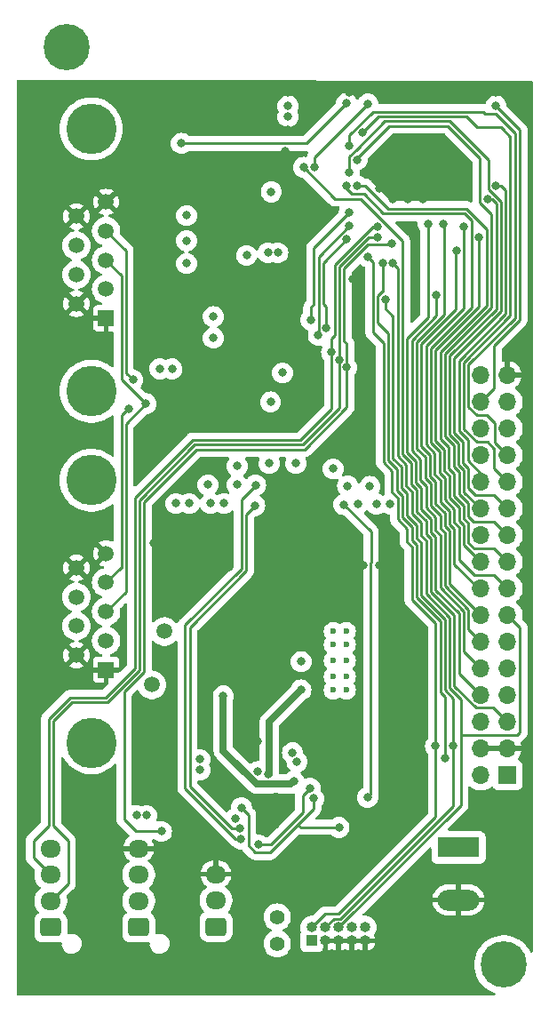
<source format=gbl>
G04 #@! TF.GenerationSoftware,KiCad,Pcbnew,7.0.10-7.0.10~ubuntu23.10.1*
G04 #@! TF.CreationDate,2024-02-11T21:25:08+01:00*
G04 #@! TF.ProjectId,mainBoard,6d61696e-426f-4617-9264-2e6b69636164,rev?*
G04 #@! TF.SameCoordinates,Original*
G04 #@! TF.FileFunction,Copper,L4,Bot*
G04 #@! TF.FilePolarity,Positive*
%FSLAX46Y46*%
G04 Gerber Fmt 4.6, Leading zero omitted, Abs format (unit mm)*
G04 Created by KiCad (PCBNEW 7.0.10-7.0.10~ubuntu23.10.1) date 2024-02-11 21:25:08*
%MOMM*%
%LPD*%
G01*
G04 APERTURE LIST*
G04 Aperture macros list*
%AMRoundRect*
0 Rectangle with rounded corners*
0 $1 Rounding radius*
0 $2 $3 $4 $5 $6 $7 $8 $9 X,Y pos of 4 corners*
0 Add a 4 corners polygon primitive as box body*
4,1,4,$2,$3,$4,$5,$6,$7,$8,$9,$2,$3,0*
0 Add four circle primitives for the rounded corners*
1,1,$1+$1,$2,$3*
1,1,$1+$1,$4,$5*
1,1,$1+$1,$6,$7*
1,1,$1+$1,$8,$9*
0 Add four rect primitives between the rounded corners*
20,1,$1+$1,$2,$3,$4,$5,0*
20,1,$1+$1,$4,$5,$6,$7,0*
20,1,$1+$1,$6,$7,$8,$9,0*
20,1,$1+$1,$8,$9,$2,$3,0*%
G04 Aperture macros list end*
G04 #@! TA.AperFunction,ComponentPad*
%ADD10R,1.700000X1.700000*%
G04 #@! TD*
G04 #@! TA.AperFunction,ComponentPad*
%ADD11O,1.700000X1.700000*%
G04 #@! TD*
G04 #@! TA.AperFunction,ComponentPad*
%ADD12RoundRect,0.250000X0.725000X-0.600000X0.725000X0.600000X-0.725000X0.600000X-0.725000X-0.600000X0*%
G04 #@! TD*
G04 #@! TA.AperFunction,ComponentPad*
%ADD13O,1.950000X1.700000*%
G04 #@! TD*
G04 #@! TA.AperFunction,ComponentPad*
%ADD14C,1.400000*%
G04 #@! TD*
G04 #@! TA.AperFunction,ComponentPad*
%ADD15R,1.500000X1.500000*%
G04 #@! TD*
G04 #@! TA.AperFunction,ComponentPad*
%ADD16C,1.500000*%
G04 #@! TD*
G04 #@! TA.AperFunction,ComponentPad*
%ADD17C,4.800000*%
G04 #@! TD*
G04 #@! TA.AperFunction,ComponentPad*
%ADD18C,1.515000*%
G04 #@! TD*
G04 #@! TA.AperFunction,ComponentPad*
%ADD19C,4.400000*%
G04 #@! TD*
G04 #@! TA.AperFunction,ComponentPad*
%ADD20R,3.960000X1.980000*%
G04 #@! TD*
G04 #@! TA.AperFunction,ComponentPad*
%ADD21O,3.960000X1.980000*%
G04 #@! TD*
G04 #@! TA.AperFunction,ComponentPad*
%ADD22R,1.000000X1.000000*%
G04 #@! TD*
G04 #@! TA.AperFunction,ComponentPad*
%ADD23O,1.000000X1.000000*%
G04 #@! TD*
G04 #@! TA.AperFunction,ViaPad*
%ADD24C,0.800000*%
G04 #@! TD*
G04 #@! TA.AperFunction,ViaPad*
%ADD25C,0.600000*%
G04 #@! TD*
G04 #@! TA.AperFunction,Conductor*
%ADD26C,0.250000*%
G04 #@! TD*
G04 #@! TA.AperFunction,Conductor*
%ADD27C,0.650000*%
G04 #@! TD*
G04 APERTURE END LIST*
D10*
X166983200Y-119863347D03*
D11*
X164443200Y-119863347D03*
X166983200Y-117323347D03*
X164443200Y-117323347D03*
X166983200Y-114783347D03*
X164443200Y-114783347D03*
X166983200Y-112243347D03*
X164443200Y-112243347D03*
X166983200Y-109703347D03*
X164443200Y-109703347D03*
X166983200Y-107163347D03*
X164443200Y-107163347D03*
X166983200Y-104623347D03*
X164443200Y-104623347D03*
X166983200Y-102083347D03*
X164443200Y-102083347D03*
X166983200Y-99543347D03*
X164443200Y-99543347D03*
X166983200Y-97003347D03*
X164443200Y-97003347D03*
X166983200Y-94463347D03*
X164443200Y-94463347D03*
X166983200Y-91923347D03*
X164443200Y-91923347D03*
X166983200Y-89383347D03*
X164443200Y-89383347D03*
X166983200Y-86843347D03*
X164443200Y-86843347D03*
X166983200Y-84303347D03*
X164443200Y-84303347D03*
X166983200Y-81763347D03*
X164443200Y-81763347D03*
D12*
X139199200Y-134291347D03*
D13*
X139199200Y-131791347D03*
X139199200Y-129291347D03*
D14*
X145034000Y-133370000D03*
X145034000Y-135910000D03*
D15*
X128732200Y-109819347D03*
D16*
X128732200Y-107047347D03*
X128732200Y-104274347D03*
X128732200Y-101502347D03*
X128732200Y-98729347D03*
X125892200Y-108433347D03*
X125892200Y-105660347D03*
X125892200Y-102888347D03*
X125892200Y-100115347D03*
D17*
X127312200Y-116769347D03*
X127312200Y-91779347D03*
D12*
X131833200Y-134341347D03*
D13*
X131833200Y-131841347D03*
X131833200Y-129341347D03*
X131833200Y-126841347D03*
D15*
X128732200Y-76337347D03*
D16*
X128732200Y-73565347D03*
X128732200Y-70792347D03*
X128732200Y-68020347D03*
X128732200Y-65247347D03*
X125892200Y-74951347D03*
X125892200Y-72178347D03*
X125892200Y-69406347D03*
X125892200Y-66633347D03*
D17*
X127312200Y-83287347D03*
X127312200Y-58297347D03*
D18*
X133096000Y-111252000D03*
X134296000Y-106172000D03*
D19*
X166624000Y-137922000D03*
D12*
X123451200Y-134341347D03*
D13*
X123451200Y-131841347D03*
X123451200Y-129341347D03*
X123451200Y-126841347D03*
D20*
X162306000Y-126746000D03*
D21*
X162306000Y-131746000D03*
D19*
X124968000Y-50546000D03*
D22*
X148336000Y-135636000D03*
D23*
X148336000Y-134366000D03*
X149606000Y-135636000D03*
X149606000Y-134366000D03*
X150876000Y-135636000D03*
X150876000Y-134366000D03*
X152146000Y-135636000D03*
X152146000Y-134366000D03*
X153416000Y-135636000D03*
X153416000Y-134366000D03*
D24*
X158140400Y-74879200D03*
X152285997Y-99872800D03*
X140462000Y-100076000D03*
D25*
X144983200Y-124714000D03*
D24*
X157226000Y-134112000D03*
X155767997Y-99872800D03*
X154749875Y-62558016D03*
X122682000Y-113030000D03*
X165869200Y-54839347D03*
X150723600Y-115214400D03*
X132588000Y-89916000D03*
X168148000Y-134112000D03*
X139961200Y-72619347D03*
X135261997Y-100076000D03*
D25*
X145491200Y-122834400D03*
D24*
X158902400Y-109154003D03*
X152224729Y-72565271D03*
X153236000Y-99872800D03*
X122174000Y-56642000D03*
X142113000Y-139446000D03*
X133299200Y-97790000D03*
X156876750Y-139446000D03*
X143205200Y-116636800D03*
X137160000Y-100076000D03*
X146057200Y-58395347D03*
X147034250Y-139446000D03*
X154889200Y-135585200D03*
X160027200Y-62607446D03*
D25*
X144424400Y-123799600D03*
D24*
X122174000Y-61722000D03*
X131826000Y-118364000D03*
X163322000Y-55372000D03*
X158877152Y-64984987D03*
D25*
X144932400Y-121818400D03*
D24*
X152623606Y-115214400D03*
X140503149Y-84686781D03*
X156040953Y-64984987D03*
X151899200Y-54839347D03*
X122428000Y-139446000D03*
X154749875Y-61139916D03*
X158902400Y-111287603D03*
X164592000Y-122682000D03*
X151955500Y-139446000D03*
X156972000Y-55372000D03*
X127349250Y-139446000D03*
X161798000Y-139446000D03*
X156718000Y-99872800D03*
X148590000Y-81280000D03*
X138684000Y-109728000D03*
X142392400Y-112420400D03*
X147726400Y-132994400D03*
X160027200Y-61189347D03*
X154749875Y-63976115D03*
X138480800Y-100126800D03*
X138684000Y-108458000D03*
X133865200Y-87097347D03*
X151892000Y-87884000D03*
X158799399Y-59707721D03*
X138684000Y-107188000D03*
X137929200Y-63983347D03*
X145803200Y-60427347D03*
X127508000Y-122682000D03*
X160274000Y-55372000D03*
X158902400Y-106237997D03*
X160027200Y-64025546D03*
X142113000Y-73660000D03*
X151673603Y-115214400D03*
X121666000Y-122174000D03*
X158902400Y-112237606D03*
X139446000Y-105918000D03*
X158902400Y-107188000D03*
X147624800Y-116179600D03*
X140462000Y-105918000D03*
X146685000Y-86106000D03*
X157381299Y-59707721D03*
X134119200Y-57125347D03*
D25*
X145491200Y-123799600D03*
D24*
X154787600Y-99872800D03*
X127508000Y-121666000D03*
D25*
X144424400Y-122834400D03*
D24*
X130817200Y-62205347D03*
X131826000Y-119380000D03*
X158902400Y-110337600D03*
X137191750Y-139446000D03*
X155963200Y-59707721D03*
X158902400Y-108204000D03*
X139547600Y-100076000D03*
X146057200Y-54839347D03*
X157459052Y-64984987D03*
X151335994Y-99872800D03*
X142392400Y-114335603D03*
X132270500Y-139446000D03*
X153416000Y-83058000D03*
X136209997Y-100076000D03*
X142392400Y-113385600D03*
X135382000Y-122174000D03*
X146057200Y-67793347D03*
X139199200Y-57125347D03*
X158902400Y-113187609D03*
X154618377Y-68596823D03*
X150952200Y-80289400D03*
X150220000Y-79552800D03*
X154598200Y-67597059D03*
X147549200Y-61951347D03*
X153173853Y-58654000D03*
X151899200Y-59919347D03*
X152652006Y-61217153D03*
X151899200Y-62459347D03*
X151645200Y-63729347D03*
X152645203Y-63729347D03*
X151899200Y-66269347D03*
X148246000Y-76503347D03*
X148958625Y-77953347D03*
X151899200Y-67539347D03*
X151649853Y-68814000D03*
X149696000Y-77228347D03*
X160118200Y-117094000D03*
X153670000Y-70459600D03*
X155067000Y-71120000D03*
X161003100Y-118269900D03*
X161802653Y-117089347D03*
X155343200Y-74549000D03*
X156068200Y-71120000D03*
X160184000Y-74143347D03*
X151645200Y-55855347D03*
X135897200Y-59665347D03*
X162105200Y-69920347D03*
X148597200Y-61951347D03*
X164280200Y-68655151D03*
X153677200Y-55929347D03*
X151677200Y-81026000D03*
X155956000Y-69220000D03*
X134010400Y-125222000D03*
X162830200Y-67606074D03*
X165097959Y-65008673D03*
X165869200Y-63729347D03*
D25*
X151638000Y-106172000D03*
X150368000Y-108966000D03*
X151638000Y-107442000D03*
X151638000Y-111760000D03*
D24*
X141057182Y-123997055D03*
D25*
X150368000Y-107442000D03*
X150368000Y-106172000D03*
X151638000Y-108966000D03*
D24*
X146911538Y-118578456D03*
D25*
X151638000Y-110490000D03*
D24*
X146497953Y-117723207D03*
D25*
X150368000Y-111760000D03*
X150368000Y-110490000D03*
D24*
X165869200Y-56109347D03*
X144145000Y-70104000D03*
X141224000Y-92202000D03*
X142976600Y-92227400D03*
X150368000Y-90678000D03*
X145095003Y-70104000D03*
X139954000Y-93980000D03*
X136652000Y-93980000D03*
X144399000Y-84303347D03*
X138684000Y-93980000D03*
X138945200Y-78207347D03*
X153873200Y-92354400D03*
X155793200Y-94030800D03*
X154482800Y-94030800D03*
X135382000Y-93980000D03*
X153656449Y-121969731D03*
X138945200Y-76175347D03*
X152704800Y-94030800D03*
X146812000Y-90170000D03*
X151739600Y-92303600D03*
X137668000Y-118364000D03*
X141591118Y-125933719D03*
X138430000Y-92202000D03*
X141224000Y-90424000D03*
X145542000Y-81534000D03*
X151384000Y-94081600D03*
X144272000Y-90170000D03*
X137668000Y-119380000D03*
X150919167Y-124834794D03*
X148500000Y-122080000D03*
X141630400Y-122949800D03*
X131275079Y-82211921D03*
X130853200Y-84963000D03*
X132518253Y-84480400D03*
X141515381Y-124935316D03*
X142900400Y-94183200D03*
X159385000Y-67342000D03*
X160868476Y-67341218D03*
X131637997Y-123698000D03*
X136398000Y-66548000D03*
X142113000Y-70358000D03*
X135001000Y-81153000D03*
X136398000Y-68961000D03*
X136398000Y-71120000D03*
X133858000Y-81153000D03*
X146057200Y-57125347D03*
X146057200Y-56109347D03*
X144474127Y-64296419D03*
X132588000Y-123698000D03*
X143256000Y-126492000D03*
X148157840Y-121084361D03*
X143191649Y-119531331D03*
X147320000Y-109042200D03*
X139903200Y-112318800D03*
X146608800Y-120432212D03*
X147294600Y-111749926D03*
X144219648Y-119785331D03*
D26*
X131895000Y-109850896D02*
X128842896Y-112903000D01*
X147447000Y-88392000D02*
X137161396Y-88392000D01*
X125095000Y-126111000D02*
X125095000Y-130197547D01*
X150952200Y-80289400D02*
X150945000Y-80282200D01*
X150945000Y-71433396D02*
X153781573Y-68596823D01*
X153781573Y-68596823D02*
X154618377Y-68596823D01*
X131895000Y-93658396D02*
X131895000Y-109850896D01*
X150945000Y-80282200D02*
X150945000Y-71433396D01*
X137161396Y-88392000D02*
X131895000Y-93658396D01*
X150952200Y-80289400D02*
X150952200Y-84886800D01*
X150952200Y-84886800D02*
X147447000Y-88392000D01*
X128842896Y-112903000D02*
X125477396Y-112903000D01*
X125095000Y-130197547D02*
X123451200Y-131841347D01*
X125477396Y-112903000D02*
X123698000Y-114682396D01*
X123698000Y-124714000D02*
X125095000Y-126111000D01*
X123698000Y-114682396D02*
X123698000Y-124714000D01*
X123248000Y-124656000D02*
X121793000Y-126111000D01*
X125291000Y-112453000D02*
X123248000Y-114496000D01*
X123248000Y-114496000D02*
X123248000Y-124656000D01*
X131445000Y-93472000D02*
X131445000Y-109664500D01*
X121793000Y-127683147D02*
X123451200Y-129341347D01*
X150220000Y-79552800D02*
X150220000Y-78253000D01*
X136975000Y-87942000D02*
X131445000Y-93472000D01*
X154144941Y-67597059D02*
X154598200Y-67597059D01*
X150220000Y-79552800D02*
X150220000Y-84982604D01*
X150220000Y-78253000D02*
X150495000Y-77978000D01*
X150495000Y-77978000D02*
X150495000Y-71247000D01*
X131445000Y-109664500D02*
X128656500Y-112453000D01*
X150495000Y-71247000D02*
X154144941Y-67597059D01*
X147260604Y-87942000D02*
X136975000Y-87942000D01*
X150220000Y-84982604D02*
X147260604Y-87942000D01*
X128656500Y-112453000D02*
X125291000Y-112453000D01*
X121793000Y-126111000D02*
X121793000Y-127683147D01*
X159668200Y-97349911D02*
X159218200Y-96899911D01*
X158318200Y-92675952D02*
X157795000Y-92152752D01*
X163956499Y-113418347D02*
X161918200Y-111380048D01*
X156968200Y-89303196D02*
X156968200Y-68941754D01*
X159218200Y-95657355D02*
X158318200Y-94757355D01*
X156968200Y-68941754D02*
X152967793Y-64941347D01*
X157795000Y-90129996D02*
X156968200Y-89303196D01*
X158318200Y-94757355D02*
X158318200Y-92675952D01*
X152967793Y-64941347D02*
X150539200Y-64941347D01*
X161918200Y-104643931D02*
X159668200Y-102393931D01*
X157795000Y-92152752D02*
X157795000Y-90129996D01*
X166983200Y-114783347D02*
X165618200Y-113418347D01*
X159218200Y-96899911D02*
X159218200Y-95657355D01*
X159668200Y-102393931D02*
X159668200Y-97349911D01*
X147549200Y-62246651D02*
X147549200Y-61951347D01*
X165618200Y-113418347D02*
X163956499Y-113418347D01*
X150539200Y-64941347D02*
X147549200Y-61951347D01*
X161918200Y-111380048D02*
X161918200Y-104643931D01*
X166349505Y-58104347D02*
X166631200Y-58386042D01*
X163044895Y-57104347D02*
X164044895Y-58104347D01*
X165713200Y-88749743D02*
X165713200Y-90653347D01*
X166631200Y-58395347D02*
X167255200Y-59019347D01*
X164044895Y-58104347D02*
X166349505Y-58104347D01*
X165101457Y-88138000D02*
X165713200Y-88749743D01*
X162818200Y-86880048D02*
X164076152Y-88138000D01*
X167255200Y-76107743D02*
X162818200Y-80544743D01*
X164076152Y-88138000D02*
X165101457Y-88138000D01*
X153173853Y-58654000D02*
X154723506Y-57104347D01*
X165713200Y-90653347D02*
X166983200Y-91923347D01*
X162818200Y-80544743D02*
X162818200Y-86880048D01*
X167255200Y-59019347D02*
X167255200Y-76107743D01*
X154723506Y-57104347D02*
X163044895Y-57104347D01*
X166631200Y-58386042D02*
X166631200Y-58395347D01*
X164645505Y-56654347D02*
X164825505Y-56834347D01*
X164825505Y-56834347D02*
X165832200Y-56834347D01*
X164051499Y-85573347D02*
X165024901Y-85573347D01*
X151899200Y-59919347D02*
X151899200Y-58903347D01*
X163268200Y-80731139D02*
X163268200Y-84790048D01*
X167705200Y-58707347D02*
X167705200Y-76294139D01*
X165024901Y-85573347D02*
X165808200Y-86356646D01*
X165808200Y-88208347D02*
X166983200Y-89383347D01*
X165808200Y-86356646D02*
X165808200Y-88208347D01*
X165832200Y-56834347D02*
X167705200Y-58707347D01*
X154148200Y-56654347D02*
X164645505Y-56654347D01*
X151899200Y-58903347D02*
X154148200Y-56654347D01*
X151899200Y-59919347D02*
X151899200Y-60164042D01*
X163268200Y-84790048D02*
X164051499Y-85573347D01*
X167705200Y-76294139D02*
X163268200Y-80731139D01*
X165713200Y-95733347D02*
X166983200Y-97003347D01*
X164345200Y-61063743D02*
X164345200Y-65281219D01*
X161018200Y-79731555D02*
X161018200Y-87625632D01*
X164345200Y-65281219D02*
X165455200Y-66391219D01*
X152652006Y-61217153D02*
X152652006Y-61072937D01*
X155720596Y-58004347D02*
X161285804Y-58004347D01*
X162368200Y-90998388D02*
X162368200Y-93079791D01*
X161285804Y-58004347D02*
X164345200Y-61063743D01*
X165455200Y-66391219D02*
X165455200Y-75294555D01*
X161845000Y-90475188D02*
X162368200Y-90998388D01*
X163779200Y-95733347D02*
X165713200Y-95733347D01*
X161845000Y-88452432D02*
X161845000Y-90475188D01*
X163268200Y-95222347D02*
X163779200Y-95733347D01*
X161018200Y-87625632D02*
X161845000Y-88452432D01*
X162368200Y-93079791D02*
X163268200Y-93979791D01*
X165455200Y-75294555D02*
X161018200Y-79731555D01*
X152652006Y-61072937D02*
X155720596Y-58004347D01*
X163268200Y-93979791D02*
X163268200Y-95222347D01*
X166355200Y-75667347D02*
X166355200Y-65231347D01*
X152633506Y-60219652D02*
X152624200Y-60219652D01*
X152624200Y-60219652D02*
X151899200Y-60944652D01*
X165713200Y-93193347D02*
X163944350Y-93193347D01*
X163268200Y-92517197D02*
X163268200Y-90625596D01*
X166983200Y-94463347D02*
X165713200Y-93193347D01*
X161918200Y-87252840D02*
X161918200Y-80104347D01*
X162745000Y-90102396D02*
X162745000Y-88079640D01*
X161918200Y-80104347D02*
X166355200Y-75667347D01*
X155298811Y-57554347D02*
X152633506Y-60219652D01*
X165144200Y-61226347D02*
X161472200Y-57554347D01*
X161472200Y-57554347D02*
X155298811Y-57554347D01*
X165144200Y-64029652D02*
X165144200Y-61226347D01*
X163268200Y-90625596D02*
X162745000Y-90102396D01*
X165605895Y-64491347D02*
X165144200Y-64029652D01*
X166355200Y-65231347D02*
X165615200Y-64491347D01*
X151899200Y-60944652D02*
X151899200Y-62459347D01*
X163944350Y-93193347D02*
X163268200Y-92517197D01*
X162745000Y-88079640D02*
X161918200Y-87252840D01*
X165615200Y-64491347D02*
X165605895Y-64491347D01*
X163555200Y-67036596D02*
X163555200Y-75285367D01*
X162368200Y-99392147D02*
X163789400Y-100813347D01*
X159668200Y-79172367D02*
X159668200Y-88184820D01*
X163789400Y-100813347D02*
X165713200Y-100813347D01*
X161018200Y-91557576D02*
X161018200Y-93638979D01*
X163555200Y-75285367D02*
X159668200Y-79172367D01*
X151645200Y-63983347D02*
X152153200Y-64491347D01*
X160495000Y-91034376D02*
X161018200Y-91557576D01*
X155143200Y-66344800D02*
X162863404Y-66344800D01*
X153289747Y-64491347D02*
X155143200Y-66344800D01*
X152153200Y-64491347D02*
X153289747Y-64491347D01*
X161918200Y-94538979D02*
X161918200Y-95781535D01*
X165713200Y-100813347D02*
X166983200Y-102083347D01*
X159668200Y-88184820D02*
X160495000Y-89011620D01*
X162368200Y-96231535D02*
X162368200Y-99392147D01*
X160495000Y-89011620D02*
X160495000Y-91034376D01*
X151645200Y-63729347D02*
X151645200Y-63983347D01*
X161018200Y-93638979D02*
X161918200Y-94538979D01*
X161918200Y-95781535D02*
X162368200Y-96231535D01*
X162863404Y-66344800D02*
X163555200Y-67036596D01*
X162818200Y-94166187D02*
X161918200Y-93266187D01*
X163268200Y-95858743D02*
X162818200Y-95408743D01*
X166983200Y-99543347D02*
X165713200Y-98273347D01*
X165005200Y-67850200D02*
X163042600Y-65887600D01*
X161395000Y-88638828D02*
X160568200Y-87812028D01*
X153423200Y-63729347D02*
X152645203Y-63729347D01*
X160568200Y-79545159D02*
X165005200Y-75108159D01*
X155581453Y-65887600D02*
X153423200Y-63729347D01*
X163268200Y-97731951D02*
X163268200Y-95858743D01*
X161395000Y-90661584D02*
X161395000Y-88638828D01*
X165005200Y-75108159D02*
X165005200Y-67850200D01*
X161918200Y-93266187D02*
X161918200Y-91184784D01*
X161918200Y-91184784D02*
X161395000Y-90661584D01*
X163042600Y-65887600D02*
X155581453Y-65887600D01*
X160568200Y-87812028D02*
X160568200Y-79545159D01*
X165713200Y-98273347D02*
X163809596Y-98273347D01*
X162818200Y-95408743D02*
X162818200Y-94166187D01*
X163809596Y-98273347D02*
X163268200Y-97731951D01*
X148521000Y-74999000D02*
X148521000Y-69647547D01*
X148246000Y-76503347D02*
X148246000Y-75274000D01*
X148521000Y-69647547D02*
X151899200Y-66269347D01*
X148246000Y-75274000D02*
X148521000Y-74999000D01*
X148958625Y-77953347D02*
X148971000Y-77940972D01*
X148971000Y-77940972D02*
X148971000Y-70467547D01*
X148971000Y-70467547D02*
X151899200Y-67539347D01*
X149696000Y-77228347D02*
X149696000Y-75235400D01*
X149421000Y-74960400D02*
X149421000Y-71042853D01*
X149696000Y-75235400D02*
X149421000Y-74960400D01*
X149421000Y-71042853D02*
X151649853Y-68814000D01*
X157868200Y-103139515D02*
X160118200Y-105389515D01*
X160118200Y-105389515D02*
X160118200Y-117094000D01*
X155168200Y-90048780D02*
X155995000Y-90875580D01*
X156518200Y-93421536D02*
X156518200Y-95502939D01*
X160118200Y-117094000D02*
X160118200Y-123851008D01*
X154168200Y-77714200D02*
X155168200Y-78714200D01*
X157418200Y-97645495D02*
X157868200Y-98095495D01*
X154172571Y-70962171D02*
X154172571Y-74057928D01*
X157418200Y-96402939D02*
X157418200Y-97645495D01*
X150878208Y-133091000D02*
X149611000Y-133091000D01*
X154172571Y-74057928D02*
X154168200Y-74062299D01*
X155995000Y-90875580D02*
X155995000Y-92898336D01*
X156518200Y-95502939D02*
X157418200Y-96402939D01*
X160118200Y-123851008D02*
X150878208Y-133091000D01*
X153670000Y-70459600D02*
X154172571Y-70962171D01*
X155995000Y-92898336D02*
X156518200Y-93421536D01*
X157868200Y-98095495D02*
X157868200Y-103139515D01*
X155168200Y-78714200D02*
X155168200Y-90048780D01*
X154168200Y-74062299D02*
X154168200Y-77714200D01*
X149611000Y-133091000D02*
X148336000Y-134366000D01*
X155618200Y-77767200D02*
X154618200Y-76767200D01*
X160568200Y-111939236D02*
X160568200Y-105203119D01*
X158318200Y-102953119D02*
X158318200Y-97909099D01*
X160568200Y-105203119D02*
X158318200Y-102953119D01*
X156968200Y-93235140D02*
X156445000Y-92711940D01*
X161003100Y-118269900D02*
X161003100Y-112374136D01*
X156968200Y-95316543D02*
X156968200Y-93235140D01*
X156445000Y-92711940D02*
X156445000Y-90689184D01*
X154618200Y-76767200D02*
X154618200Y-74248695D01*
X157868200Y-96216543D02*
X156968200Y-95316543D01*
X157868200Y-97459099D02*
X157868200Y-96216543D01*
X156445000Y-90689184D02*
X155618200Y-89862384D01*
X154618200Y-74248695D02*
X155042895Y-73824000D01*
X161003100Y-112374136D02*
X160568200Y-111939236D01*
X155618200Y-89862384D02*
X155618200Y-77767200D01*
X155042895Y-73824000D02*
X155067000Y-73824000D01*
X158318200Y-97909099D02*
X157868200Y-97459099D01*
X155067000Y-73824000D02*
X155067000Y-71120000D01*
X157418200Y-93048744D02*
X156895000Y-92525544D01*
X161798000Y-122807604D02*
X151064604Y-133541000D01*
X161798000Y-117094000D02*
X161798000Y-122807604D01*
X161802653Y-117089347D02*
X161802653Y-112537293D01*
X156068200Y-76185200D02*
X155321000Y-75438000D01*
X161802653Y-117089347D02*
X161798000Y-117094000D01*
X155321000Y-74571200D02*
X155343200Y-74549000D01*
X161018200Y-111752840D02*
X161018200Y-105016723D01*
X157418200Y-95130147D02*
X157418200Y-93048744D01*
X158768200Y-97722703D02*
X158318200Y-97272703D01*
X158318200Y-96030147D02*
X157418200Y-95130147D01*
X151064604Y-133541000D02*
X150431000Y-133541000D01*
X155321000Y-75438000D02*
X155321000Y-74571200D01*
X158318200Y-97272703D02*
X158318200Y-96030147D01*
X150431000Y-133541000D02*
X149606000Y-134366000D01*
X158768200Y-102766723D02*
X158768200Y-97722703D01*
X161018200Y-105016723D02*
X158768200Y-102766723D01*
X156895000Y-90502788D02*
X156068200Y-89675988D01*
X156895000Y-92525544D02*
X156895000Y-90502788D01*
X156068200Y-89675988D02*
X156068200Y-76185200D01*
X161802653Y-112537293D02*
X161018200Y-111752840D01*
X166983200Y-104623347D02*
X168158200Y-105798347D01*
X156068200Y-71120000D02*
X156518200Y-71570000D01*
X157345000Y-90316392D02*
X157345000Y-92339148D01*
X158768200Y-97086307D02*
X159218200Y-97536307D01*
X167876548Y-116078000D02*
X162527653Y-116078000D01*
X156518200Y-71570000D02*
X156518200Y-89489592D01*
X159218200Y-102580327D02*
X161468200Y-104830327D01*
X157868200Y-92862348D02*
X157868200Y-94943751D01*
X156518200Y-89489592D02*
X157345000Y-90316392D01*
X168158200Y-105798347D02*
X168158200Y-115796348D01*
X157345000Y-92339148D02*
X157868200Y-92862348D01*
X161468200Y-104830327D02*
X161468200Y-111566444D01*
X157868200Y-94943751D02*
X158768200Y-95843751D01*
X162527653Y-112625897D02*
X162527653Y-122714347D01*
X162527653Y-122714347D02*
X150876000Y-134366000D01*
X158768200Y-95843751D02*
X158768200Y-97086307D01*
X168158200Y-115796348D02*
X167876548Y-116078000D01*
X159218200Y-97536307D02*
X159218200Y-102580327D01*
X161468200Y-111566444D02*
X162527653Y-112625897D01*
X162818200Y-104271139D02*
X162818200Y-108078347D01*
X162818200Y-108078347D02*
X164443200Y-109703347D01*
X160118200Y-95284563D02*
X160118200Y-96527119D01*
X159218200Y-92303160D02*
X159218200Y-94384563D01*
X157868200Y-88930404D02*
X158695000Y-89757204D01*
X158695000Y-89757204D02*
X158695000Y-91779960D01*
X158695000Y-91779960D02*
X159218200Y-92303160D01*
X160118200Y-96527119D02*
X160568200Y-96977119D01*
X160568200Y-96977119D02*
X160568200Y-102021139D01*
X160568200Y-102021139D02*
X162818200Y-104271139D01*
X159218200Y-94384563D02*
X160118200Y-95284563D01*
X157868200Y-78426783D02*
X157868200Y-88930404D01*
X160184000Y-76110983D02*
X157868200Y-78426783D01*
X160184000Y-74143347D02*
X160184000Y-76110983D01*
X151645200Y-55855347D02*
X147835200Y-59665347D01*
X147835200Y-59665347D02*
X135937200Y-59665347D01*
X161468200Y-101648347D02*
X164443200Y-104623347D01*
X162052000Y-69973547D02*
X162052000Y-75515775D01*
X160118200Y-94011771D02*
X161018200Y-94911771D01*
X158768200Y-78799575D02*
X158768200Y-88557612D01*
X158768200Y-88557612D02*
X159595000Y-89384412D01*
X159595000Y-89384412D02*
X159595000Y-91407168D01*
X160118200Y-91930368D02*
X160118200Y-94011771D01*
X161018200Y-96154327D02*
X161468200Y-96604327D01*
X161468200Y-96604327D02*
X161468200Y-101648347D01*
X159595000Y-91407168D02*
X160118200Y-91930368D01*
X162052000Y-75515775D02*
X158768200Y-78799575D01*
X161018200Y-94911771D02*
X161018200Y-96154327D01*
X162105200Y-69920347D02*
X162052000Y-69973547D01*
X164280200Y-68655151D02*
X164280200Y-75196763D01*
X160118200Y-87998424D02*
X160945000Y-88825224D01*
X160118200Y-79358763D02*
X160118200Y-87998424D01*
X160945000Y-90847980D02*
X161468200Y-91371180D01*
X162818200Y-96045139D02*
X162818200Y-97918347D01*
X153677200Y-55929347D02*
X152651895Y-56954652D01*
X152651895Y-56954652D02*
X152624200Y-56954652D01*
X164280200Y-75196763D02*
X160118200Y-79358763D01*
X162368200Y-95595139D02*
X162818200Y-96045139D01*
X162368200Y-94352583D02*
X162368200Y-95595139D01*
X161468200Y-91371180D02*
X161468200Y-93452583D01*
X152624200Y-56954652D02*
X148597200Y-60981652D01*
X161468200Y-93452583D02*
X162368200Y-94352583D01*
X162818200Y-97918347D02*
X164443200Y-99543347D01*
X148597200Y-60981652D02*
X148597200Y-61951347D01*
X160945000Y-88825224D02*
X160945000Y-90847980D01*
X151677200Y-84798196D02*
X147633396Y-88842000D01*
X131572000Y-125222000D02*
X134010400Y-125222000D01*
X151395000Y-78486000D02*
X151677200Y-78768200D01*
X155956000Y-69220000D02*
X155854177Y-69321823D01*
X151677200Y-81026000D02*
X151677200Y-84798196D01*
X130454400Y-111927892D02*
X130454400Y-124104400D01*
X151395000Y-71619792D02*
X151395000Y-78486000D01*
X153692969Y-69321823D02*
X151395000Y-71619792D01*
X137347792Y-88842000D02*
X132345000Y-93844792D01*
X155854177Y-69321823D02*
X153692969Y-69321823D01*
X132345000Y-110037292D02*
X130454400Y-111927892D01*
X147633396Y-88842000D02*
X137347792Y-88842000D01*
X130454400Y-124104400D02*
X131572000Y-125222000D01*
X132345000Y-93844792D02*
X132345000Y-110037292D01*
X151677200Y-78768200D02*
X151677200Y-81026000D01*
X160045000Y-89198016D02*
X160045000Y-91220772D01*
X160568200Y-93825375D02*
X161468200Y-94725375D01*
X164216804Y-102083347D02*
X164443200Y-102083347D01*
X161468200Y-95967931D02*
X161918200Y-96417931D01*
X159218200Y-78985971D02*
X159218200Y-88371216D01*
X161468200Y-94725375D02*
X161468200Y-95967931D01*
X161918200Y-96417931D02*
X161918200Y-99784743D01*
X160045000Y-91220772D02*
X160568200Y-91743972D01*
X162830200Y-75373971D02*
X159218200Y-78985971D01*
X160568200Y-91743972D02*
X160568200Y-93825375D01*
X161918200Y-99784743D02*
X164216804Y-102083347D01*
X159218200Y-88371216D02*
X160045000Y-89198016D01*
X162830200Y-67606074D02*
X162830200Y-75373971D01*
X164388152Y-94463347D02*
X164443200Y-94463347D01*
X161468200Y-87439236D02*
X162295000Y-88266036D01*
X165097959Y-65008673D02*
X165496130Y-65008673D01*
X162295000Y-90288792D02*
X162818200Y-90811992D01*
X165496130Y-65008673D02*
X165905200Y-65417743D01*
X162818200Y-92893395D02*
X164388152Y-94463347D01*
X161468200Y-79917951D02*
X161468200Y-87439236D01*
X162818200Y-90811992D02*
X162818200Y-92893395D01*
X165905200Y-65417743D02*
X165905200Y-75480951D01*
X162295000Y-88266036D02*
X162295000Y-90288792D01*
X165905200Y-75480951D02*
X161468200Y-79917951D01*
X164443200Y-91164200D02*
X163195000Y-89916000D01*
X166377200Y-63729347D02*
X165869200Y-63729347D01*
X164443200Y-91923347D02*
X164443200Y-91164200D01*
X166805200Y-75921347D02*
X166805200Y-64157347D01*
X166805200Y-64157347D02*
X166377200Y-63729347D01*
X163195000Y-87893244D02*
X162368200Y-87066444D01*
X162368200Y-87066444D02*
X162368200Y-80358347D01*
X162368200Y-80358347D02*
X166805200Y-75921347D01*
X163195000Y-89916000D02*
X163195000Y-87893244D01*
X168155200Y-76480535D02*
X165713200Y-78922535D01*
X165713200Y-78922535D02*
X165713200Y-83033347D01*
X165713200Y-83033347D02*
X164443200Y-84303347D01*
X168155200Y-58395347D02*
X168155200Y-76480535D01*
X165869200Y-56109347D02*
X168155200Y-58395347D01*
X141591118Y-125933719D02*
X141072119Y-125933719D01*
X153961000Y-121665180D02*
X153656449Y-121969731D01*
X151384000Y-94081600D02*
X153974800Y-96672400D01*
X141072119Y-125933719D02*
X136245600Y-121107200D01*
X153961000Y-99623295D02*
X153961000Y-121665180D01*
X141630400Y-93573600D02*
X142976600Y-92227400D01*
X153974800Y-96672400D02*
X153974800Y-99609495D01*
X136245600Y-105571705D02*
X141630400Y-100186905D01*
X136245600Y-121107200D02*
X136245600Y-105571705D01*
X153974800Y-99609495D02*
X153961000Y-99623295D01*
X141630400Y-100186905D02*
X141630400Y-93573600D01*
X148500000Y-123052796D02*
X148500000Y-122080000D01*
X147003198Y-124549598D02*
X147288394Y-124834794D01*
X141630400Y-122949800D02*
X142316118Y-123635518D01*
X144335796Y-127217000D02*
X147003198Y-124549598D01*
X142316118Y-123635518D02*
X142316118Y-126577423D01*
X142316118Y-126577423D02*
X142955695Y-127217000D01*
X142955695Y-127217000D02*
X144335796Y-127217000D01*
X147288394Y-124834794D02*
X150919167Y-124834794D01*
X147003198Y-124549598D02*
X148500000Y-123052796D01*
X130113200Y-100121347D02*
X128732200Y-101502347D01*
X130853200Y-84963000D02*
X130810000Y-84963000D01*
X130175000Y-85598000D02*
X130175000Y-100121347D01*
X130625000Y-81561842D02*
X130625000Y-69913147D01*
X130625000Y-69913147D02*
X128732200Y-68020347D01*
X130810000Y-84963000D02*
X130175000Y-85598000D01*
X131275079Y-82211921D02*
X130625000Y-81561842D01*
X132518253Y-84480400D02*
X130625000Y-86373653D01*
X130625000Y-86373653D02*
X130625000Y-102381547D01*
X130625000Y-102381547D02*
X128732200Y-104274347D01*
X132518253Y-84480400D02*
X130175000Y-82137147D01*
X130175000Y-82137147D02*
X130175000Y-72235147D01*
X130175000Y-72235147D02*
X128732200Y-70792347D01*
X136695600Y-120920804D02*
X140710112Y-124935316D01*
X136695600Y-105758101D02*
X136695600Y-120920804D01*
X140710112Y-124935316D02*
X141515381Y-124935316D01*
X142080400Y-100373301D02*
X136695600Y-105758101D01*
X142900400Y-94183200D02*
X142080400Y-95003200D01*
X142080400Y-95003200D02*
X142080400Y-100373301D01*
X159668200Y-96713515D02*
X160118200Y-97163515D01*
X162368200Y-110168347D02*
X164443200Y-112243347D01*
X158768200Y-92489556D02*
X158768200Y-94570959D01*
X157418200Y-89116800D02*
X158245000Y-89943600D01*
X158245000Y-89943600D02*
X158245000Y-91966356D01*
X157418200Y-78240387D02*
X157418200Y-89116800D01*
X158245000Y-91966356D02*
X158768200Y-92489556D01*
X159668200Y-95470959D02*
X159668200Y-96713515D01*
X160118200Y-97163515D02*
X160118200Y-102207535D01*
X160118200Y-102207535D02*
X162368200Y-104457535D01*
X159385000Y-67342000D02*
X159385000Y-76273587D01*
X158768200Y-94570959D02*
X159668200Y-95470959D01*
X159385000Y-76273587D02*
X157418200Y-78240387D01*
X162368200Y-104457535D02*
X162368200Y-110168347D01*
X160909000Y-67381742D02*
X160909000Y-76022379D01*
X161018200Y-101834743D02*
X163268200Y-104084743D01*
X159668200Y-94198167D02*
X160568200Y-95098167D01*
X158318200Y-88744008D02*
X159145000Y-89570808D01*
X159668200Y-92116764D02*
X159668200Y-94198167D01*
X159145000Y-91593564D02*
X159668200Y-92116764D01*
X158318200Y-78613179D02*
X158318200Y-88744008D01*
X163268200Y-105988347D02*
X164443200Y-107163347D01*
X160568200Y-95098167D02*
X160568200Y-96340723D01*
X160568200Y-96340723D02*
X161018200Y-96790723D01*
X160868476Y-67341218D02*
X160909000Y-67381742D01*
X160909000Y-76022379D02*
X158318200Y-78613179D01*
X163268200Y-104084743D02*
X163268200Y-105988347D01*
X161018200Y-96790723D02*
X161018200Y-101834743D01*
X159145000Y-89570808D02*
X159145000Y-91593564D01*
X147472400Y-123444000D02*
X144424400Y-126492000D01*
X148157840Y-121084361D02*
X147472400Y-121769801D01*
X144424400Y-126492000D02*
X143256000Y-126492000D01*
X147472400Y-121769801D02*
X147472400Y-123444000D01*
D27*
X143062501Y-120710331D02*
X139903200Y-117551030D01*
X146330681Y-120710331D02*
X143062501Y-120710331D01*
X139903200Y-117551030D02*
X139903200Y-112318800D01*
X146608800Y-120432212D02*
X146330681Y-120710331D01*
X144272000Y-119732979D02*
X144219648Y-119785331D01*
X144272000Y-114772526D02*
X144272000Y-119732979D01*
X147294600Y-111749926D02*
X144272000Y-114772526D01*
G04 #@! TA.AperFunction,Conductor*
G36*
X166523707Y-117113503D02*
G01*
X166483200Y-117251458D01*
X166483200Y-117395236D01*
X166523707Y-117533191D01*
X166549514Y-117573347D01*
X164876886Y-117573347D01*
X164902693Y-117533191D01*
X164943200Y-117395236D01*
X164943200Y-117251458D01*
X164902693Y-117113503D01*
X164876886Y-117073347D01*
X166549514Y-117073347D01*
X166523707Y-117113503D01*
G37*
G04 #@! TD.AperFunction*
G04 #@! TA.AperFunction,Conductor*
G36*
X130638834Y-103496238D02*
G01*
X130694767Y-103538110D01*
X130719184Y-103603574D01*
X130719500Y-103612420D01*
X130719500Y-109312626D01*
X130699815Y-109379665D01*
X130683181Y-109400307D01*
X130050460Y-110033028D01*
X129989137Y-110066513D01*
X129962779Y-110069347D01*
X129165886Y-110069347D01*
X129191693Y-110029191D01*
X129232200Y-109891236D01*
X129232200Y-109747458D01*
X129191693Y-109609503D01*
X129165886Y-109569347D01*
X129982200Y-109569347D01*
X129982200Y-109021519D01*
X129982199Y-109021502D01*
X129975798Y-108961974D01*
X129975796Y-108961967D01*
X129925554Y-108827260D01*
X129925550Y-108827253D01*
X129839390Y-108712159D01*
X129839387Y-108712156D01*
X129724293Y-108625996D01*
X129724286Y-108625992D01*
X129589579Y-108575750D01*
X129589572Y-108575748D01*
X129530044Y-108569347D01*
X129211827Y-108569347D01*
X129144788Y-108549662D01*
X129099033Y-108496858D01*
X129089089Y-108427700D01*
X129118114Y-108364144D01*
X129176892Y-108326370D01*
X129179734Y-108325572D01*
X129190636Y-108322650D01*
X129195863Y-108321250D01*
X129410030Y-108221382D01*
X129603601Y-108085842D01*
X129770695Y-107918748D01*
X129906235Y-107725177D01*
X130006103Y-107511010D01*
X130067263Y-107282755D01*
X130087859Y-107047347D01*
X130087292Y-107040872D01*
X130083315Y-106995410D01*
X130067263Y-106811939D01*
X130006103Y-106583684D01*
X129906235Y-106369518D01*
X129886761Y-106341705D01*
X129770694Y-106175944D01*
X129603602Y-106008853D01*
X129603595Y-106008848D01*
X129410034Y-105873314D01*
X129410030Y-105873312D01*
X129294825Y-105819591D01*
X129195863Y-105773444D01*
X129195860Y-105773443D01*
X129195401Y-105773229D01*
X129142962Y-105727057D01*
X129123810Y-105659863D01*
X129144026Y-105592982D01*
X129195401Y-105548465D01*
X129195860Y-105548250D01*
X129195863Y-105548250D01*
X129410030Y-105448382D01*
X129603601Y-105312842D01*
X129770695Y-105145748D01*
X129906235Y-104952177D01*
X130006103Y-104738010D01*
X130067263Y-104509755D01*
X130087859Y-104274347D01*
X130085204Y-104244006D01*
X130066791Y-104033546D01*
X130068155Y-104033426D01*
X130075177Y-103970464D01*
X130101868Y-103930690D01*
X130373811Y-103658747D01*
X130507820Y-103524738D01*
X130569142Y-103491254D01*
X130638834Y-103496238D01*
G37*
G04 #@! TD.AperFunction*
G04 #@! TA.AperFunction,Conductor*
G36*
X140437484Y-89587185D02*
G01*
X140483239Y-89639989D01*
X140493183Y-89709147D01*
X140466298Y-89770165D01*
X140388090Y-89865460D01*
X140388086Y-89865467D01*
X140295188Y-90039266D01*
X140237975Y-90227870D01*
X140218659Y-90424000D01*
X140237975Y-90620129D01*
X140295188Y-90808733D01*
X140388086Y-90982532D01*
X140388090Y-90982539D01*
X140513116Y-91134883D01*
X140613354Y-91217147D01*
X140652688Y-91274893D01*
X140654559Y-91344738D01*
X140618371Y-91404506D01*
X140613354Y-91408853D01*
X140513116Y-91491116D01*
X140388090Y-91643460D01*
X140388086Y-91643467D01*
X140295188Y-91817266D01*
X140237975Y-92005870D01*
X140218659Y-92202000D01*
X140237975Y-92398129D01*
X140237976Y-92398132D01*
X140291229Y-92573684D01*
X140295188Y-92586733D01*
X140388086Y-92760532D01*
X140388090Y-92760539D01*
X140462722Y-92851478D01*
X140490035Y-92915788D01*
X140478244Y-92984656D01*
X140431092Y-93036216D01*
X140363549Y-93054099D01*
X140330875Y-93048804D01*
X140247983Y-93023659D01*
X140150130Y-92993975D01*
X139954000Y-92974659D01*
X139757870Y-92993975D01*
X139569266Y-93051188D01*
X139395467Y-93144086D01*
X139390399Y-93147473D01*
X139389305Y-93145836D01*
X139333337Y-93169596D01*
X139264471Y-93157795D01*
X139247843Y-93147109D01*
X139247601Y-93147473D01*
X139242532Y-93144085D01*
X139173073Y-93106959D01*
X139123228Y-93057997D01*
X139107768Y-92989859D01*
X139131600Y-92924179D01*
X139137160Y-92917708D01*
X139137019Y-92917592D01*
X139265909Y-92760539D01*
X139265913Y-92760532D01*
X139358811Y-92586733D01*
X139358811Y-92586732D01*
X139358814Y-92586727D01*
X139416024Y-92398132D01*
X139435341Y-92202000D01*
X139416024Y-92005868D01*
X139358814Y-91817273D01*
X139358811Y-91817269D01*
X139358811Y-91817266D01*
X139265913Y-91643467D01*
X139265909Y-91643460D01*
X139140883Y-91491116D01*
X138988539Y-91366090D01*
X138988532Y-91366086D01*
X138814733Y-91273188D01*
X138814727Y-91273186D01*
X138646185Y-91222059D01*
X138626129Y-91215975D01*
X138430000Y-91196659D01*
X138233870Y-91215975D01*
X138045266Y-91273188D01*
X137871467Y-91366086D01*
X137871460Y-91366090D01*
X137719116Y-91491116D01*
X137594090Y-91643460D01*
X137594086Y-91643467D01*
X137501188Y-91817266D01*
X137443975Y-92005870D01*
X137424659Y-92202000D01*
X137443975Y-92398129D01*
X137443976Y-92398132D01*
X137497229Y-92573684D01*
X137501188Y-92586733D01*
X137594086Y-92760532D01*
X137594090Y-92760539D01*
X137719116Y-92912883D01*
X137871460Y-93037909D01*
X137871463Y-93037911D01*
X137940926Y-93075040D01*
X137990770Y-93124003D01*
X138006230Y-93192140D01*
X137982398Y-93257820D01*
X137976841Y-93264293D01*
X137976981Y-93264408D01*
X137848090Y-93421460D01*
X137848085Y-93421467D01*
X137777358Y-93553790D01*
X137728396Y-93603635D01*
X137660258Y-93619095D01*
X137594578Y-93595263D01*
X137558642Y-93553790D01*
X137487914Y-93421467D01*
X137487909Y-93421460D01*
X137362883Y-93269116D01*
X137210539Y-93144090D01*
X137210532Y-93144086D01*
X137036733Y-93051188D01*
X137036727Y-93051186D01*
X136848132Y-92993976D01*
X136848129Y-92993975D01*
X136652000Y-92974659D01*
X136455870Y-92993975D01*
X136267266Y-93051188D01*
X136093467Y-93144086D01*
X136088399Y-93147473D01*
X136087305Y-93145836D01*
X136031337Y-93169596D01*
X135962471Y-93157795D01*
X135945843Y-93147109D01*
X135945601Y-93147473D01*
X135940532Y-93144086D01*
X135766733Y-93051188D01*
X135766727Y-93051186D01*
X135578132Y-92993976D01*
X135578129Y-92993975D01*
X135382000Y-92974659D01*
X135185870Y-92993975D01*
X134997266Y-93051188D01*
X134823467Y-93144086D01*
X134823460Y-93144090D01*
X134671116Y-93269116D01*
X134546090Y-93421460D01*
X134546086Y-93421467D01*
X134453188Y-93595266D01*
X134395975Y-93783870D01*
X134376659Y-93980000D01*
X134395975Y-94176129D01*
X134402205Y-94196666D01*
X134450649Y-94356365D01*
X134453188Y-94364733D01*
X134546086Y-94538532D01*
X134546090Y-94538539D01*
X134671116Y-94690883D01*
X134823460Y-94815909D01*
X134823467Y-94815913D01*
X134997266Y-94908811D01*
X134997269Y-94908811D01*
X134997273Y-94908814D01*
X135185868Y-94966024D01*
X135382000Y-94985341D01*
X135578132Y-94966024D01*
X135766727Y-94908814D01*
X135940538Y-94815910D01*
X135940544Y-94815904D01*
X135945607Y-94812523D01*
X135946703Y-94814164D01*
X136002639Y-94790405D01*
X136071507Y-94802194D01*
X136088148Y-94812888D01*
X136088393Y-94812523D01*
X136093458Y-94815907D01*
X136093462Y-94815910D01*
X136267273Y-94908814D01*
X136455868Y-94966024D01*
X136652000Y-94985341D01*
X136848132Y-94966024D01*
X137036727Y-94908814D01*
X137071045Y-94890471D01*
X137172172Y-94836417D01*
X137210538Y-94815910D01*
X137362883Y-94690883D01*
X137487910Y-94538538D01*
X137513847Y-94490013D01*
X137558642Y-94406209D01*
X137607604Y-94356365D01*
X137675742Y-94340904D01*
X137741421Y-94364736D01*
X137777358Y-94406209D01*
X137848086Y-94538532D01*
X137848090Y-94538539D01*
X137973116Y-94690883D01*
X138125460Y-94815909D01*
X138125467Y-94815913D01*
X138299266Y-94908811D01*
X138299269Y-94908811D01*
X138299273Y-94908814D01*
X138487868Y-94966024D01*
X138684000Y-94985341D01*
X138880132Y-94966024D01*
X139068727Y-94908814D01*
X139242538Y-94815910D01*
X139242544Y-94815904D01*
X139247607Y-94812523D01*
X139248703Y-94814164D01*
X139304639Y-94790405D01*
X139373507Y-94802194D01*
X139390148Y-94812888D01*
X139390393Y-94812523D01*
X139395458Y-94815907D01*
X139395462Y-94815910D01*
X139569273Y-94908814D01*
X139757868Y-94966024D01*
X139954000Y-94985341D01*
X140150132Y-94966024D01*
X140338727Y-94908814D01*
X140373045Y-94890471D01*
X140474172Y-94836417D01*
X140512538Y-94815910D01*
X140664883Y-94690883D01*
X140685046Y-94666315D01*
X140742791Y-94626979D01*
X140812635Y-94625108D01*
X140872404Y-94661294D01*
X140903121Y-94724050D01*
X140904900Y-94744978D01*
X140904900Y-99835031D01*
X140885215Y-99902070D01*
X140868581Y-99922712D01*
X135776360Y-105014932D01*
X135762733Y-105026710D01*
X135744338Y-105040405D01*
X135744337Y-105040406D01*
X135713664Y-105076961D01*
X135706371Y-105084921D01*
X135702719Y-105088573D01*
X135684184Y-105112014D01*
X135681910Y-105114805D01*
X135635325Y-105170323D01*
X135631360Y-105176353D01*
X135631281Y-105176301D01*
X135627616Y-105182053D01*
X135627698Y-105182103D01*
X135623909Y-105188244D01*
X135593299Y-105253888D01*
X135591729Y-105257131D01*
X135569139Y-105302114D01*
X135521462Y-105353189D01*
X135453740Y-105370380D01*
X135387475Y-105348229D01*
X135367097Y-105330448D01*
X135318702Y-105277877D01*
X135218900Y-105169463D01*
X135041301Y-105031232D01*
X135041299Y-105031231D01*
X135041298Y-105031230D01*
X134843373Y-104924118D01*
X134843364Y-104924115D01*
X134630514Y-104851043D01*
X134482522Y-104826347D01*
X134408527Y-104814000D01*
X134183473Y-104814000D01*
X134127976Y-104823260D01*
X133961485Y-104851043D01*
X133748635Y-104924115D01*
X133748626Y-104924118D01*
X133550701Y-105031230D01*
X133373099Y-105169463D01*
X133373096Y-105169466D01*
X133285729Y-105264372D01*
X133225842Y-105300363D01*
X133156004Y-105298262D01*
X133098388Y-105258738D01*
X133071287Y-105194338D01*
X133070500Y-105180389D01*
X133070500Y-94196666D01*
X133090185Y-94129627D01*
X133106819Y-94108985D01*
X137611985Y-89603819D01*
X137673308Y-89570334D01*
X137699666Y-89567500D01*
X140370445Y-89567500D01*
X140437484Y-89587185D01*
G37*
G04 #@! TD.AperFunction*
G04 #@! TA.AperFunction,Conductor*
G36*
X158336645Y-67089985D02*
G01*
X158382400Y-67142789D01*
X158393009Y-67206454D01*
X158379659Y-67342000D01*
X158398975Y-67538129D01*
X158456188Y-67726733D01*
X158549086Y-67900532D01*
X158549090Y-67900539D01*
X158631353Y-68000775D01*
X158658666Y-68065084D01*
X158659500Y-68079440D01*
X158659500Y-75921713D01*
X158639815Y-75988752D01*
X158623181Y-76009394D01*
X157905381Y-76727194D01*
X157844058Y-76760679D01*
X157774366Y-76755695D01*
X157718433Y-76713823D01*
X157694016Y-76648359D01*
X157693700Y-76639513D01*
X157693700Y-69003640D01*
X157695009Y-68985670D01*
X157697439Y-68969078D01*
X157698330Y-68962998D01*
X157698155Y-68961000D01*
X157694172Y-68915470D01*
X157693700Y-68904662D01*
X157693700Y-68899503D01*
X157693700Y-68899498D01*
X157690226Y-68869781D01*
X157689863Y-68866224D01*
X157683549Y-68794050D01*
X157683549Y-68794047D01*
X157683547Y-68794042D01*
X157682088Y-68786971D01*
X157682184Y-68786951D01*
X157680712Y-68780312D01*
X157680616Y-68780335D01*
X157678951Y-68773311D01*
X157678950Y-68773303D01*
X157654178Y-68705245D01*
X157652999Y-68701855D01*
X157651780Y-68698177D01*
X157630203Y-68633057D01*
X157630202Y-68633056D01*
X157630202Y-68633054D01*
X157627151Y-68626512D01*
X157627238Y-68626471D01*
X157624274Y-68620347D01*
X157624187Y-68620391D01*
X157620943Y-68613933D01*
X157581137Y-68553409D01*
X157579200Y-68550368D01*
X157541170Y-68488713D01*
X157536690Y-68483047D01*
X157536766Y-68482986D01*
X157532467Y-68477708D01*
X157532393Y-68477771D01*
X157527750Y-68472238D01*
X157475050Y-68422518D01*
X157472463Y-68420005D01*
X156334439Y-67281981D01*
X156300954Y-67220658D01*
X156305938Y-67150966D01*
X156347810Y-67095033D01*
X156413274Y-67070616D01*
X156422120Y-67070300D01*
X158269606Y-67070300D01*
X158336645Y-67089985D01*
G37*
G04 #@! TD.AperFunction*
G04 #@! TA.AperFunction,Conductor*
G36*
X161000969Y-58749532D02*
G01*
X161021611Y-58766166D01*
X163583381Y-61327936D01*
X163616866Y-61389259D01*
X163619700Y-61415617D01*
X163619700Y-65163173D01*
X163600015Y-65230212D01*
X163547211Y-65275967D01*
X163478053Y-65285911D01*
X163430602Y-65268711D01*
X163426061Y-65265910D01*
X163360443Y-65235312D01*
X163357199Y-65233741D01*
X163292426Y-65201212D01*
X163285635Y-65198740D01*
X163285667Y-65198650D01*
X163279241Y-65196416D01*
X163279211Y-65196508D01*
X163272358Y-65194237D01*
X163201410Y-65179586D01*
X163197894Y-65178806D01*
X163127396Y-65162099D01*
X163120224Y-65161261D01*
X163120235Y-65161164D01*
X163113467Y-65160472D01*
X163113459Y-65160569D01*
X163106268Y-65159939D01*
X163033819Y-65162048D01*
X163030212Y-65162100D01*
X155933327Y-65162100D01*
X155866288Y-65142415D01*
X155845646Y-65125781D01*
X153979969Y-63260105D01*
X153968188Y-63246472D01*
X153962186Y-63238410D01*
X153954505Y-63228092D01*
X153954502Y-63228090D01*
X153954502Y-63228089D01*
X153917929Y-63197401D01*
X153909964Y-63190100D01*
X153906329Y-63186464D01*
X153882880Y-63167923D01*
X153880084Y-63165645D01*
X153824586Y-63119076D01*
X153818548Y-63115105D01*
X153818601Y-63115023D01*
X153812856Y-63111364D01*
X153812805Y-63111447D01*
X153806661Y-63107657D01*
X153741043Y-63077059D01*
X153737799Y-63075488D01*
X153673026Y-63042959D01*
X153666235Y-63040487D01*
X153666267Y-63040397D01*
X153659841Y-63038163D01*
X153659811Y-63038255D01*
X153652958Y-63035984D01*
X153582010Y-63021333D01*
X153578494Y-63020553D01*
X153507996Y-63003846D01*
X153500824Y-63003008D01*
X153500835Y-63002911D01*
X153494067Y-63002219D01*
X153494059Y-63002316D01*
X153486868Y-63001686D01*
X153414419Y-63003795D01*
X153410812Y-63003847D01*
X153382643Y-63003847D01*
X153315604Y-62984162D01*
X153303978Y-62975700D01*
X153203742Y-62893437D01*
X153203735Y-62893433D01*
X153029931Y-62800533D01*
X152972931Y-62783242D01*
X152914493Y-62744945D01*
X152886036Y-62681132D01*
X152885524Y-62652428D01*
X152888446Y-62622762D01*
X152904541Y-62459347D01*
X152888381Y-62295268D01*
X152901400Y-62226622D01*
X152949465Y-62175912D01*
X152975783Y-62164455D01*
X153036733Y-62145967D01*
X153210544Y-62053063D01*
X153362889Y-61928036D01*
X153487916Y-61775691D01*
X153580820Y-61601880D01*
X153638030Y-61413285D01*
X153657347Y-61217153D01*
X153652018Y-61163047D01*
X153665037Y-61094402D01*
X153687737Y-61063216D01*
X155984789Y-58766166D01*
X156046112Y-58732681D01*
X156072470Y-58729847D01*
X160933930Y-58729847D01*
X161000969Y-58749532D01*
G37*
G04 #@! TD.AperFunction*
G04 #@! TA.AperFunction,Conductor*
G36*
X148729942Y-53628496D02*
G01*
X148750601Y-53645141D01*
X148758852Y-53653392D01*
X148758854Y-53653393D01*
X148758858Y-53653397D01*
X148871896Y-53710993D01*
X148871897Y-53710993D01*
X148871899Y-53710994D01*
X148997197Y-53730839D01*
X148997200Y-53730839D01*
X149019079Y-53727373D01*
X149038475Y-53725847D01*
X169262700Y-53725847D01*
X169329739Y-53745532D01*
X169375494Y-53798336D01*
X169386700Y-53849847D01*
X169386700Y-136655580D01*
X169367015Y-136722619D01*
X169314211Y-136768374D01*
X169245053Y-136778318D01*
X169181497Y-136749293D01*
X169148842Y-136704695D01*
X169130867Y-136663024D01*
X169130856Y-136663003D01*
X168967748Y-136380490D01*
X168772954Y-136118837D01*
X168772947Y-136118829D01*
X168772943Y-136118823D01*
X168549077Y-135881538D01*
X168549069Y-135881531D01*
X168549068Y-135881530D01*
X168299184Y-135671852D01*
X168299179Y-135671848D01*
X168299177Y-135671847D01*
X168026623Y-135492586D01*
X167846445Y-135402097D01*
X167735108Y-135346181D01*
X167735102Y-135346178D01*
X167428566Y-135234608D01*
X167428545Y-135234601D01*
X167111141Y-135159374D01*
X167111126Y-135159372D01*
X166787111Y-135121500D01*
X166460889Y-135121500D01*
X166177375Y-135154638D01*
X166136873Y-135159372D01*
X166136858Y-135159374D01*
X165819454Y-135234601D01*
X165819433Y-135234608D01*
X165512897Y-135346178D01*
X165512891Y-135346181D01*
X165221380Y-135492584D01*
X164948815Y-135671852D01*
X164698931Y-135881530D01*
X164698930Y-135881531D01*
X164698924Y-135881536D01*
X164698923Y-135881538D01*
X164475057Y-136118823D01*
X164475054Y-136118826D01*
X164475052Y-136118829D01*
X164475045Y-136118837D01*
X164280251Y-136380490D01*
X164117143Y-136663003D01*
X164117137Y-136663016D01*
X163987931Y-136962547D01*
X163894369Y-137275067D01*
X163894367Y-137275075D01*
X163837723Y-137596319D01*
X163837722Y-137596330D01*
X163818754Y-137921996D01*
X163818754Y-137922003D01*
X163837722Y-138247669D01*
X163837723Y-138247680D01*
X163894367Y-138568924D01*
X163894369Y-138568932D01*
X163987931Y-138881452D01*
X164117137Y-139180983D01*
X164117143Y-139180996D01*
X164280251Y-139463509D01*
X164475045Y-139725162D01*
X164475050Y-139725168D01*
X164475057Y-139725177D01*
X164698923Y-139962462D01*
X164698929Y-139962467D01*
X164698930Y-139962468D01*
X164698931Y-139962469D01*
X164948815Y-140172147D01*
X164948818Y-140172149D01*
X164948823Y-140172153D01*
X165221377Y-140351414D01*
X165512899Y-140497822D01*
X165707254Y-140568561D01*
X165746863Y-140582978D01*
X165803127Y-140624404D01*
X165828063Y-140689673D01*
X165813753Y-140758062D01*
X165764741Y-140807857D01*
X165704453Y-140823500D01*
X120311700Y-140823500D01*
X120244661Y-140803815D01*
X120198906Y-140751011D01*
X120187700Y-140699500D01*
X120187700Y-127661906D01*
X121062869Y-127661906D01*
X121067028Y-127709428D01*
X121067500Y-127720237D01*
X121067500Y-127725405D01*
X121070971Y-127755102D01*
X121071337Y-127758690D01*
X121077650Y-127830853D01*
X121079110Y-127837921D01*
X121079016Y-127837940D01*
X121080493Y-127844599D01*
X121080586Y-127844578D01*
X121082248Y-127851595D01*
X121097232Y-127892762D01*
X121103638Y-127910363D01*
X121107019Y-127919650D01*
X121108195Y-127923034D01*
X121122015Y-127964737D01*
X121130998Y-127991847D01*
X121134050Y-127998391D01*
X121133962Y-127998431D01*
X121136929Y-128004558D01*
X121137015Y-128004515D01*
X121140254Y-128010964D01*
X121140256Y-128010967D01*
X121180075Y-128071510D01*
X121181985Y-128074509D01*
X121218714Y-128134055D01*
X121220034Y-128136194D01*
X121224514Y-128141860D01*
X121224436Y-128141920D01*
X121228733Y-128147195D01*
X121228809Y-128147132D01*
X121233454Y-128152667D01*
X121286146Y-128202379D01*
X121288734Y-128204893D01*
X121899537Y-128815696D01*
X121933022Y-128877019D01*
X121929139Y-128943636D01*
X121915265Y-128984051D01*
X121875700Y-129221156D01*
X121875700Y-129461537D01*
X121915266Y-129698647D01*
X121993316Y-129925999D01*
X121993318Y-129926004D01*
X122107729Y-130137416D01*
X122107733Y-130137422D01*
X122255369Y-130327104D01*
X122255371Y-130327106D01*
X122255375Y-130327111D01*
X122432231Y-130489918D01*
X122432234Y-130489920D01*
X122436274Y-130493064D01*
X122434858Y-130494882D01*
X122473948Y-130540688D01*
X122483369Y-130609920D01*
X122453866Y-130673254D01*
X122435747Y-130688954D01*
X122436274Y-130689630D01*
X122432229Y-130692777D01*
X122255372Y-130855586D01*
X122255369Y-130855589D01*
X122107733Y-131045271D01*
X122107729Y-131045277D01*
X121993318Y-131256689D01*
X121993316Y-131256694D01*
X121915266Y-131484046D01*
X121875700Y-131721156D01*
X121875700Y-131961537D01*
X121915266Y-132198647D01*
X121993316Y-132425999D01*
X121993318Y-132426004D01*
X122107729Y-132637416D01*
X122107733Y-132637422D01*
X122255369Y-132827104D01*
X122255371Y-132827106D01*
X122255375Y-132827111D01*
X122266204Y-132837080D01*
X122302194Y-132896966D01*
X122300094Y-132966804D01*
X122260570Y-133024420D01*
X122259909Y-133024956D01*
X122121260Y-133136406D01*
X122005356Y-133280596D01*
X121923164Y-133446323D01*
X121923163Y-133446325D01*
X121878517Y-133625847D01*
X121875700Y-133667395D01*
X121875700Y-135015298D01*
X121878517Y-135056846D01*
X121923163Y-135236368D01*
X121923164Y-135236370D01*
X122005356Y-135402097D01*
X122121259Y-135546287D01*
X122176263Y-135590500D01*
X122265447Y-135662189D01*
X122431179Y-135744384D01*
X122610701Y-135789029D01*
X122610702Y-135789029D01*
X122610705Y-135789030D01*
X122652246Y-135791847D01*
X122652248Y-135791847D01*
X124250152Y-135791847D01*
X124250154Y-135791847D01*
X124291695Y-135789030D01*
X124291698Y-135789029D01*
X124291701Y-135789029D01*
X124291701Y-135789028D01*
X124347720Y-135775097D01*
X124417527Y-135778019D01*
X124474674Y-135818219D01*
X124501016Y-135882933D01*
X124501488Y-135901711D01*
X124497024Y-135989736D01*
X124497024Y-135989737D01*
X124526295Y-136180813D01*
X124526298Y-136180825D01*
X124593434Y-136362095D01*
X124593438Y-136362104D01*
X124695688Y-136526150D01*
X124695689Y-136526151D01*
X124695691Y-136526154D01*
X124828877Y-136666266D01*
X124987542Y-136776700D01*
X125165188Y-136852934D01*
X125354544Y-136891847D01*
X125499407Y-136891847D01*
X125643522Y-136877192D01*
X125827959Y-136819324D01*
X125827960Y-136819323D01*
X125827968Y-136819321D01*
X125996991Y-136725506D01*
X126143668Y-136599587D01*
X126261996Y-136446720D01*
X126347130Y-136273163D01*
X126395585Y-136086021D01*
X126405376Y-135892957D01*
X126376103Y-135701873D01*
X126308964Y-135520594D01*
X126308961Y-135520589D01*
X126206711Y-135356543D01*
X126206710Y-135356542D01*
X126206709Y-135356540D01*
X126073523Y-135216428D01*
X126030338Y-135186370D01*
X125914857Y-135105993D01*
X125737212Y-135029760D01*
X125547856Y-134990847D01*
X125402994Y-134990847D01*
X125402993Y-134990847D01*
X125258877Y-135005501D01*
X125187821Y-135027796D01*
X125117963Y-135029084D01*
X125058499Y-134992398D01*
X125028308Y-134929388D01*
X125026700Y-134909483D01*
X125026700Y-133667395D01*
X125026700Y-133667393D01*
X125023883Y-133625852D01*
X125022780Y-133621418D01*
X125011447Y-133575847D01*
X124979237Y-133446326D01*
X124897042Y-133280594D01*
X124781140Y-133136407D01*
X124687215Y-133060907D01*
X124642491Y-133024956D01*
X124602573Y-132967612D01*
X124599993Y-132897790D01*
X124635572Y-132837658D01*
X124636200Y-132837076D01*
X124647019Y-132827117D01*
X124647020Y-132827114D01*
X124647025Y-132827111D01*
X124794672Y-132637414D01*
X124909082Y-132426003D01*
X124987134Y-132198644D01*
X125026700Y-131961539D01*
X125026700Y-131721155D01*
X124987134Y-131484050D01*
X124973260Y-131443639D01*
X124970110Y-131373843D01*
X125002859Y-131315698D01*
X125564246Y-130754311D01*
X125577872Y-130742535D01*
X125596258Y-130728849D01*
X125626933Y-130692290D01*
X125634241Y-130684317D01*
X125637885Y-130680674D01*
X125656478Y-130657157D01*
X125658673Y-130654463D01*
X125705273Y-130598930D01*
X125705277Y-130598921D01*
X125709245Y-130592891D01*
X125709328Y-130592945D01*
X125712981Y-130587211D01*
X125712896Y-130587159D01*
X125716686Y-130581013D01*
X125716689Y-130581010D01*
X125747328Y-130515301D01*
X125748842Y-130512174D01*
X125781388Y-130447372D01*
X125781389Y-130447364D01*
X125783858Y-130440584D01*
X125783950Y-130440617D01*
X125786185Y-130434186D01*
X125786092Y-130434156D01*
X125788359Y-130427310D01*
X125788363Y-130427303D01*
X125803024Y-130356294D01*
X125803769Y-130352931D01*
X125820500Y-130282346D01*
X125820500Y-130282342D01*
X125820501Y-130282338D01*
X125821339Y-130275173D01*
X125821434Y-130275184D01*
X125822127Y-130268405D01*
X125822030Y-130268397D01*
X125822659Y-130261212D01*
X125820552Y-130188785D01*
X125820500Y-130185179D01*
X125820500Y-126172886D01*
X125821809Y-126154916D01*
X125822459Y-126150472D01*
X125825130Y-126132244D01*
X125824039Y-126119779D01*
X125820972Y-126084716D01*
X125820500Y-126073908D01*
X125820500Y-126068750D01*
X125820500Y-126068744D01*
X125817022Y-126038995D01*
X125816665Y-126035500D01*
X125810690Y-125967185D01*
X125810350Y-125963297D01*
X125808889Y-125956223D01*
X125808985Y-125956203D01*
X125807512Y-125949559D01*
X125807417Y-125949582D01*
X125805750Y-125942551D01*
X125805750Y-125942549D01*
X125788895Y-125896241D01*
X125780970Y-125874466D01*
X125779786Y-125871061D01*
X125757002Y-125802303D01*
X125756999Y-125802299D01*
X125753950Y-125795759D01*
X125754038Y-125795717D01*
X125751070Y-125789586D01*
X125750983Y-125789631D01*
X125747746Y-125783187D01*
X125747744Y-125783180D01*
X125707902Y-125722603D01*
X125706012Y-125719634D01*
X125667968Y-125657956D01*
X125663490Y-125652293D01*
X125663566Y-125652232D01*
X125659267Y-125646954D01*
X125659193Y-125647017D01*
X125654550Y-125641484D01*
X125601850Y-125591764D01*
X125599263Y-125589251D01*
X124459819Y-124449807D01*
X124426334Y-124388484D01*
X124423500Y-124362126D01*
X124423500Y-118229745D01*
X124443185Y-118162706D01*
X124495989Y-118116951D01*
X124565147Y-118107007D01*
X124628703Y-118136032D01*
X124654884Y-118167742D01*
X124701301Y-118248137D01*
X124801070Y-118420944D01*
X125009784Y-118701296D01*
X125009789Y-118701302D01*
X125133663Y-118832600D01*
X125249642Y-118955530D01*
X125341802Y-119032861D01*
X125517386Y-119180194D01*
X125517394Y-119180200D01*
X125809403Y-119372258D01*
X125809407Y-119372260D01*
X126121749Y-119529124D01*
X126450189Y-119648666D01*
X126790286Y-119729270D01*
X127137441Y-119769847D01*
X127137448Y-119769847D01*
X127486952Y-119769847D01*
X127486959Y-119769847D01*
X127834114Y-119729270D01*
X128174211Y-119648666D01*
X128502651Y-119529124D01*
X128814993Y-119372260D01*
X129107011Y-119180196D01*
X129374758Y-118955530D01*
X129514706Y-118807193D01*
X129575029Y-118771940D01*
X129644836Y-118774895D01*
X129701964Y-118815122D01*
X129728274Y-118879849D01*
X129728900Y-118892288D01*
X129728900Y-124042511D01*
X129727591Y-124060483D01*
X129724270Y-124083155D01*
X129724269Y-124083159D01*
X129728428Y-124130681D01*
X129728900Y-124141490D01*
X129728900Y-124146658D01*
X129732371Y-124176355D01*
X129732737Y-124179943D01*
X129739050Y-124252106D01*
X129740510Y-124259174D01*
X129740416Y-124259193D01*
X129741893Y-124265852D01*
X129741986Y-124265831D01*
X129743648Y-124272848D01*
X129768419Y-124340903D01*
X129769603Y-124344309D01*
X129792398Y-124413100D01*
X129795450Y-124419644D01*
X129795362Y-124419684D01*
X129798329Y-124425811D01*
X129798415Y-124425768D01*
X129801654Y-124432217D01*
X129801656Y-124432220D01*
X129841475Y-124492763D01*
X129843385Y-124495762D01*
X129852856Y-124511117D01*
X129881434Y-124557447D01*
X129885914Y-124563113D01*
X129885836Y-124563173D01*
X129890133Y-124568448D01*
X129890209Y-124568385D01*
X129894854Y-124573920D01*
X129947546Y-124623632D01*
X129950134Y-124626146D01*
X130903255Y-125579267D01*
X130936740Y-125640590D01*
X130931756Y-125710282D01*
X130889884Y-125766215D01*
X130886698Y-125768522D01*
X130837129Y-125803230D01*
X130837120Y-125803238D01*
X130670094Y-125970264D01*
X130534599Y-126163768D01*
X130434770Y-126377854D01*
X130434767Y-126377860D01*
X130377564Y-126591346D01*
X130377564Y-126591347D01*
X131429231Y-126591347D01*
X131396681Y-126641996D01*
X131358200Y-126773052D01*
X131358200Y-126909642D01*
X131396681Y-127040698D01*
X131429231Y-127091347D01*
X130377564Y-127091347D01*
X130434767Y-127304833D01*
X130434770Y-127304839D01*
X130534599Y-127518924D01*
X130534600Y-127518926D01*
X130670086Y-127712420D01*
X130670091Y-127712426D01*
X130837120Y-127879455D01*
X130837126Y-127879460D01*
X130907409Y-127928672D01*
X130951034Y-127983248D01*
X130958228Y-128052746D01*
X130926706Y-128115101D01*
X130904109Y-128134055D01*
X130875627Y-128152664D01*
X130814231Y-128192776D01*
X130674893Y-128321046D01*
X130637372Y-128355586D01*
X130637369Y-128355589D01*
X130489733Y-128545271D01*
X130489729Y-128545277D01*
X130375318Y-128756689D01*
X130375316Y-128756694D01*
X130297266Y-128984046D01*
X130257700Y-129221156D01*
X130257700Y-129461537D01*
X130297266Y-129698647D01*
X130375316Y-129925999D01*
X130375318Y-129926004D01*
X130489729Y-130137416D01*
X130489733Y-130137422D01*
X130637369Y-130327104D01*
X130637371Y-130327106D01*
X130637375Y-130327111D01*
X130814231Y-130489918D01*
X130814234Y-130489920D01*
X130818274Y-130493064D01*
X130816858Y-130494882D01*
X130855948Y-130540688D01*
X130865369Y-130609920D01*
X130835866Y-130673254D01*
X130817747Y-130688954D01*
X130818274Y-130689630D01*
X130814229Y-130692777D01*
X130637372Y-130855586D01*
X130637369Y-130855589D01*
X130489733Y-131045271D01*
X130489729Y-131045277D01*
X130375318Y-131256689D01*
X130375316Y-131256694D01*
X130297266Y-131484046D01*
X130257700Y-131721156D01*
X130257700Y-131961537D01*
X130297266Y-132198647D01*
X130375316Y-132425999D01*
X130375318Y-132426004D01*
X130489729Y-132637416D01*
X130489733Y-132637422D01*
X130637369Y-132827104D01*
X130637371Y-132827106D01*
X130637375Y-132827111D01*
X130648204Y-132837080D01*
X130684194Y-132896966D01*
X130682094Y-132966804D01*
X130642570Y-133024420D01*
X130641909Y-133024956D01*
X130503260Y-133136406D01*
X130387356Y-133280596D01*
X130305164Y-133446323D01*
X130305163Y-133446325D01*
X130260517Y-133625847D01*
X130257700Y-133667395D01*
X130257700Y-135015298D01*
X130260517Y-135056846D01*
X130305163Y-135236368D01*
X130305164Y-135236370D01*
X130387356Y-135402097D01*
X130503259Y-135546287D01*
X130558263Y-135590500D01*
X130647447Y-135662189D01*
X130813179Y-135744384D01*
X130992701Y-135789029D01*
X130992702Y-135789029D01*
X130992705Y-135789030D01*
X131034246Y-135791847D01*
X131034248Y-135791847D01*
X132632152Y-135791847D01*
X132632154Y-135791847D01*
X132673695Y-135789030D01*
X132673698Y-135789029D01*
X132673701Y-135789029D01*
X132673701Y-135789028D01*
X132729720Y-135775097D01*
X132799527Y-135778019D01*
X132856674Y-135818219D01*
X132883016Y-135882933D01*
X132883488Y-135901711D01*
X132879024Y-135989736D01*
X132879024Y-135989737D01*
X132908295Y-136180813D01*
X132908298Y-136180825D01*
X132975434Y-136362095D01*
X132975438Y-136362104D01*
X133077688Y-136526150D01*
X133077689Y-136526151D01*
X133077691Y-136526154D01*
X133210877Y-136666266D01*
X133369542Y-136776700D01*
X133547188Y-136852934D01*
X133736544Y-136891847D01*
X133881407Y-136891847D01*
X134025522Y-136877192D01*
X134209959Y-136819324D01*
X134209960Y-136819323D01*
X134209968Y-136819321D01*
X134378991Y-136725506D01*
X134525668Y-136599587D01*
X134643996Y-136446720D01*
X134729130Y-136273163D01*
X134777585Y-136086021D01*
X134786512Y-135910001D01*
X143728532Y-135910001D01*
X143748364Y-136136686D01*
X143748366Y-136136697D01*
X143807258Y-136356488D01*
X143807261Y-136356497D01*
X143903431Y-136562732D01*
X143903432Y-136562734D01*
X144033954Y-136749141D01*
X144194858Y-136910045D01*
X144194861Y-136910047D01*
X144381266Y-137040568D01*
X144587504Y-137136739D01*
X144807308Y-137195635D01*
X144969230Y-137209801D01*
X145033998Y-137215468D01*
X145034000Y-137215468D01*
X145034002Y-137215468D01*
X145090673Y-137210509D01*
X145260692Y-137195635D01*
X145480496Y-137136739D01*
X145686734Y-137040568D01*
X145873139Y-136910047D01*
X146034047Y-136749139D01*
X146164568Y-136562734D01*
X146260739Y-136356496D01*
X146319635Y-136136692D01*
X146339468Y-135910000D01*
X146319635Y-135683308D01*
X146269523Y-135496287D01*
X146260741Y-135463511D01*
X146260738Y-135463502D01*
X146256250Y-135453877D01*
X146164568Y-135257266D01*
X146034047Y-135070861D01*
X146034045Y-135070858D01*
X145873141Y-134909954D01*
X145686734Y-134779432D01*
X145686728Y-134779429D01*
X145628725Y-134752382D01*
X145576285Y-134706210D01*
X145557133Y-134639017D01*
X145577348Y-134572135D01*
X145628725Y-134527618D01*
X145686734Y-134500568D01*
X145873139Y-134370047D01*
X146034047Y-134209139D01*
X146164568Y-134022734D01*
X146260739Y-133816496D01*
X146319635Y-133596692D01*
X146339468Y-133370000D01*
X146319635Y-133143308D01*
X146260739Y-132923504D01*
X146164568Y-132717266D01*
X146034047Y-132530861D01*
X146034045Y-132530858D01*
X145873141Y-132369954D01*
X145686734Y-132239432D01*
X145686732Y-132239431D01*
X145480497Y-132143261D01*
X145480488Y-132143258D01*
X145260697Y-132084366D01*
X145260693Y-132084365D01*
X145260692Y-132084365D01*
X145260691Y-132084364D01*
X145260686Y-132084364D01*
X145034002Y-132064532D01*
X145033998Y-132064532D01*
X144807313Y-132084364D01*
X144807302Y-132084366D01*
X144587511Y-132143258D01*
X144587502Y-132143261D01*
X144381267Y-132239431D01*
X144381265Y-132239432D01*
X144194858Y-132369954D01*
X144033954Y-132530858D01*
X143903432Y-132717265D01*
X143903431Y-132717267D01*
X143807261Y-132923502D01*
X143807258Y-132923511D01*
X143748366Y-133143302D01*
X143748364Y-133143313D01*
X143728532Y-133369998D01*
X143728532Y-133370001D01*
X143748364Y-133596686D01*
X143748366Y-133596697D01*
X143807258Y-133816488D01*
X143807261Y-133816497D01*
X143903431Y-134022732D01*
X143903432Y-134022734D01*
X144033954Y-134209141D01*
X144194858Y-134370045D01*
X144194861Y-134370047D01*
X144381266Y-134500568D01*
X144439275Y-134527618D01*
X144491714Y-134573791D01*
X144510866Y-134640984D01*
X144490650Y-134707865D01*
X144439275Y-134752382D01*
X144381267Y-134779431D01*
X144381265Y-134779432D01*
X144194858Y-134909954D01*
X144033954Y-135070858D01*
X143903432Y-135257265D01*
X143903431Y-135257267D01*
X143807261Y-135463502D01*
X143807258Y-135463511D01*
X143748366Y-135683302D01*
X143748364Y-135683313D01*
X143728532Y-135909998D01*
X143728532Y-135910001D01*
X134786512Y-135910001D01*
X134787376Y-135892957D01*
X134758103Y-135701873D01*
X134690964Y-135520594D01*
X134690961Y-135520589D01*
X134588711Y-135356543D01*
X134588710Y-135356542D01*
X134588709Y-135356540D01*
X134455523Y-135216428D01*
X134412338Y-135186370D01*
X134296857Y-135105993D01*
X134119212Y-135029760D01*
X133929856Y-134990847D01*
X133784994Y-134990847D01*
X133784993Y-134990847D01*
X133640877Y-135005501D01*
X133569821Y-135027796D01*
X133499963Y-135029084D01*
X133440499Y-134992398D01*
X133427514Y-134965298D01*
X137623700Y-134965298D01*
X137626517Y-135006846D01*
X137671163Y-135186368D01*
X137671164Y-135186370D01*
X137753356Y-135352097D01*
X137753357Y-135352098D01*
X137753358Y-135352100D01*
X137778353Y-135383195D01*
X137869259Y-135496287D01*
X137931462Y-135546287D01*
X138013447Y-135612189D01*
X138179179Y-135694384D01*
X138358701Y-135739029D01*
X138358702Y-135739029D01*
X138358705Y-135739030D01*
X138400246Y-135741847D01*
X138400248Y-135741847D01*
X139998152Y-135741847D01*
X139998154Y-135741847D01*
X140039695Y-135739030D01*
X140219221Y-135694384D01*
X140384953Y-135612189D01*
X140529140Y-135496287D01*
X140645042Y-135352100D01*
X140727237Y-135186368D01*
X140771883Y-135006842D01*
X140774700Y-134965301D01*
X140774700Y-133617393D01*
X140771883Y-133575852D01*
X140727237Y-133396326D01*
X140645042Y-133230594D01*
X140529140Y-133086407D01*
X140489414Y-133054474D01*
X140390491Y-132974956D01*
X140350573Y-132917612D01*
X140347993Y-132847790D01*
X140383572Y-132787658D01*
X140384200Y-132787076D01*
X140395019Y-132777117D01*
X140395020Y-132777114D01*
X140395025Y-132777111D01*
X140503754Y-132637416D01*
X140542666Y-132587422D01*
X140542670Y-132587416D01*
X140542672Y-132587414D01*
X140657082Y-132376003D01*
X140735134Y-132148644D01*
X140774700Y-131911539D01*
X140774700Y-131671155D01*
X140735134Y-131434050D01*
X140713293Y-131370430D01*
X140657083Y-131206694D01*
X140657081Y-131206689D01*
X140591767Y-131086000D01*
X140542672Y-130995280D01*
X140542670Y-130995277D01*
X140542666Y-130995271D01*
X140395030Y-130805589D01*
X140395027Y-130805586D01*
X140395025Y-130805583D01*
X140218169Y-130642776D01*
X140217111Y-130642085D01*
X140128291Y-130584055D01*
X140082934Y-130530908D01*
X140073511Y-130461677D01*
X140103014Y-130398342D01*
X140124991Y-130378671D01*
X140195275Y-130329458D01*
X140195279Y-130329455D01*
X140362305Y-130162429D01*
X140497800Y-129968925D01*
X140597629Y-129754839D01*
X140597632Y-129754833D01*
X140654836Y-129541347D01*
X139603169Y-129541347D01*
X139635719Y-129490698D01*
X139674200Y-129359642D01*
X139674200Y-129223052D01*
X139635719Y-129091996D01*
X139603169Y-129041347D01*
X140654836Y-129041347D01*
X140654835Y-129041346D01*
X140597632Y-128827860D01*
X140597629Y-128827854D01*
X140497800Y-128613769D01*
X140497799Y-128613767D01*
X140362313Y-128420273D01*
X140362308Y-128420267D01*
X140195279Y-128253238D01*
X140195273Y-128253233D01*
X140001779Y-128117747D01*
X140001777Y-128117746D01*
X139787692Y-128017917D01*
X139787683Y-128017913D01*
X139559526Y-127956779D01*
X139559516Y-127956777D01*
X139449200Y-127947125D01*
X139449200Y-128883328D01*
X139334399Y-128830901D01*
X139233175Y-128816347D01*
X139165225Y-128816347D01*
X139064001Y-128830901D01*
X138949200Y-128883328D01*
X138949200Y-127947125D01*
X138838883Y-127956777D01*
X138838873Y-127956779D01*
X138610716Y-128017913D01*
X138610707Y-128017917D01*
X138396622Y-128117746D01*
X138396620Y-128117747D01*
X138203126Y-128253233D01*
X138203120Y-128253238D01*
X138036094Y-128420264D01*
X137900599Y-128613768D01*
X137800770Y-128827854D01*
X137800767Y-128827860D01*
X137743564Y-129041346D01*
X137743564Y-129041347D01*
X138795231Y-129041347D01*
X138762681Y-129091996D01*
X138724200Y-129223052D01*
X138724200Y-129359642D01*
X138762681Y-129490698D01*
X138795231Y-129541347D01*
X137743564Y-129541347D01*
X137800767Y-129754833D01*
X137800770Y-129754839D01*
X137900599Y-129968924D01*
X137900600Y-129968926D01*
X138036086Y-130162420D01*
X138036091Y-130162426D01*
X138203120Y-130329455D01*
X138203126Y-130329460D01*
X138273409Y-130378672D01*
X138317034Y-130433248D01*
X138324228Y-130502746D01*
X138292706Y-130565101D01*
X138270109Y-130584055D01*
X138247342Y-130598930D01*
X138180231Y-130642776D01*
X138066008Y-130747926D01*
X138003372Y-130805586D01*
X138003369Y-130805589D01*
X137855733Y-130995271D01*
X137855729Y-130995277D01*
X137741318Y-131206689D01*
X137741316Y-131206694D01*
X137663266Y-131434046D01*
X137623700Y-131671156D01*
X137623700Y-131911537D01*
X137663266Y-132148647D01*
X137741316Y-132375999D01*
X137741318Y-132376004D01*
X137855729Y-132587416D01*
X137855733Y-132587422D01*
X138003369Y-132777104D01*
X138003371Y-132777106D01*
X138003375Y-132777111D01*
X138014204Y-132787080D01*
X138050194Y-132846966D01*
X138048094Y-132916804D01*
X138008570Y-132974420D01*
X138007909Y-132974956D01*
X137869260Y-133086406D01*
X137753356Y-133230596D01*
X137671164Y-133396323D01*
X137671163Y-133396325D01*
X137626517Y-133575847D01*
X137623700Y-133617395D01*
X137623700Y-134965298D01*
X133427514Y-134965298D01*
X133410308Y-134929388D01*
X133408700Y-134909483D01*
X133408700Y-133667395D01*
X133408700Y-133667393D01*
X133405883Y-133625852D01*
X133404780Y-133621418D01*
X133393447Y-133575847D01*
X133361237Y-133446326D01*
X133279042Y-133280594D01*
X133163140Y-133136407D01*
X133069215Y-133060907D01*
X133024491Y-133024956D01*
X132984573Y-132967612D01*
X132981993Y-132897790D01*
X133017572Y-132837658D01*
X133018200Y-132837076D01*
X133029019Y-132827117D01*
X133029020Y-132827114D01*
X133029025Y-132827111D01*
X133176672Y-132637414D01*
X133291082Y-132426003D01*
X133369134Y-132198644D01*
X133408700Y-131961539D01*
X133408700Y-131721155D01*
X133369134Y-131484050D01*
X133330128Y-131370430D01*
X133291083Y-131256694D01*
X133291081Y-131256689D01*
X133230870Y-131145429D01*
X133176672Y-131045280D01*
X133176670Y-131045277D01*
X133176666Y-131045271D01*
X133029030Y-130855589D01*
X133029027Y-130855586D01*
X133029025Y-130855583D01*
X132852169Y-130692776D01*
X132852167Y-130692774D01*
X132848126Y-130689630D01*
X132849552Y-130687797D01*
X132810487Y-130642085D01*
X132801017Y-130572860D01*
X132830476Y-130509505D01*
X132848659Y-130493749D01*
X132848126Y-130493064D01*
X132852159Y-130489924D01*
X132852169Y-130489918D01*
X133029025Y-130327111D01*
X133157202Y-130162429D01*
X133176666Y-130137422D01*
X133176670Y-130137416D01*
X133176672Y-130137414D01*
X133291082Y-129926003D01*
X133369134Y-129698644D01*
X133408700Y-129461539D01*
X133408700Y-129221155D01*
X133369134Y-128984050D01*
X133366744Y-128977089D01*
X133291083Y-128756694D01*
X133291081Y-128756689D01*
X133176670Y-128545277D01*
X133176666Y-128545271D01*
X133029030Y-128355589D01*
X133029027Y-128355586D01*
X133029025Y-128355583D01*
X132852169Y-128192776D01*
X132808556Y-128164282D01*
X132762291Y-128134055D01*
X132716934Y-128080908D01*
X132707511Y-128011677D01*
X132737014Y-127948342D01*
X132758991Y-127928671D01*
X132829275Y-127879458D01*
X132829279Y-127879455D01*
X132996305Y-127712429D01*
X133131800Y-127518925D01*
X133231629Y-127304839D01*
X133231632Y-127304833D01*
X133288836Y-127091347D01*
X132237169Y-127091347D01*
X132269719Y-127040698D01*
X132308200Y-126909642D01*
X132308200Y-126773052D01*
X132269719Y-126641996D01*
X132237169Y-126591347D01*
X133288836Y-126591347D01*
X133288835Y-126591346D01*
X133231632Y-126377860D01*
X133231629Y-126377854D01*
X133131800Y-126163769D01*
X133131799Y-126163767D01*
X133116994Y-126142623D01*
X133094667Y-126076416D01*
X133111678Y-126008649D01*
X133162626Y-125960837D01*
X133218569Y-125947500D01*
X133272960Y-125947500D01*
X133339999Y-125967185D01*
X133351625Y-125975647D01*
X133451860Y-126057909D01*
X133451867Y-126057913D01*
X133625666Y-126150811D01*
X133625669Y-126150811D01*
X133625673Y-126150814D01*
X133814268Y-126208024D01*
X134010400Y-126227341D01*
X134206532Y-126208024D01*
X134395127Y-126150814D01*
X134410452Y-126142623D01*
X134482032Y-126104362D01*
X134568938Y-126057910D01*
X134721283Y-125932883D01*
X134846310Y-125780538D01*
X134914629Y-125652722D01*
X134939211Y-125606733D01*
X134939211Y-125606732D01*
X134939214Y-125606727D01*
X134996424Y-125418132D01*
X135015741Y-125222000D01*
X134996424Y-125025868D01*
X134939214Y-124837273D01*
X134939211Y-124837269D01*
X134939211Y-124837266D01*
X134846313Y-124663467D01*
X134846309Y-124663460D01*
X134721283Y-124511116D01*
X134568939Y-124386090D01*
X134568932Y-124386086D01*
X134395133Y-124293188D01*
X134395127Y-124293186D01*
X134206532Y-124235976D01*
X134206529Y-124235975D01*
X134010400Y-124216659D01*
X133814269Y-124235975D01*
X133647957Y-124286426D01*
X133578090Y-124287049D01*
X133518977Y-124249801D01*
X133489387Y-124186507D01*
X133498712Y-124117262D01*
X133502605Y-124109310D01*
X133516583Y-124083159D01*
X133516814Y-124082727D01*
X133574024Y-123894132D01*
X133593341Y-123698000D01*
X133574024Y-123501868D01*
X133516814Y-123313273D01*
X133516811Y-123313269D01*
X133516811Y-123313266D01*
X133423913Y-123139467D01*
X133423909Y-123139460D01*
X133298883Y-122987116D01*
X133146539Y-122862090D01*
X133146532Y-122862086D01*
X132972733Y-122769188D01*
X132972727Y-122769186D01*
X132784132Y-122711976D01*
X132784129Y-122711975D01*
X132588000Y-122692659D01*
X132391870Y-122711975D01*
X132203272Y-122769186D01*
X132171449Y-122786196D01*
X132103045Y-122800436D01*
X132054546Y-122786195D01*
X132022726Y-122769187D01*
X132022725Y-122769186D01*
X132022724Y-122769186D01*
X131834129Y-122711976D01*
X131834126Y-122711975D01*
X131637997Y-122692659D01*
X131441866Y-122711975D01*
X131339895Y-122742908D01*
X131270028Y-122743531D01*
X131210915Y-122706283D01*
X131181324Y-122642988D01*
X131179900Y-122624247D01*
X131179900Y-112279765D01*
X131199585Y-112212726D01*
X131216215Y-112192088D01*
X131650391Y-111757911D01*
X131711712Y-111724428D01*
X131781403Y-111729412D01*
X131837337Y-111771283D01*
X131851626Y-111795784D01*
X131897582Y-111900553D01*
X131929072Y-111948751D01*
X132020675Y-112088959D01*
X132173100Y-112254537D01*
X132350699Y-112392768D01*
X132548628Y-112499882D01*
X132761488Y-112572957D01*
X132983473Y-112610000D01*
X132983474Y-112610000D01*
X133208526Y-112610000D01*
X133208527Y-112610000D01*
X133430512Y-112572957D01*
X133643372Y-112499882D01*
X133841301Y-112392768D01*
X134018900Y-112254537D01*
X134171325Y-112088959D01*
X134294418Y-111900552D01*
X134384822Y-111694453D01*
X134440069Y-111476285D01*
X134451961Y-111332775D01*
X134458654Y-111252005D01*
X134458654Y-111251994D01*
X134442965Y-111062660D01*
X134440069Y-111027715D01*
X134384822Y-110809547D01*
X134294418Y-110603448D01*
X134290412Y-110597317D01*
X134171326Y-110415043D01*
X134171325Y-110415041D01*
X134018900Y-110249463D01*
X133841301Y-110111232D01*
X133841299Y-110111231D01*
X133841298Y-110111230D01*
X133643373Y-110004118D01*
X133643364Y-110004115D01*
X133430514Y-109931043D01*
X133282522Y-109906347D01*
X133208527Y-109894000D01*
X133208526Y-109894000D01*
X133194500Y-109894000D01*
X133127461Y-109874315D01*
X133081706Y-109821511D01*
X133070500Y-109770000D01*
X133070500Y-107163610D01*
X133090185Y-107096571D01*
X133142989Y-107050816D01*
X133212147Y-107040872D01*
X133275703Y-107069897D01*
X133285723Y-107079621D01*
X133373100Y-107174537D01*
X133550699Y-107312768D01*
X133748628Y-107419882D01*
X133961488Y-107492957D01*
X134183473Y-107530000D01*
X134183474Y-107530000D01*
X134408526Y-107530000D01*
X134408527Y-107530000D01*
X134630512Y-107492957D01*
X134843372Y-107419882D01*
X135041301Y-107312768D01*
X135218900Y-107174537D01*
X135304871Y-107081147D01*
X135364757Y-107045157D01*
X135434595Y-107047257D01*
X135492211Y-107086780D01*
X135519313Y-107151180D01*
X135520100Y-107165130D01*
X135520100Y-121045311D01*
X135518791Y-121063283D01*
X135515470Y-121085955D01*
X135515469Y-121085959D01*
X135519628Y-121133481D01*
X135520100Y-121144290D01*
X135520100Y-121149458D01*
X135523571Y-121179155D01*
X135523937Y-121182743D01*
X135530250Y-121254906D01*
X135531710Y-121261974D01*
X135531616Y-121261993D01*
X135533093Y-121268652D01*
X135533186Y-121268631D01*
X135534848Y-121275648D01*
X135548752Y-121313847D01*
X135555731Y-121333023D01*
X135559619Y-121343703D01*
X135560795Y-121347087D01*
X135573092Y-121384196D01*
X135583598Y-121415900D01*
X135586650Y-121422444D01*
X135586562Y-121422484D01*
X135589529Y-121428611D01*
X135589615Y-121428568D01*
X135592854Y-121435017D01*
X135592856Y-121435020D01*
X135632675Y-121495563D01*
X135634585Y-121498562D01*
X135654204Y-121530369D01*
X135672634Y-121560247D01*
X135677114Y-121565913D01*
X135677036Y-121565973D01*
X135681333Y-121571248D01*
X135681409Y-121571185D01*
X135686049Y-121576714D01*
X135686051Y-121576717D01*
X135737942Y-121625674D01*
X135738746Y-121626432D01*
X135741334Y-121628946D01*
X140515350Y-126402962D01*
X140527126Y-126416587D01*
X140540817Y-126434977D01*
X140560596Y-126451573D01*
X140577372Y-126465651D01*
X140585345Y-126472958D01*
X140588986Y-126476599D01*
X140588990Y-126476602D01*
X140588993Y-126476605D01*
X140612431Y-126495137D01*
X140615227Y-126497415D01*
X140650592Y-126527089D01*
X140670736Y-126543992D01*
X140670738Y-126543993D01*
X140676772Y-126547962D01*
X140676718Y-126548043D01*
X140682452Y-126551697D01*
X140682504Y-126551614D01*
X140688652Y-126555406D01*
X140688655Y-126555407D01*
X140688656Y-126555408D01*
X140754373Y-126586052D01*
X140757528Y-126587580D01*
X140792193Y-126604989D01*
X140822289Y-126620105D01*
X140829083Y-126622578D01*
X140829049Y-126622670D01*
X140835476Y-126624904D01*
X140835507Y-126624811D01*
X140848218Y-126629023D01*
X140887879Y-126650876D01*
X141032578Y-126769628D01*
X141032585Y-126769632D01*
X141206384Y-126862530D01*
X141206387Y-126862530D01*
X141206391Y-126862533D01*
X141394986Y-126919743D01*
X141591118Y-126939060D01*
X141604242Y-126937767D01*
X141672886Y-126950785D01*
X141721933Y-126996070D01*
X141743152Y-127030470D01*
X141747632Y-127036136D01*
X141747554Y-127036196D01*
X141751851Y-127041471D01*
X141751927Y-127041408D01*
X141756572Y-127046943D01*
X141809264Y-127096655D01*
X141811852Y-127099169D01*
X142398926Y-127686243D01*
X142410702Y-127699868D01*
X142424393Y-127718258D01*
X142424394Y-127718259D01*
X142424395Y-127718260D01*
X142460950Y-127748934D01*
X142468924Y-127756241D01*
X142472568Y-127759885D01*
X142493643Y-127776549D01*
X142496004Y-127778416D01*
X142498799Y-127780693D01*
X142554313Y-127827274D01*
X142560349Y-127831244D01*
X142560295Y-127831326D01*
X142566034Y-127834982D01*
X142566086Y-127834898D01*
X142572228Y-127838686D01*
X142572231Y-127838689D01*
X142637885Y-127869303D01*
X142641102Y-127870861D01*
X142651411Y-127876038D01*
X142705870Y-127903388D01*
X142705875Y-127903389D01*
X142712662Y-127905860D01*
X142712628Y-127905951D01*
X142719058Y-127908186D01*
X142719089Y-127908093D01*
X142725936Y-127910362D01*
X142725937Y-127910362D01*
X142725939Y-127910363D01*
X142796949Y-127925025D01*
X142800311Y-127925770D01*
X142870896Y-127942500D01*
X142870902Y-127942500D01*
X142878069Y-127943338D01*
X142878057Y-127943435D01*
X142884829Y-127944127D01*
X142884838Y-127944030D01*
X142892027Y-127944659D01*
X142892031Y-127944658D01*
X142892032Y-127944659D01*
X142964441Y-127942552D01*
X142968048Y-127942500D01*
X144273909Y-127942500D01*
X144291878Y-127943809D01*
X144295606Y-127944354D01*
X144314552Y-127947130D01*
X144362080Y-127942971D01*
X144372887Y-127942500D01*
X144378047Y-127942500D01*
X144378052Y-127942500D01*
X144407813Y-127939020D01*
X144411286Y-127938666D01*
X144483504Y-127932349D01*
X144483510Y-127932346D01*
X144490580Y-127930888D01*
X144490599Y-127930984D01*
X144497237Y-127929512D01*
X144497215Y-127929416D01*
X144504236Y-127927751D01*
X144504247Y-127927750D01*
X144572337Y-127902966D01*
X144575670Y-127901807D01*
X144644493Y-127879003D01*
X144644499Y-127878998D01*
X144651041Y-127875949D01*
X144651082Y-127876038D01*
X144657205Y-127873074D01*
X144657161Y-127872986D01*
X144663616Y-127869744D01*
X144664308Y-127869289D01*
X144724148Y-127829931D01*
X144727148Y-127828020D01*
X144788838Y-127789969D01*
X144788840Y-127789968D01*
X144788842Y-127789965D01*
X144794504Y-127785489D01*
X144794565Y-127785566D01*
X144799844Y-127781266D01*
X144799781Y-127781190D01*
X144805303Y-127776554D01*
X144805313Y-127776549D01*
X144855063Y-127723815D01*
X144857510Y-127721296D01*
X147004741Y-125574065D01*
X147066062Y-125540582D01*
X147117488Y-125540309D01*
X147129665Y-125542823D01*
X147133044Y-125543572D01*
X147203595Y-125560294D01*
X147203598Y-125560294D01*
X147210769Y-125561133D01*
X147210757Y-125561229D01*
X147217526Y-125561921D01*
X147217535Y-125561825D01*
X147224725Y-125562454D01*
X147224731Y-125562453D01*
X147224732Y-125562454D01*
X147297175Y-125560346D01*
X147300782Y-125560294D01*
X150181727Y-125560294D01*
X150248766Y-125579979D01*
X150260392Y-125588441D01*
X150360627Y-125670703D01*
X150360634Y-125670707D01*
X150534433Y-125763605D01*
X150534436Y-125763605D01*
X150534440Y-125763608D01*
X150723035Y-125820818D01*
X150919167Y-125840135D01*
X151115299Y-125820818D01*
X151303894Y-125763608D01*
X151335312Y-125746815D01*
X151477699Y-125670707D01*
X151477705Y-125670704D01*
X151630050Y-125545677D01*
X151755077Y-125393332D01*
X151801529Y-125306426D01*
X151847978Y-125219527D01*
X151847978Y-125219526D01*
X151847981Y-125219521D01*
X151905191Y-125030926D01*
X151924508Y-124834794D01*
X151905191Y-124638662D01*
X151847981Y-124450067D01*
X151847978Y-124450063D01*
X151847978Y-124450060D01*
X151755080Y-124276261D01*
X151755076Y-124276254D01*
X151630050Y-124123910D01*
X151477706Y-123998884D01*
X151477699Y-123998880D01*
X151303900Y-123905982D01*
X151303894Y-123905980D01*
X151115299Y-123848770D01*
X151115296Y-123848769D01*
X150919167Y-123829453D01*
X150723037Y-123848769D01*
X150534433Y-123905982D01*
X150360634Y-123998880D01*
X150360627Y-123998884D01*
X150260392Y-124081147D01*
X150196083Y-124108460D01*
X150181727Y-124109294D01*
X148768876Y-124109294D01*
X148701837Y-124089609D01*
X148656082Y-124036805D01*
X148646138Y-123967647D01*
X148675163Y-123904091D01*
X148681186Y-123897621D01*
X148969252Y-123609554D01*
X148982872Y-123597784D01*
X149001258Y-123584098D01*
X149031933Y-123547539D01*
X149039241Y-123539566D01*
X149042886Y-123535922D01*
X149061457Y-123512433D01*
X149063682Y-123509702D01*
X149110273Y-123454179D01*
X149110277Y-123454170D01*
X149114248Y-123448136D01*
X149114330Y-123448190D01*
X149117977Y-123442466D01*
X149117893Y-123442414D01*
X149121683Y-123436268D01*
X149121684Y-123436264D01*
X149121689Y-123436259D01*
X149152340Y-123370525D01*
X149153853Y-123367401D01*
X149186388Y-123302621D01*
X149186390Y-123302608D01*
X149188857Y-123295835D01*
X149188950Y-123295868D01*
X149191186Y-123289436D01*
X149191093Y-123289406D01*
X149193363Y-123282555D01*
X149193364Y-123282552D01*
X149208027Y-123211531D01*
X149208782Y-123208127D01*
X149225500Y-123137595D01*
X149225500Y-123137593D01*
X149225501Y-123137589D01*
X149226339Y-123130422D01*
X149226435Y-123130433D01*
X149227127Y-123123663D01*
X149227031Y-123123655D01*
X149227660Y-123116464D01*
X149227638Y-123115725D01*
X149225552Y-123044015D01*
X149225500Y-123040408D01*
X149225500Y-122817440D01*
X149245185Y-122750401D01*
X149253647Y-122738775D01*
X149256013Y-122735892D01*
X149335910Y-122638538D01*
X149394853Y-122528263D01*
X149428811Y-122464733D01*
X149428811Y-122464732D01*
X149428814Y-122464727D01*
X149486024Y-122276132D01*
X149505341Y-122080000D01*
X149486024Y-121883868D01*
X149428814Y-121695273D01*
X149428811Y-121695269D01*
X149428811Y-121695266D01*
X149335913Y-121521467D01*
X149335909Y-121521460D01*
X149210882Y-121369115D01*
X149192036Y-121353649D01*
X149152700Y-121295904D01*
X149147296Y-121245643D01*
X149163181Y-121084361D01*
X149143864Y-120888229D01*
X149086654Y-120699634D01*
X149086651Y-120699630D01*
X149086651Y-120699627D01*
X148993753Y-120525828D01*
X148993749Y-120525821D01*
X148868723Y-120373477D01*
X148716379Y-120248451D01*
X148716372Y-120248447D01*
X148542573Y-120155549D01*
X148542567Y-120155547D01*
X148353972Y-120098337D01*
X148353969Y-120098336D01*
X148157840Y-120079020D01*
X147961710Y-120098336D01*
X147773106Y-120155549D01*
X147731928Y-120177559D01*
X147663525Y-120191800D01*
X147598282Y-120166798D01*
X147556912Y-120110493D01*
X147554826Y-120104225D01*
X147537614Y-120047485D01*
X147537612Y-120047482D01*
X147537612Y-120047480D01*
X147444713Y-119873679D01*
X147444709Y-119873672D01*
X147319683Y-119721328D01*
X147295946Y-119701848D01*
X147256612Y-119644103D01*
X147254741Y-119574258D01*
X147290928Y-119514490D01*
X147316158Y-119496637D01*
X147340945Y-119483387D01*
X147470076Y-119414366D01*
X147622421Y-119289339D01*
X147747448Y-119136994D01*
X147840352Y-118963183D01*
X147897562Y-118774588D01*
X147916879Y-118578456D01*
X147897562Y-118382324D01*
X147840352Y-118193729D01*
X147840349Y-118193725D01*
X147840349Y-118193722D01*
X147747451Y-118019923D01*
X147747447Y-118019916D01*
X147622421Y-117867573D01*
X147578393Y-117831440D01*
X147547990Y-117806488D01*
X147508656Y-117748744D01*
X147503253Y-117722796D01*
X147483977Y-117527075D01*
X147426767Y-117338480D01*
X147426764Y-117338476D01*
X147426764Y-117338473D01*
X147333866Y-117164674D01*
X147333862Y-117164667D01*
X147208836Y-117012323D01*
X147056492Y-116887297D01*
X147056485Y-116887293D01*
X146882686Y-116794395D01*
X146882680Y-116794393D01*
X146694085Y-116737183D01*
X146694082Y-116737182D01*
X146497953Y-116717866D01*
X146301823Y-116737182D01*
X146113219Y-116794395D01*
X145939420Y-116887293D01*
X145939413Y-116887297D01*
X145787069Y-117012323D01*
X145662043Y-117164667D01*
X145662039Y-117164674D01*
X145569141Y-117338473D01*
X145511928Y-117527077D01*
X145492612Y-117723207D01*
X145511928Y-117919336D01*
X145511929Y-117919339D01*
X145542439Y-118019918D01*
X145569141Y-118107940D01*
X145662039Y-118281739D01*
X145662043Y-118281746D01*
X145782321Y-118428303D01*
X145787070Y-118434090D01*
X145861499Y-118495173D01*
X145900834Y-118552918D01*
X145906238Y-118578872D01*
X145925513Y-118774585D01*
X145929313Y-118787112D01*
X145980402Y-118955530D01*
X145982726Y-118963189D01*
X146075624Y-119136988D01*
X146075628Y-119136995D01*
X146200654Y-119289338D01*
X146224390Y-119308818D01*
X146263725Y-119366564D01*
X146265596Y-119436409D01*
X146229409Y-119496177D01*
X146204180Y-119514030D01*
X146050263Y-119596300D01*
X146050260Y-119596302D01*
X145897916Y-119721328D01*
X145883007Y-119739496D01*
X145825261Y-119778830D01*
X145787154Y-119784831D01*
X145337327Y-119784831D01*
X145270288Y-119765146D01*
X145224533Y-119712342D01*
X145213924Y-119672985D01*
X145211529Y-119648665D01*
X145205672Y-119589199D01*
X145202837Y-119579855D01*
X145197500Y-119543865D01*
X145197500Y-115207242D01*
X145217185Y-115140203D01*
X145233814Y-115119566D01*
X147656253Y-112697126D01*
X147685472Y-112675455D01*
X147853138Y-112585836D01*
X148005483Y-112460809D01*
X148130510Y-112308464D01*
X148181683Y-112212726D01*
X148223411Y-112134659D01*
X148223411Y-112134658D01*
X148223414Y-112134653D01*
X148280624Y-111946058D01*
X148298949Y-111760000D01*
X149462540Y-111760000D01*
X149482326Y-111948256D01*
X149482327Y-111948259D01*
X149540818Y-112128277D01*
X149540821Y-112128284D01*
X149635467Y-112292216D01*
X149726005Y-112392768D01*
X149762129Y-112432888D01*
X149915265Y-112544148D01*
X149915270Y-112544151D01*
X150088192Y-112621142D01*
X150088197Y-112621144D01*
X150273354Y-112660500D01*
X150273355Y-112660500D01*
X150462644Y-112660500D01*
X150462646Y-112660500D01*
X150647803Y-112621144D01*
X150820730Y-112544151D01*
X150930117Y-112464676D01*
X150995920Y-112441198D01*
X151063974Y-112457023D01*
X151075871Y-112464668D01*
X151185266Y-112544148D01*
X151185270Y-112544151D01*
X151358192Y-112621142D01*
X151358197Y-112621144D01*
X151543354Y-112660500D01*
X151543355Y-112660500D01*
X151732644Y-112660500D01*
X151732646Y-112660500D01*
X151917803Y-112621144D01*
X152090730Y-112544151D01*
X152243871Y-112432888D01*
X152370533Y-112292216D01*
X152465179Y-112128284D01*
X152523674Y-111948256D01*
X152543460Y-111760000D01*
X152523674Y-111571744D01*
X152465179Y-111391716D01*
X152370533Y-111227784D01*
X152352693Y-111207971D01*
X152322464Y-111144981D01*
X152331089Y-111075646D01*
X152352694Y-111042028D01*
X152370533Y-111022216D01*
X152465179Y-110858284D01*
X152523674Y-110678256D01*
X152543460Y-110490000D01*
X152523674Y-110301744D01*
X152465179Y-110121716D01*
X152370533Y-109957784D01*
X152243871Y-109817112D01*
X152243870Y-109817111D01*
X152239522Y-109812282D01*
X152241372Y-109810616D01*
X152210597Y-109760667D01*
X152211925Y-109690810D01*
X152241211Y-109645239D01*
X152239522Y-109643718D01*
X152267674Y-109612452D01*
X152370533Y-109498216D01*
X152465179Y-109334284D01*
X152523674Y-109154256D01*
X152543460Y-108966000D01*
X152523674Y-108777744D01*
X152465179Y-108597716D01*
X152370533Y-108433784D01*
X152243871Y-108293112D01*
X152243870Y-108293111D01*
X152239522Y-108288282D01*
X152241372Y-108286616D01*
X152210597Y-108236667D01*
X152211925Y-108166810D01*
X152241211Y-108121239D01*
X152239522Y-108119718D01*
X152243871Y-108114888D01*
X152370533Y-107974216D01*
X152465179Y-107810284D01*
X152523674Y-107630256D01*
X152543460Y-107442000D01*
X152523674Y-107253744D01*
X152465179Y-107073716D01*
X152370533Y-106909784D01*
X152352693Y-106889971D01*
X152322464Y-106826981D01*
X152331089Y-106757646D01*
X152352694Y-106724028D01*
X152370533Y-106704216D01*
X152465179Y-106540284D01*
X152523674Y-106360256D01*
X152543460Y-106172000D01*
X152523674Y-105983744D01*
X152465179Y-105803716D01*
X152370533Y-105639784D01*
X152243871Y-105499112D01*
X152243870Y-105499111D01*
X152090734Y-105387851D01*
X152090729Y-105387848D01*
X151917807Y-105310857D01*
X151917802Y-105310855D01*
X151768453Y-105279111D01*
X151732646Y-105271500D01*
X151543354Y-105271500D01*
X151519370Y-105276598D01*
X151358197Y-105310855D01*
X151358192Y-105310857D01*
X151185270Y-105387848D01*
X151185265Y-105387851D01*
X151075885Y-105467321D01*
X151010079Y-105490801D01*
X150942025Y-105474975D01*
X150930115Y-105467321D01*
X150820734Y-105387851D01*
X150820729Y-105387848D01*
X150647807Y-105310857D01*
X150647802Y-105310855D01*
X150498453Y-105279111D01*
X150462646Y-105271500D01*
X150273354Y-105271500D01*
X150249370Y-105276598D01*
X150088197Y-105310855D01*
X150088192Y-105310857D01*
X149915270Y-105387848D01*
X149915265Y-105387851D01*
X149762129Y-105499111D01*
X149635466Y-105639785D01*
X149540821Y-105803715D01*
X149540818Y-105803722D01*
X149494955Y-105944875D01*
X149482326Y-105983744D01*
X149462540Y-106172000D01*
X149482326Y-106360256D01*
X149482327Y-106360259D01*
X149540818Y-106540277D01*
X149540821Y-106540284D01*
X149635467Y-106704216D01*
X149645806Y-106715699D01*
X149653307Y-106724030D01*
X149683535Y-106787022D01*
X149674909Y-106856357D01*
X149653307Y-106889970D01*
X149635466Y-106909785D01*
X149540821Y-107073715D01*
X149540818Y-107073722D01*
X149482327Y-107253740D01*
X149482326Y-107253744D01*
X149462540Y-107442000D01*
X149482326Y-107630256D01*
X149482327Y-107630259D01*
X149540818Y-107810277D01*
X149540821Y-107810284D01*
X149635467Y-107974216D01*
X149751019Y-108102549D01*
X149766478Y-108119718D01*
X149764633Y-108121378D01*
X149795413Y-108171374D01*
X149794061Y-108241230D01*
X149764796Y-108286767D01*
X149766478Y-108288282D01*
X149635466Y-108433785D01*
X149540821Y-108597715D01*
X149540818Y-108597722D01*
X149482327Y-108777740D01*
X149482326Y-108777744D01*
X149462540Y-108966000D01*
X149482326Y-109154256D01*
X149482327Y-109154259D01*
X149540818Y-109334277D01*
X149540821Y-109334284D01*
X149635467Y-109498216D01*
X149738322Y-109612448D01*
X149766478Y-109643718D01*
X149764633Y-109645378D01*
X149795413Y-109695374D01*
X149794061Y-109765230D01*
X149764796Y-109810767D01*
X149766478Y-109812282D01*
X149635466Y-109957785D01*
X149540821Y-110121715D01*
X149540818Y-110121722D01*
X149499313Y-110249463D01*
X149482326Y-110301744D01*
X149462540Y-110490000D01*
X149482326Y-110678256D01*
X149482327Y-110678259D01*
X149540818Y-110858277D01*
X149540821Y-110858284D01*
X149635467Y-111022216D01*
X149640421Y-111027718D01*
X149653307Y-111042030D01*
X149683535Y-111105022D01*
X149674909Y-111174357D01*
X149653307Y-111207970D01*
X149635466Y-111227785D01*
X149540821Y-111391715D01*
X149540818Y-111391722D01*
X149482327Y-111571740D01*
X149482326Y-111571744D01*
X149462540Y-111760000D01*
X148298949Y-111760000D01*
X148299941Y-111749926D01*
X148280624Y-111553794D01*
X148223414Y-111365199D01*
X148223411Y-111365195D01*
X148223411Y-111365192D01*
X148130513Y-111191393D01*
X148130509Y-111191386D01*
X148005483Y-111039042D01*
X147853139Y-110914016D01*
X147853132Y-110914012D01*
X147679333Y-110821114D01*
X147679327Y-110821112D01*
X147524591Y-110774173D01*
X147490729Y-110763901D01*
X147294600Y-110744585D01*
X147098470Y-110763901D01*
X146909866Y-110821114D01*
X146736067Y-110914012D01*
X146736060Y-110914016D01*
X146583716Y-111039042D01*
X146458690Y-111191386D01*
X146458686Y-111191393D01*
X146369077Y-111359041D01*
X146347400Y-111388269D01*
X143675979Y-114059690D01*
X143661190Y-114072322D01*
X143649309Y-114080954D01*
X143649305Y-114080958D01*
X143602610Y-114132818D01*
X143598147Y-114137521D01*
X143583281Y-114152388D01*
X143570055Y-114168720D01*
X143565844Y-114173650D01*
X143519130Y-114225533D01*
X143519127Y-114225537D01*
X143511783Y-114238256D01*
X143500773Y-114254276D01*
X143491539Y-114265679D01*
X143491536Y-114265684D01*
X143459855Y-114327860D01*
X143456764Y-114333553D01*
X143421856Y-114394018D01*
X143417316Y-114407987D01*
X143409878Y-114425944D01*
X143403211Y-114439029D01*
X143403211Y-114439030D01*
X143385149Y-114506436D01*
X143383307Y-114512656D01*
X143361738Y-114579043D01*
X143361737Y-114579049D01*
X143360203Y-114593642D01*
X143356658Y-114612766D01*
X143352860Y-114626938D01*
X143352858Y-114626951D01*
X143349206Y-114696646D01*
X143348697Y-114703115D01*
X143346500Y-114724021D01*
X143346500Y-114745035D01*
X143346330Y-114751524D01*
X143342677Y-114821229D01*
X143344973Y-114835724D01*
X143346500Y-114855124D01*
X143346500Y-118404428D01*
X143326815Y-118471467D01*
X143274011Y-118517222D01*
X143210349Y-118527831D01*
X143191652Y-118525990D01*
X143191649Y-118525990D01*
X142995519Y-118545306D01*
X142806915Y-118602519D01*
X142633116Y-118695417D01*
X142633109Y-118695422D01*
X142568030Y-118748831D01*
X142503720Y-118776144D01*
X142434852Y-118764353D01*
X142401684Y-118740659D01*
X140865019Y-117203994D01*
X140831534Y-117142671D01*
X140828700Y-117116313D01*
X140828700Y-112732844D01*
X140834040Y-112696848D01*
X140871622Y-112572957D01*
X140889224Y-112514932D01*
X140908541Y-112318800D01*
X140889224Y-112122668D01*
X140832014Y-111934073D01*
X140832011Y-111934069D01*
X140832011Y-111934066D01*
X140739113Y-111760267D01*
X140739109Y-111760260D01*
X140614083Y-111607916D01*
X140461739Y-111482890D01*
X140461732Y-111482886D01*
X140287933Y-111389988D01*
X140287927Y-111389986D01*
X140099332Y-111332776D01*
X140099329Y-111332775D01*
X139903200Y-111313459D01*
X139707070Y-111332775D01*
X139518466Y-111389988D01*
X139344667Y-111482886D01*
X139344660Y-111482890D01*
X139192316Y-111607916D01*
X139067290Y-111760260D01*
X139067286Y-111760267D01*
X138974388Y-111934066D01*
X138917175Y-112122670D01*
X138897859Y-112318800D01*
X138917176Y-112514934D01*
X138972360Y-112696848D01*
X138977700Y-112732844D01*
X138977700Y-117468432D01*
X138976173Y-117487831D01*
X138973877Y-117502325D01*
X138977530Y-117572029D01*
X138977700Y-117578519D01*
X138977700Y-117599534D01*
X138979897Y-117620441D01*
X138980406Y-117626910D01*
X138984058Y-117696606D01*
X138984059Y-117696611D01*
X138987858Y-117710788D01*
X138991403Y-117729914D01*
X138992937Y-117744505D01*
X138992938Y-117744512D01*
X138992940Y-117744518D01*
X139014503Y-117810885D01*
X139016339Y-117817084D01*
X139020187Y-117831440D01*
X139034411Y-117884526D01*
X139041076Y-117897607D01*
X139048517Y-117915572D01*
X139053054Y-117929533D01*
X139053056Y-117929538D01*
X139087959Y-117989992D01*
X139091049Y-117995684D01*
X139122735Y-118057870D01*
X139122740Y-118057876D01*
X139122742Y-118057879D01*
X139131972Y-118069278D01*
X139142989Y-118085308D01*
X139150330Y-118098022D01*
X139197037Y-118149895D01*
X139201252Y-118154831D01*
X139214471Y-118171155D01*
X139214478Y-118171163D01*
X139229333Y-118186018D01*
X139233802Y-118190727D01*
X139280508Y-118242599D01*
X139292382Y-118251226D01*
X139307178Y-118263863D01*
X142349667Y-121306352D01*
X142362300Y-121321142D01*
X142370932Y-121333023D01*
X142370933Y-121333024D01*
X142422802Y-121379727D01*
X142427511Y-121384196D01*
X142442367Y-121399052D01*
X142442378Y-121399062D01*
X142458709Y-121412287D01*
X142463644Y-121416502D01*
X142470288Y-121422484D01*
X142515509Y-121463201D01*
X142528220Y-121470540D01*
X142544253Y-121481559D01*
X142555659Y-121490795D01*
X142617846Y-121522481D01*
X142623538Y-121525571D01*
X142683993Y-121560475D01*
X142697952Y-121565010D01*
X142715929Y-121572457D01*
X142729001Y-121579118D01*
X142729003Y-121579118D01*
X142729004Y-121579119D01*
X142796427Y-121597185D01*
X142802652Y-121599029D01*
X142869019Y-121620593D01*
X142883617Y-121622126D01*
X142902741Y-121625671D01*
X142916923Y-121629472D01*
X142986654Y-121633125D01*
X142993045Y-121633628D01*
X143013997Y-121635831D01*
X143035012Y-121635831D01*
X143041501Y-121636000D01*
X143111204Y-121639654D01*
X143125701Y-121637357D01*
X143145099Y-121635831D01*
X146248083Y-121635831D01*
X146267480Y-121637357D01*
X146281978Y-121639654D01*
X146351680Y-121636000D01*
X146358170Y-121635831D01*
X146379180Y-121635831D01*
X146379185Y-121635831D01*
X146400133Y-121633628D01*
X146406529Y-121633125D01*
X146476259Y-121629472D01*
X146490444Y-121625670D01*
X146509563Y-121622126D01*
X146524163Y-121620593D01*
X146582755Y-121601554D01*
X146652596Y-121599558D01*
X146712429Y-121635638D01*
X146743258Y-121698338D01*
X146745023Y-121715877D01*
X146746848Y-121778579D01*
X146746900Y-121782187D01*
X146746900Y-123092126D01*
X146727215Y-123159165D01*
X146710581Y-123179807D01*
X144160208Y-125730181D01*
X144098885Y-125763666D01*
X144072527Y-125766500D01*
X143993440Y-125766500D01*
X143926401Y-125746815D01*
X143914775Y-125738353D01*
X143814539Y-125656090D01*
X143814532Y-125656086D01*
X143640733Y-125563188D01*
X143640727Y-125563186D01*
X143452132Y-125505976D01*
X143452129Y-125505975D01*
X143256000Y-125486659D01*
X143255999Y-125486659D01*
X143177771Y-125494363D01*
X143109125Y-125481344D01*
X143058415Y-125433278D01*
X143041618Y-125370960D01*
X143041618Y-123697405D01*
X143042927Y-123679435D01*
X143043127Y-123678063D01*
X143046248Y-123656763D01*
X143042090Y-123609235D01*
X143041618Y-123598427D01*
X143041618Y-123593269D01*
X143041618Y-123593262D01*
X143038140Y-123563510D01*
X143037785Y-123560030D01*
X143031467Y-123487811D01*
X143031465Y-123487806D01*
X143030006Y-123480735D01*
X143030101Y-123480715D01*
X143028630Y-123474075D01*
X143028534Y-123474098D01*
X143026868Y-123467075D01*
X143026868Y-123467067D01*
X143011460Y-123424736D01*
X143002083Y-123398971D01*
X143000899Y-123395563D01*
X142978123Y-123326829D01*
X142978121Y-123326822D01*
X142978115Y-123326813D01*
X142975067Y-123320274D01*
X142975156Y-123320232D01*
X142972191Y-123314108D01*
X142972103Y-123314153D01*
X142968864Y-123307705D01*
X142968862Y-123307698D01*
X142929053Y-123247172D01*
X142927114Y-123244128D01*
X142889087Y-123182475D01*
X142884609Y-123176812D01*
X142884685Y-123176751D01*
X142880385Y-123171472D01*
X142880311Y-123171535D01*
X142875668Y-123166002D01*
X142822967Y-123116281D01*
X142820414Y-123113802D01*
X142664853Y-122958242D01*
X142631370Y-122896921D01*
X142629133Y-122882716D01*
X142628191Y-122873154D01*
X142616424Y-122753668D01*
X142559214Y-122565073D01*
X142559211Y-122565069D01*
X142559211Y-122565066D01*
X142466313Y-122391267D01*
X142466309Y-122391260D01*
X142341283Y-122238916D01*
X142188939Y-122113890D01*
X142188932Y-122113886D01*
X142015133Y-122020988D01*
X142015127Y-122020986D01*
X141826532Y-121963776D01*
X141826529Y-121963775D01*
X141630400Y-121944459D01*
X141434270Y-121963775D01*
X141245666Y-122020988D01*
X141071867Y-122113886D01*
X141071860Y-122113890D01*
X140919516Y-122238916D01*
X140794490Y-122391260D01*
X140794486Y-122391267D01*
X140701588Y-122565066D01*
X140644375Y-122753670D01*
X140625059Y-122949800D01*
X140630390Y-123003929D01*
X140617371Y-123072575D01*
X140569306Y-123123286D01*
X140565441Y-123125441D01*
X140498640Y-123161147D01*
X140346303Y-123286167D01*
X140316201Y-123322846D01*
X140258454Y-123362179D01*
X140188609Y-123364048D01*
X140132668Y-123331860D01*
X137457419Y-120656611D01*
X137423934Y-120595288D01*
X137421100Y-120568930D01*
X137421100Y-120497836D01*
X137440785Y-120430797D01*
X137493589Y-120385042D01*
X137557252Y-120374433D01*
X137668000Y-120385341D01*
X137864132Y-120366024D01*
X138052727Y-120308814D01*
X138226538Y-120215910D01*
X138378883Y-120090883D01*
X138503910Y-119938538D01*
X138596814Y-119764727D01*
X138654024Y-119576132D01*
X138673341Y-119380000D01*
X138654024Y-119183868D01*
X138596814Y-118995273D01*
X138562166Y-118930452D01*
X138547925Y-118862051D01*
X138562167Y-118813546D01*
X138565563Y-118807194D01*
X138596814Y-118748727D01*
X138654024Y-118560132D01*
X138673341Y-118364000D01*
X138654024Y-118167868D01*
X138596814Y-117979273D01*
X138596811Y-117979269D01*
X138596811Y-117979266D01*
X138503913Y-117805467D01*
X138503909Y-117805460D01*
X138378883Y-117653116D01*
X138226539Y-117528090D01*
X138226532Y-117528086D01*
X138052733Y-117435188D01*
X138052727Y-117435186D01*
X137864132Y-117377976D01*
X137864129Y-117377975D01*
X137668000Y-117358659D01*
X137557254Y-117369566D01*
X137488608Y-117356547D01*
X137437897Y-117308482D01*
X137421100Y-117246163D01*
X137421100Y-109042200D01*
X146314659Y-109042200D01*
X146333975Y-109238329D01*
X146333976Y-109238332D01*
X146381317Y-109394395D01*
X146391188Y-109426933D01*
X146484086Y-109600732D01*
X146484090Y-109600739D01*
X146609116Y-109753083D01*
X146761460Y-109878109D01*
X146761467Y-109878113D01*
X146935266Y-109971011D01*
X146935269Y-109971011D01*
X146935273Y-109971014D01*
X147123868Y-110028224D01*
X147320000Y-110047541D01*
X147516132Y-110028224D01*
X147704727Y-109971014D01*
X147878538Y-109878110D01*
X148030883Y-109753083D01*
X148155910Y-109600738D01*
X148248814Y-109426927D01*
X148306024Y-109238332D01*
X148325341Y-109042200D01*
X148306024Y-108846068D01*
X148248814Y-108657473D01*
X148248811Y-108657469D01*
X148248811Y-108657466D01*
X148155913Y-108483667D01*
X148155909Y-108483660D01*
X148030883Y-108331316D01*
X147878539Y-108206290D01*
X147878532Y-108206286D01*
X147704733Y-108113388D01*
X147704727Y-108113386D01*
X147578997Y-108075246D01*
X147516129Y-108056175D01*
X147320000Y-108036859D01*
X147123870Y-108056175D01*
X146935266Y-108113388D01*
X146761467Y-108206286D01*
X146761460Y-108206290D01*
X146609116Y-108331316D01*
X146484090Y-108483660D01*
X146484086Y-108483667D01*
X146391188Y-108657466D01*
X146333975Y-108846070D01*
X146314659Y-109042200D01*
X137421100Y-109042200D01*
X137421100Y-106109974D01*
X137440785Y-106042935D01*
X137457414Y-106022298D01*
X142549646Y-100930065D01*
X142563272Y-100918289D01*
X142581658Y-100904603D01*
X142612333Y-100868044D01*
X142619641Y-100860071D01*
X142623285Y-100856428D01*
X142641878Y-100832911D01*
X142644073Y-100830217D01*
X142690673Y-100774684D01*
X142690677Y-100774675D01*
X142694645Y-100768645D01*
X142694728Y-100768699D01*
X142698381Y-100762965D01*
X142698296Y-100762913D01*
X142702086Y-100756767D01*
X142702089Y-100756764D01*
X142732728Y-100691055D01*
X142734242Y-100687928D01*
X142766788Y-100623126D01*
X142766789Y-100623118D01*
X142769258Y-100616338D01*
X142769350Y-100616371D01*
X142771585Y-100609940D01*
X142771492Y-100609910D01*
X142773759Y-100603064D01*
X142773763Y-100603057D01*
X142788424Y-100532048D01*
X142789169Y-100528685D01*
X142805900Y-100458100D01*
X142805900Y-100458096D01*
X142805901Y-100458092D01*
X142806739Y-100450927D01*
X142806834Y-100450938D01*
X142807527Y-100444159D01*
X142807430Y-100444151D01*
X142808059Y-100436966D01*
X142805952Y-100364539D01*
X142805900Y-100360933D01*
X142805900Y-95355074D01*
X142825585Y-95288035D01*
X142842218Y-95267394D01*
X142891955Y-95217656D01*
X142953278Y-95184170D01*
X142967477Y-95181933D01*
X143096532Y-95169224D01*
X143285127Y-95112014D01*
X143292134Y-95108269D01*
X143458932Y-95019113D01*
X143458938Y-95019110D01*
X143611283Y-94894083D01*
X143736310Y-94741738D01*
X143829214Y-94567927D01*
X143886424Y-94379332D01*
X143905741Y-94183200D01*
X143886424Y-93987068D01*
X143829214Y-93798473D01*
X143829211Y-93798469D01*
X143829211Y-93798466D01*
X143736313Y-93624667D01*
X143736309Y-93624660D01*
X143611283Y-93472316D01*
X143458939Y-93347290D01*
X143458931Y-93347285D01*
X143435987Y-93335021D01*
X143386144Y-93286058D01*
X143370684Y-93217920D01*
X143394517Y-93152241D01*
X143435987Y-93116306D01*
X143535138Y-93063310D01*
X143687483Y-92938283D01*
X143812510Y-92785938D01*
X143885161Y-92650018D01*
X143905411Y-92612133D01*
X143905411Y-92612132D01*
X143905414Y-92612127D01*
X143962624Y-92423532D01*
X143981941Y-92227400D01*
X143962624Y-92031268D01*
X143905414Y-91842673D01*
X143905411Y-91842669D01*
X143905411Y-91842666D01*
X143812513Y-91668867D01*
X143812509Y-91668860D01*
X143687483Y-91516516D01*
X143535139Y-91391490D01*
X143535132Y-91391486D01*
X143361333Y-91298588D01*
X143361327Y-91298586D01*
X143172732Y-91241376D01*
X143172729Y-91241375D01*
X142976600Y-91222059D01*
X142780470Y-91241375D01*
X142591866Y-91298588D01*
X142418067Y-91391486D01*
X142418060Y-91391490D01*
X142265715Y-91516517D01*
X142206574Y-91588580D01*
X142148828Y-91627914D01*
X142078983Y-91629783D01*
X142019215Y-91593595D01*
X142014869Y-91588579D01*
X141934883Y-91491116D01*
X141834645Y-91408853D01*
X141795311Y-91351107D01*
X141793440Y-91281263D01*
X141829628Y-91221494D01*
X141834645Y-91217147D01*
X141934883Y-91134883D01*
X141994100Y-91062727D01*
X142059910Y-90982538D01*
X142152814Y-90808727D01*
X142210024Y-90620132D01*
X142229341Y-90424000D01*
X142210024Y-90227868D01*
X142152814Y-90039273D01*
X142152811Y-90039269D01*
X142152811Y-90039266D01*
X142059913Y-89865467D01*
X142059909Y-89865460D01*
X141981702Y-89770165D01*
X141954389Y-89705855D01*
X141966180Y-89636987D01*
X142013332Y-89585427D01*
X142077555Y-89567500D01*
X143252706Y-89567500D01*
X143319745Y-89587185D01*
X143365500Y-89639989D01*
X143375444Y-89709147D01*
X143362065Y-89749952D01*
X143343186Y-89785273D01*
X143321750Y-89855938D01*
X143285975Y-89973870D01*
X143266659Y-90170000D01*
X143285975Y-90366129D01*
X143343188Y-90554733D01*
X143436086Y-90728532D01*
X143436090Y-90728539D01*
X143561116Y-90880883D01*
X143713460Y-91005909D01*
X143713467Y-91005913D01*
X143887266Y-91098811D01*
X143887269Y-91098811D01*
X143887273Y-91098814D01*
X144075868Y-91156024D01*
X144272000Y-91175341D01*
X144468132Y-91156024D01*
X144656727Y-91098814D01*
X144830538Y-91005910D01*
X144982883Y-90880883D01*
X145107910Y-90728538D01*
X145192369Y-90570526D01*
X145200811Y-90554733D01*
X145200811Y-90554732D01*
X145200814Y-90554727D01*
X145258024Y-90366132D01*
X145277341Y-90170000D01*
X145258024Y-89973868D01*
X145200814Y-89785273D01*
X145181934Y-89749952D01*
X145167694Y-89681550D01*
X145192695Y-89616306D01*
X145249000Y-89574936D01*
X145291294Y-89567500D01*
X145792706Y-89567500D01*
X145859745Y-89587185D01*
X145905500Y-89639989D01*
X145915444Y-89709147D01*
X145902065Y-89749952D01*
X145883186Y-89785273D01*
X145861750Y-89855938D01*
X145825975Y-89973870D01*
X145806659Y-90170000D01*
X145825975Y-90366129D01*
X145883188Y-90554733D01*
X145976086Y-90728532D01*
X145976090Y-90728539D01*
X146101116Y-90880883D01*
X146253460Y-91005909D01*
X146253467Y-91005913D01*
X146427266Y-91098811D01*
X146427269Y-91098811D01*
X146427273Y-91098814D01*
X146615868Y-91156024D01*
X146812000Y-91175341D01*
X147008132Y-91156024D01*
X147196727Y-91098814D01*
X147370538Y-91005910D01*
X147522883Y-90880883D01*
X147647910Y-90728538D01*
X147732369Y-90570526D01*
X147740811Y-90554733D01*
X147740811Y-90554732D01*
X147740814Y-90554727D01*
X147798024Y-90366132D01*
X147817341Y-90170000D01*
X147798024Y-89973868D01*
X147740814Y-89785273D01*
X147721935Y-89749953D01*
X147713208Y-89733625D01*
X147698966Y-89665223D01*
X147723966Y-89599979D01*
X147780271Y-89558608D01*
X147794985Y-89555135D01*
X147794815Y-89554416D01*
X147801836Y-89552751D01*
X147801847Y-89552750D01*
X147869937Y-89527966D01*
X147873270Y-89526807D01*
X147942093Y-89504003D01*
X147942099Y-89503998D01*
X147948641Y-89500949D01*
X147948682Y-89501038D01*
X147954805Y-89498074D01*
X147954761Y-89497986D01*
X147961216Y-89494744D01*
X147976105Y-89484951D01*
X148021748Y-89454931D01*
X148024748Y-89453020D01*
X148086438Y-89414969D01*
X148086440Y-89414968D01*
X148086442Y-89414965D01*
X148092104Y-89410489D01*
X148092165Y-89410566D01*
X148097444Y-89406266D01*
X148097381Y-89406190D01*
X148102903Y-89401554D01*
X148102913Y-89401549D01*
X148152663Y-89348815D01*
X148155110Y-89346296D01*
X152146446Y-85354960D01*
X152160072Y-85343184D01*
X152178458Y-85329498D01*
X152209133Y-85292939D01*
X152216441Y-85284966D01*
X152220085Y-85281323D01*
X152238682Y-85257802D01*
X152240863Y-85255124D01*
X152287473Y-85199579D01*
X152287477Y-85199570D01*
X152291446Y-85193538D01*
X152291529Y-85193592D01*
X152295180Y-85187861D01*
X152295096Y-85187809D01*
X152298887Y-85181663D01*
X152298887Y-85181661D01*
X152298889Y-85181660D01*
X152329525Y-85115958D01*
X152331051Y-85112805D01*
X152363588Y-85048021D01*
X152363590Y-85048010D01*
X152366059Y-85041231D01*
X152366150Y-85041264D01*
X152368385Y-85034834D01*
X152368292Y-85034803D01*
X152370558Y-85027961D01*
X152370563Y-85027952D01*
X152385220Y-84956961D01*
X152385975Y-84953556D01*
X152402700Y-84882995D01*
X152402700Y-84882993D01*
X152402701Y-84882989D01*
X152403539Y-84875822D01*
X152403634Y-84875833D01*
X152404327Y-84869056D01*
X152404230Y-84869048D01*
X152404859Y-84861863D01*
X152402752Y-84789450D01*
X152402700Y-84785843D01*
X152402700Y-81763440D01*
X152422385Y-81696401D01*
X152430847Y-81684775D01*
X152513109Y-81584539D01*
X152513113Y-81584532D01*
X152529699Y-81553503D01*
X152606014Y-81410727D01*
X152663224Y-81222132D01*
X152682541Y-81026000D01*
X152663224Y-80829868D01*
X152606014Y-80641273D01*
X152606011Y-80641269D01*
X152606011Y-80641266D01*
X152513113Y-80467467D01*
X152513109Y-80467460D01*
X152430847Y-80367224D01*
X152403534Y-80302914D01*
X152402700Y-80288559D01*
X152402700Y-78830086D01*
X152404009Y-78812116D01*
X152405583Y-78801370D01*
X152407330Y-78789444D01*
X152405268Y-78765879D01*
X152403172Y-78741916D01*
X152402700Y-78731108D01*
X152402700Y-78725950D01*
X152402700Y-78725944D01*
X152399222Y-78696195D01*
X152398865Y-78692700D01*
X152395777Y-78657396D01*
X152392550Y-78620497D01*
X152391089Y-78613423D01*
X152391185Y-78613403D01*
X152389712Y-78606759D01*
X152389617Y-78606782D01*
X152387951Y-78599754D01*
X152387950Y-78599752D01*
X152387950Y-78599749D01*
X152363156Y-78531629D01*
X152362004Y-78528313D01*
X152339203Y-78459503D01*
X152339199Y-78459497D01*
X152336149Y-78452955D01*
X152336237Y-78452913D01*
X152333274Y-78446793D01*
X152333187Y-78446837D01*
X152329943Y-78440379D01*
X152290137Y-78379855D01*
X152288200Y-78376814D01*
X152250170Y-78315159D01*
X152245690Y-78309493D01*
X152245766Y-78309432D01*
X152241463Y-78304150D01*
X152241389Y-78304213D01*
X152236750Y-78298684D01*
X152236749Y-78298683D01*
X152184030Y-78248946D01*
X152181474Y-78246462D01*
X152156817Y-78221804D01*
X152123333Y-78160481D01*
X152120500Y-78134125D01*
X152120500Y-71971665D01*
X152140185Y-71904626D01*
X152156815Y-71883988D01*
X152830877Y-71209925D01*
X152892198Y-71176442D01*
X152961889Y-71181426D01*
X152997221Y-71201755D01*
X153111460Y-71295509D01*
X153111467Y-71295513D01*
X153285268Y-71388412D01*
X153285270Y-71388412D01*
X153285273Y-71388414D01*
X153359068Y-71410799D01*
X153417505Y-71449095D01*
X153445961Y-71512908D01*
X153447071Y-71529459D01*
X153447071Y-73944563D01*
X153443729Y-73973157D01*
X153442699Y-73977501D01*
X153441861Y-73984674D01*
X153441764Y-73984662D01*
X153441072Y-73991434D01*
X153441169Y-73991443D01*
X153440539Y-73998632D01*
X153442648Y-74071078D01*
X153442700Y-74074685D01*
X153442700Y-77652311D01*
X153441391Y-77670283D01*
X153438070Y-77692955D01*
X153438069Y-77692959D01*
X153442228Y-77740481D01*
X153442700Y-77751290D01*
X153442700Y-77756458D01*
X153446171Y-77786155D01*
X153446537Y-77789743D01*
X153452850Y-77861906D01*
X153454310Y-77868974D01*
X153454216Y-77868993D01*
X153455693Y-77875652D01*
X153455786Y-77875631D01*
X153457448Y-77882648D01*
X153482219Y-77950703D01*
X153483403Y-77954109D01*
X153506198Y-78022900D01*
X153509250Y-78029444D01*
X153509162Y-78029484D01*
X153512129Y-78035611D01*
X153512215Y-78035568D01*
X153515454Y-78042017D01*
X153515456Y-78042020D01*
X153555275Y-78102563D01*
X153557185Y-78105562D01*
X153591060Y-78160481D01*
X153595234Y-78167247D01*
X153599714Y-78172913D01*
X153599636Y-78172973D01*
X153603933Y-78178248D01*
X153604009Y-78178185D01*
X153608654Y-78183720D01*
X153661346Y-78233432D01*
X153663934Y-78235946D01*
X154406381Y-78978393D01*
X154439866Y-79039716D01*
X154442700Y-79066074D01*
X154442700Y-89986891D01*
X154441391Y-90004863D01*
X154438070Y-90027535D01*
X154438069Y-90027539D01*
X154442228Y-90075061D01*
X154442700Y-90085870D01*
X154442700Y-90091038D01*
X154446171Y-90120735D01*
X154446537Y-90124323D01*
X154452850Y-90196486D01*
X154454310Y-90203554D01*
X154454216Y-90203573D01*
X154455693Y-90210232D01*
X154455786Y-90210211D01*
X154457448Y-90217228D01*
X154482219Y-90285283D01*
X154483395Y-90288667D01*
X154484922Y-90293273D01*
X154506198Y-90357480D01*
X154509250Y-90364024D01*
X154509162Y-90364064D01*
X154512129Y-90370191D01*
X154512215Y-90370148D01*
X154515454Y-90376597D01*
X154515456Y-90376600D01*
X154555275Y-90437143D01*
X154557189Y-90440148D01*
X154595234Y-90501827D01*
X154599714Y-90507493D01*
X154599636Y-90507553D01*
X154603933Y-90512828D01*
X154604009Y-90512765D01*
X154608649Y-90518294D01*
X154608651Y-90518297D01*
X154657129Y-90564034D01*
X154661346Y-90568012D01*
X154663934Y-90570526D01*
X155233181Y-91139773D01*
X155266666Y-91201096D01*
X155269500Y-91227454D01*
X155269500Y-92836447D01*
X155268191Y-92854419D01*
X155264870Y-92877091D01*
X155264869Y-92877095D01*
X155269028Y-92924617D01*
X155269500Y-92935426D01*
X155269500Y-92940594D01*
X155272971Y-92970291D01*
X155273337Y-92973879D01*
X155279650Y-93046042D01*
X155281110Y-93053110D01*
X155281016Y-93053129D01*
X155282496Y-93059801D01*
X155282589Y-93059780D01*
X155283815Y-93064956D01*
X155283781Y-93065595D01*
X155284478Y-93068738D01*
X155285087Y-93073939D01*
X155283327Y-93074145D01*
X155280112Y-93134727D01*
X155239276Y-93191421D01*
X155236072Y-93193732D01*
X155216664Y-93209660D01*
X155152354Y-93236972D01*
X155083486Y-93225180D01*
X155059336Y-93209660D01*
X155041338Y-93194890D01*
X155041332Y-93194886D01*
X154867528Y-93101986D01*
X154788850Y-93078119D01*
X154730412Y-93039822D01*
X154701955Y-92976009D01*
X154712516Y-92906942D01*
X154715488Y-92901006D01*
X154749995Y-92836447D01*
X154802014Y-92739127D01*
X154859224Y-92550532D01*
X154878541Y-92354400D01*
X154859224Y-92158268D01*
X154802014Y-91969673D01*
X154802011Y-91969669D01*
X154802011Y-91969666D01*
X154709113Y-91795867D01*
X154709109Y-91795860D01*
X154584083Y-91643516D01*
X154431739Y-91518490D01*
X154431732Y-91518486D01*
X154257933Y-91425588D01*
X154257927Y-91425586D01*
X154132197Y-91387446D01*
X154069329Y-91368375D01*
X153873200Y-91349059D01*
X153677070Y-91368375D01*
X153488466Y-91425588D01*
X153314667Y-91518486D01*
X153314660Y-91518490D01*
X153162316Y-91643516D01*
X153037290Y-91795860D01*
X153037286Y-91795867D01*
X152944386Y-91969670D01*
X152932765Y-92007981D01*
X152894467Y-92066419D01*
X152830655Y-92094875D01*
X152761588Y-92084314D01*
X152709195Y-92038089D01*
X152695445Y-92007980D01*
X152679926Y-91956824D01*
X152668414Y-91918873D01*
X152627684Y-91842673D01*
X152575513Y-91745067D01*
X152575509Y-91745060D01*
X152450483Y-91592716D01*
X152298139Y-91467690D01*
X152298132Y-91467686D01*
X152124333Y-91374788D01*
X152124327Y-91374786D01*
X151935732Y-91317576D01*
X151935729Y-91317575D01*
X151739600Y-91298259D01*
X151543469Y-91317575D01*
X151372972Y-91369295D01*
X151303105Y-91369918D01*
X151243992Y-91332670D01*
X151214401Y-91269375D01*
X151223728Y-91200131D01*
X151227609Y-91192199D01*
X151296814Y-91062727D01*
X151354024Y-90874132D01*
X151373341Y-90678000D01*
X151354024Y-90481868D01*
X151296814Y-90293273D01*
X151296811Y-90293269D01*
X151296811Y-90293266D01*
X151203913Y-90119467D01*
X151203909Y-90119460D01*
X151078883Y-89967116D01*
X150926539Y-89842090D01*
X150926532Y-89842086D01*
X150752733Y-89749188D01*
X150752727Y-89749186D01*
X150564132Y-89691976D01*
X150564129Y-89691975D01*
X150368000Y-89672659D01*
X150171870Y-89691975D01*
X149983266Y-89749188D01*
X149809467Y-89842086D01*
X149809460Y-89842090D01*
X149657116Y-89967116D01*
X149532090Y-90119460D01*
X149532086Y-90119467D01*
X149439188Y-90293266D01*
X149381975Y-90481870D01*
X149362659Y-90678000D01*
X149381975Y-90874129D01*
X149439188Y-91062733D01*
X149532086Y-91236532D01*
X149532090Y-91236539D01*
X149657116Y-91388883D01*
X149809460Y-91513909D01*
X149809467Y-91513913D01*
X149983266Y-91606811D01*
X149983269Y-91606811D01*
X149983273Y-91606814D01*
X150171868Y-91664024D01*
X150368000Y-91683341D01*
X150564132Y-91664024D01*
X150734626Y-91612305D01*
X150804493Y-91611681D01*
X150863606Y-91648929D01*
X150893197Y-91712223D01*
X150883872Y-91781467D01*
X150879980Y-91789418D01*
X150810788Y-91918866D01*
X150753575Y-92107470D01*
X150734259Y-92303600D01*
X150753575Y-92499729D01*
X150753576Y-92499732D01*
X150788868Y-92616075D01*
X150810788Y-92688333D01*
X150903686Y-92862132D01*
X150903690Y-92862139D01*
X151002779Y-92982878D01*
X151030092Y-93047188D01*
X151018301Y-93116055D01*
X150971149Y-93167616D01*
X150965380Y-93170901D01*
X150825463Y-93245688D01*
X150825460Y-93245690D01*
X150673116Y-93370716D01*
X150548090Y-93523060D01*
X150548086Y-93523067D01*
X150455188Y-93696866D01*
X150397975Y-93885470D01*
X150378659Y-94081600D01*
X150397975Y-94277729D01*
X150455188Y-94466333D01*
X150548086Y-94640132D01*
X150548090Y-94640139D01*
X150673116Y-94792483D01*
X150825460Y-94917509D01*
X150825467Y-94917513D01*
X150999266Y-95010411D01*
X150999269Y-95010411D01*
X150999273Y-95010414D01*
X151187868Y-95067624D01*
X151316916Y-95080333D01*
X151381703Y-95106493D01*
X151392443Y-95116055D01*
X153212981Y-96936593D01*
X153246466Y-96997916D01*
X153249300Y-97024274D01*
X153249300Y-99465774D01*
X153245958Y-99494369D01*
X153235499Y-99538500D01*
X153234661Y-99545670D01*
X153234564Y-99545658D01*
X153233872Y-99552430D01*
X153233969Y-99552439D01*
X153233339Y-99559628D01*
X153235448Y-99632074D01*
X153235500Y-99635681D01*
X153235500Y-120985955D01*
X153215815Y-121052994D01*
X153169953Y-121095313D01*
X153097916Y-121133817D01*
X153097909Y-121133821D01*
X152945565Y-121258847D01*
X152820539Y-121411191D01*
X152820535Y-121411198D01*
X152727637Y-121584997D01*
X152670424Y-121773601D01*
X152651108Y-121969731D01*
X152670424Y-122165860D01*
X152727637Y-122354464D01*
X152820535Y-122528263D01*
X152820539Y-122528270D01*
X152945565Y-122680614D01*
X153097909Y-122805640D01*
X153097916Y-122805644D01*
X153271715Y-122898542D01*
X153271718Y-122898542D01*
X153271722Y-122898545D01*
X153460317Y-122955755D01*
X153656449Y-122975072D01*
X153852581Y-122955755D01*
X154041176Y-122898545D01*
X154044215Y-122896921D01*
X154128081Y-122852093D01*
X154214987Y-122805641D01*
X154367332Y-122680614D01*
X154492359Y-122528269D01*
X154585263Y-122354458D01*
X154642473Y-122165863D01*
X154661790Y-121969731D01*
X154656251Y-121913498D01*
X154658216Y-121876271D01*
X154658777Y-121873551D01*
X154669013Y-121823978D01*
X154669769Y-121820564D01*
X154686500Y-121749979D01*
X154686500Y-121749975D01*
X154686501Y-121749971D01*
X154687339Y-121742806D01*
X154687434Y-121742817D01*
X154688127Y-121736038D01*
X154688030Y-121736030D01*
X154688659Y-121728845D01*
X154687998Y-121706139D01*
X154686552Y-121656418D01*
X154686500Y-121652812D01*
X154686500Y-99767012D01*
X154689843Y-99738415D01*
X154700300Y-99694292D01*
X154701139Y-99687120D01*
X154701234Y-99687131D01*
X154701927Y-99680353D01*
X154701830Y-99680345D01*
X154702459Y-99673160D01*
X154700352Y-99600733D01*
X154700300Y-99597127D01*
X154700300Y-96734286D01*
X154701609Y-96716316D01*
X154704930Y-96693641D01*
X154700772Y-96646120D01*
X154700300Y-96635311D01*
X154700300Y-96630149D01*
X154700300Y-96630144D01*
X154696825Y-96600417D01*
X154696461Y-96596853D01*
X154690678Y-96530756D01*
X154690148Y-96524692D01*
X154690147Y-96524690D01*
X154688688Y-96517620D01*
X154688784Y-96517600D01*
X154687310Y-96510953D01*
X154687215Y-96510976D01*
X154685550Y-96503953D01*
X154685550Y-96503949D01*
X154660759Y-96435838D01*
X154659599Y-96432501D01*
X154636802Y-96363703D01*
X154636798Y-96363696D01*
X154633749Y-96357156D01*
X154633837Y-96357114D01*
X154630871Y-96350986D01*
X154630783Y-96351031D01*
X154627546Y-96344587D01*
X154627544Y-96344580D01*
X154587702Y-96284003D01*
X154585812Y-96281034D01*
X154547768Y-96219356D01*
X154543290Y-96213693D01*
X154543366Y-96213632D01*
X154539067Y-96208354D01*
X154538993Y-96208417D01*
X154534350Y-96202884D01*
X154481650Y-96153164D01*
X154479063Y-96150651D01*
X153322612Y-94994200D01*
X153289127Y-94932877D01*
X153294111Y-94863185D01*
X153331628Y-94810666D01*
X153415683Y-94741683D01*
X153497947Y-94641445D01*
X153555693Y-94602111D01*
X153625537Y-94600240D01*
X153685306Y-94636428D01*
X153689653Y-94641445D01*
X153771916Y-94741683D01*
X153924260Y-94866709D01*
X153924267Y-94866713D01*
X154098066Y-94959611D01*
X154098069Y-94959611D01*
X154098073Y-94959614D01*
X154286668Y-95016824D01*
X154482800Y-95036141D01*
X154678932Y-95016824D01*
X154867527Y-94959614D01*
X154911826Y-94935936D01*
X155041332Y-94866713D01*
X155041330Y-94866713D01*
X155041338Y-94866710D01*
X155059334Y-94851941D01*
X155123643Y-94824627D01*
X155192511Y-94836417D01*
X155216666Y-94851941D01*
X155234662Y-94866710D01*
X155234665Y-94866711D01*
X155234667Y-94866713D01*
X155408466Y-94959611D01*
X155408469Y-94959611D01*
X155408473Y-94959614D01*
X155597068Y-95016824D01*
X155680853Y-95025075D01*
X155745640Y-95051235D01*
X155786000Y-95108269D01*
X155792700Y-95148478D01*
X155792700Y-95441050D01*
X155791391Y-95459022D01*
X155788070Y-95481694D01*
X155788069Y-95481698D01*
X155792228Y-95529220D01*
X155792700Y-95540029D01*
X155792700Y-95545197D01*
X155796171Y-95574894D01*
X155796537Y-95578482D01*
X155802850Y-95650645D01*
X155804310Y-95657713D01*
X155804216Y-95657732D01*
X155805693Y-95664391D01*
X155805786Y-95664370D01*
X155807448Y-95671387D01*
X155819580Y-95704717D01*
X155830000Y-95733347D01*
X155832219Y-95739442D01*
X155833403Y-95742848D01*
X155856198Y-95811639D01*
X155859250Y-95818183D01*
X155859162Y-95818223D01*
X155862129Y-95824350D01*
X155862215Y-95824307D01*
X155865454Y-95830756D01*
X155865456Y-95830759D01*
X155905275Y-95891302D01*
X155907189Y-95894307D01*
X155945234Y-95955986D01*
X155949714Y-95961652D01*
X155949636Y-95961712D01*
X155953933Y-95966987D01*
X155954009Y-95966924D01*
X155958654Y-95972459D01*
X156011346Y-96022171D01*
X156013934Y-96024685D01*
X156656381Y-96667132D01*
X156689866Y-96728455D01*
X156692700Y-96754813D01*
X156692700Y-97583606D01*
X156691391Y-97601578D01*
X156688070Y-97624250D01*
X156688069Y-97624254D01*
X156692228Y-97671776D01*
X156692700Y-97682585D01*
X156692700Y-97687753D01*
X156696171Y-97717450D01*
X156696537Y-97721038D01*
X156702850Y-97793201D01*
X156704310Y-97800269D01*
X156704216Y-97800288D01*
X156705693Y-97806947D01*
X156705786Y-97806926D01*
X156707448Y-97813943D01*
X156732219Y-97881998D01*
X156733395Y-97885382D01*
X156756197Y-97954192D01*
X156756198Y-97954195D01*
X156759250Y-97960739D01*
X156759162Y-97960779D01*
X156762129Y-97966906D01*
X156762215Y-97966863D01*
X156765454Y-97973312D01*
X156765456Y-97973315D01*
X156805275Y-98033858D01*
X156807189Y-98036863D01*
X156845234Y-98098542D01*
X156849714Y-98104208D01*
X156849636Y-98104268D01*
X156853933Y-98109543D01*
X156854009Y-98109480D01*
X156858654Y-98115015D01*
X156911346Y-98164727D01*
X156913934Y-98167241D01*
X157106381Y-98359688D01*
X157139866Y-98421011D01*
X157142700Y-98447369D01*
X157142700Y-103077626D01*
X157141391Y-103095598D01*
X157138070Y-103118270D01*
X157138069Y-103118274D01*
X157142228Y-103165796D01*
X157142700Y-103176605D01*
X157142700Y-103181773D01*
X157146171Y-103211470D01*
X157146537Y-103215058D01*
X157152850Y-103287221D01*
X157154310Y-103294289D01*
X157154216Y-103294308D01*
X157155693Y-103300967D01*
X157155786Y-103300946D01*
X157157448Y-103307963D01*
X157182219Y-103376018D01*
X157183395Y-103379402D01*
X157204357Y-103442660D01*
X157206198Y-103448215D01*
X157209250Y-103454759D01*
X157209162Y-103454799D01*
X157212129Y-103460926D01*
X157212215Y-103460883D01*
X157215454Y-103467332D01*
X157215456Y-103467335D01*
X157255275Y-103527878D01*
X157257185Y-103530877D01*
X157278961Y-103566181D01*
X157295234Y-103592562D01*
X157299714Y-103598228D01*
X157299636Y-103598288D01*
X157303933Y-103603563D01*
X157304009Y-103603500D01*
X157308654Y-103609035D01*
X157361346Y-103658747D01*
X157363934Y-103661261D01*
X159356381Y-105653708D01*
X159389866Y-105715031D01*
X159392700Y-105741389D01*
X159392700Y-116356559D01*
X159373015Y-116423598D01*
X159364553Y-116435224D01*
X159282290Y-116535460D01*
X159282286Y-116535467D01*
X159189388Y-116709266D01*
X159132175Y-116897870D01*
X159112859Y-117094000D01*
X159132175Y-117290129D01*
X159189388Y-117478733D01*
X159282286Y-117652532D01*
X159282290Y-117652539D01*
X159364553Y-117752775D01*
X159391866Y-117817084D01*
X159392700Y-117831440D01*
X159392700Y-123499134D01*
X159373015Y-123566173D01*
X159356381Y-123586815D01*
X150614016Y-132329181D01*
X150552693Y-132362666D01*
X150526335Y-132365500D01*
X149672887Y-132365500D01*
X149654918Y-132364191D01*
X149632241Y-132360869D01*
X149587289Y-132364802D01*
X149584715Y-132365028D01*
X149573909Y-132365500D01*
X149568737Y-132365500D01*
X149539041Y-132368971D01*
X149535456Y-132369337D01*
X149463290Y-132375650D01*
X149456224Y-132377110D01*
X149456205Y-132377017D01*
X149449549Y-132378493D01*
X149449571Y-132378586D01*
X149442546Y-132380250D01*
X149374478Y-132405025D01*
X149371073Y-132406208D01*
X149302304Y-132428996D01*
X149295760Y-132432048D01*
X149295719Y-132431962D01*
X149289584Y-132434932D01*
X149289627Y-132435018D01*
X149283178Y-132438256D01*
X149222665Y-132478055D01*
X149219629Y-132479989D01*
X149157958Y-132518030D01*
X149152289Y-132522513D01*
X149152230Y-132522438D01*
X149146953Y-132526737D01*
X149147014Y-132526809D01*
X149141483Y-132531449D01*
X149091746Y-132584166D01*
X149089235Y-132586751D01*
X148446808Y-133229181D01*
X148385485Y-133262666D01*
X148359127Y-133265500D01*
X148234024Y-133265500D01*
X148033544Y-133302976D01*
X148033541Y-133302976D01*
X148033541Y-133302977D01*
X147843364Y-133376651D01*
X147843357Y-133376655D01*
X147669960Y-133484017D01*
X147669958Y-133484019D01*
X147519237Y-133621418D01*
X147396327Y-133784178D01*
X147305422Y-133966739D01*
X147305417Y-133966752D01*
X147249602Y-134162917D01*
X147230785Y-134365999D01*
X147230785Y-134366000D01*
X147249602Y-134569082D01*
X147269501Y-134639017D01*
X147305417Y-134765247D01*
X147306987Y-134770763D01*
X147304820Y-134771379D01*
X147309835Y-134831215D01*
X147302917Y-134853791D01*
X147250957Y-134979234D01*
X147250955Y-134979239D01*
X147235501Y-135096629D01*
X147235500Y-135096645D01*
X147235500Y-136175363D01*
X147250953Y-136292753D01*
X147250956Y-136292762D01*
X147306560Y-136427003D01*
X147311464Y-136438841D01*
X147407718Y-136564282D01*
X147533159Y-136660536D01*
X147679238Y-136721044D01*
X147796639Y-136736500D01*
X148875360Y-136736499D01*
X148875363Y-136736499D01*
X148992753Y-136721046D01*
X148992757Y-136721044D01*
X148992762Y-136721044D01*
X149138841Y-136660536D01*
X149201557Y-136612411D01*
X149266723Y-136587218D01*
X149313037Y-136592127D01*
X149356000Y-136605159D01*
X149356000Y-136474456D01*
X149365439Y-136427003D01*
X149421044Y-136292762D01*
X149436500Y-136175361D01*
X149436499Y-135913416D01*
X149493129Y-135946112D01*
X149577564Y-135961000D01*
X149634436Y-135961000D01*
X149718871Y-135946112D01*
X149818129Y-135888805D01*
X149820483Y-135886000D01*
X149856000Y-135886000D01*
X149856000Y-136605159D01*
X149990534Y-136564349D01*
X150164259Y-136471492D01*
X150169320Y-136468111D01*
X150170358Y-136469665D01*
X150226639Y-136445759D01*
X150295507Y-136457547D01*
X150312459Y-136468441D01*
X150312680Y-136468111D01*
X150317740Y-136471492D01*
X150491465Y-136564349D01*
X150626000Y-136605159D01*
X150626000Y-135886000D01*
X149856000Y-135886000D01*
X149820483Y-135886000D01*
X149891801Y-135801007D01*
X149931000Y-135693306D01*
X149931000Y-135578694D01*
X149891801Y-135470993D01*
X149863617Y-135437405D01*
X149908456Y-135429024D01*
X149915735Y-135426203D01*
X149997903Y-135394373D01*
X150042696Y-135386000D01*
X150439304Y-135386000D01*
X150484097Y-135394373D01*
X150573538Y-135429022D01*
X150573539Y-135429022D01*
X150573544Y-135429024D01*
X150618382Y-135437405D01*
X150590199Y-135470993D01*
X150551000Y-135578694D01*
X150551000Y-135693306D01*
X150590199Y-135801007D01*
X150663871Y-135888805D01*
X150763129Y-135946112D01*
X150847564Y-135961000D01*
X150904436Y-135961000D01*
X150988871Y-135946112D01*
X151088129Y-135888805D01*
X151090483Y-135886000D01*
X151126000Y-135886000D01*
X151126000Y-136605159D01*
X151260534Y-136564349D01*
X151434259Y-136471492D01*
X151439320Y-136468111D01*
X151440358Y-136469665D01*
X151496639Y-136445759D01*
X151565507Y-136457547D01*
X151582459Y-136468441D01*
X151582680Y-136468111D01*
X151587740Y-136471492D01*
X151761465Y-136564349D01*
X151896000Y-136605159D01*
X151896000Y-135886000D01*
X151126000Y-135886000D01*
X151090483Y-135886000D01*
X151161801Y-135801007D01*
X151201000Y-135693306D01*
X151201000Y-135578694D01*
X151161801Y-135470993D01*
X151133617Y-135437405D01*
X151178456Y-135429024D01*
X151185735Y-135426203D01*
X151267903Y-135394373D01*
X151312696Y-135386000D01*
X151709304Y-135386000D01*
X151754097Y-135394373D01*
X151843538Y-135429022D01*
X151843539Y-135429022D01*
X151843544Y-135429024D01*
X151888382Y-135437405D01*
X151860199Y-135470993D01*
X151821000Y-135578694D01*
X151821000Y-135693306D01*
X151860199Y-135801007D01*
X151933871Y-135888805D01*
X152033129Y-135946112D01*
X152117564Y-135961000D01*
X152174436Y-135961000D01*
X152258871Y-135946112D01*
X152358129Y-135888805D01*
X152360483Y-135886000D01*
X152396000Y-135886000D01*
X152396000Y-136605159D01*
X152530534Y-136564349D01*
X152704259Y-136471492D01*
X152709320Y-136468111D01*
X152710358Y-136469665D01*
X152766639Y-136445759D01*
X152835507Y-136457547D01*
X152852459Y-136468441D01*
X152852680Y-136468111D01*
X152857740Y-136471492D01*
X153031465Y-136564349D01*
X153166000Y-136605159D01*
X153166000Y-135886000D01*
X152396000Y-135886000D01*
X152360483Y-135886000D01*
X152431801Y-135801007D01*
X152471000Y-135693306D01*
X152471000Y-135578694D01*
X152431801Y-135470993D01*
X152403617Y-135437405D01*
X152448456Y-135429024D01*
X152455735Y-135426203D01*
X152537903Y-135394373D01*
X152582696Y-135386000D01*
X152979304Y-135386000D01*
X153024097Y-135394373D01*
X153113538Y-135429022D01*
X153113539Y-135429022D01*
X153113544Y-135429024D01*
X153158382Y-135437405D01*
X153130199Y-135470993D01*
X153091000Y-135578694D01*
X153091000Y-135693306D01*
X153130199Y-135801007D01*
X153203871Y-135888805D01*
X153303129Y-135946112D01*
X153387564Y-135961000D01*
X153444436Y-135961000D01*
X153528871Y-135946112D01*
X153628129Y-135888805D01*
X153630483Y-135886000D01*
X153666000Y-135886000D01*
X153666000Y-136605159D01*
X153800534Y-136564349D01*
X153974260Y-136471491D01*
X154126528Y-136346528D01*
X154251492Y-136194260D01*
X154251496Y-136194253D01*
X154344347Y-136020541D01*
X154385160Y-135886000D01*
X153666000Y-135886000D01*
X153630483Y-135886000D01*
X153701801Y-135801007D01*
X153741000Y-135693306D01*
X153741000Y-135578694D01*
X153701801Y-135470993D01*
X153673617Y-135437405D01*
X153718456Y-135429024D01*
X153725735Y-135426203D01*
X153807903Y-135394373D01*
X153852696Y-135386000D01*
X154385160Y-135386000D01*
X154385160Y-135385999D01*
X154344347Y-135251458D01*
X154291379Y-135152362D01*
X154277137Y-135083959D01*
X154301782Y-135019183D01*
X154355673Y-134947821D01*
X154446582Y-134765250D01*
X154502397Y-134569083D01*
X154521215Y-134366000D01*
X154502397Y-134162917D01*
X154446582Y-133966750D01*
X154355673Y-133784179D01*
X154267482Y-133667395D01*
X154232762Y-133621418D01*
X154082041Y-133484019D01*
X154082039Y-133484017D01*
X153908642Y-133376655D01*
X153908635Y-133376651D01*
X153813546Y-133339814D01*
X153718456Y-133302976D01*
X153517976Y-133265500D01*
X153314024Y-133265500D01*
X153314022Y-133265500D01*
X153312650Y-133265627D01*
X153312001Y-133265500D01*
X153308291Y-133265500D01*
X153308291Y-133264773D01*
X153244081Y-133252207D01*
X153193652Y-133203846D01*
X153177375Y-133135899D01*
X153200416Y-133069938D01*
X153213530Y-133054480D01*
X154772011Y-131495999D01*
X159847114Y-131495999D01*
X159847116Y-131496000D01*
X161691832Y-131496000D01*
X161684357Y-131510242D01*
X161646000Y-131665862D01*
X161646000Y-131826138D01*
X161684357Y-131981758D01*
X161691832Y-131996000D01*
X159847115Y-131996000D01*
X159866643Y-132113029D01*
X159946818Y-132346570D01*
X159946821Y-132346578D01*
X160064348Y-132563748D01*
X160064352Y-132563754D01*
X160216008Y-132758601D01*
X160216011Y-132758605D01*
X160397688Y-132925851D01*
X160604408Y-133060907D01*
X160830539Y-133160098D01*
X161069909Y-133220715D01*
X161069908Y-133220715D01*
X161254376Y-133236000D01*
X162056000Y-133236000D01*
X162056000Y-132357057D01*
X162146892Y-132391528D01*
X162266081Y-132406000D01*
X162345919Y-132406000D01*
X162465108Y-132391528D01*
X162556000Y-132357057D01*
X162556000Y-133236000D01*
X163357624Y-133236000D01*
X163542090Y-133220715D01*
X163781460Y-133160098D01*
X164007591Y-133060907D01*
X164214311Y-132925851D01*
X164395988Y-132758605D01*
X164395991Y-132758601D01*
X164547647Y-132563754D01*
X164547651Y-132563748D01*
X164665178Y-132346578D01*
X164665181Y-132346570D01*
X164745356Y-132113029D01*
X164764885Y-131996000D01*
X162920168Y-131996000D01*
X162927643Y-131981758D01*
X162966000Y-131826138D01*
X162966000Y-131665862D01*
X162927643Y-131510242D01*
X162920168Y-131496000D01*
X164764884Y-131496000D01*
X164764885Y-131495999D01*
X164745356Y-131378970D01*
X164665181Y-131145429D01*
X164665178Y-131145421D01*
X164547651Y-130928251D01*
X164547647Y-130928245D01*
X164395991Y-130733398D01*
X164395988Y-130733394D01*
X164214311Y-130566148D01*
X164007591Y-130431092D01*
X163781460Y-130331901D01*
X163542090Y-130271284D01*
X163542091Y-130271284D01*
X163357624Y-130256000D01*
X162556000Y-130256000D01*
X162556000Y-131134942D01*
X162465108Y-131100472D01*
X162345919Y-131086000D01*
X162266081Y-131086000D01*
X162146892Y-131100472D01*
X162056000Y-131134942D01*
X162056000Y-130256000D01*
X161254376Y-130256000D01*
X161069909Y-130271284D01*
X160830539Y-130331901D01*
X160604408Y-130431092D01*
X160397688Y-130566148D01*
X160216011Y-130733394D01*
X160216008Y-130733398D01*
X160064352Y-130928245D01*
X160064348Y-130928251D01*
X159946821Y-131145421D01*
X159946818Y-131145429D01*
X159866643Y-131378970D01*
X159847114Y-131495999D01*
X154772011Y-131495999D01*
X159513821Y-126754189D01*
X159575142Y-126720706D01*
X159644834Y-126725690D01*
X159700767Y-126767562D01*
X159725184Y-126833026D01*
X159725500Y-126841872D01*
X159725500Y-127775363D01*
X159740953Y-127892753D01*
X159740956Y-127892762D01*
X159784725Y-127998431D01*
X159801464Y-128038841D01*
X159897718Y-128164282D01*
X160023159Y-128260536D01*
X160169238Y-128321044D01*
X160286639Y-128336500D01*
X164325360Y-128336499D01*
X164325363Y-128336499D01*
X164442753Y-128321046D01*
X164442757Y-128321044D01*
X164442762Y-128321044D01*
X164588841Y-128260536D01*
X164714282Y-128164282D01*
X164810536Y-128038841D01*
X164871044Y-127892762D01*
X164886500Y-127775361D01*
X164886499Y-125716640D01*
X164886499Y-125716636D01*
X164871046Y-125599246D01*
X164871044Y-125599241D01*
X164871044Y-125599238D01*
X164810536Y-125453159D01*
X164714282Y-125327718D01*
X164588841Y-125231464D01*
X164442762Y-125170956D01*
X164442760Y-125170955D01*
X164325370Y-125155501D01*
X164325367Y-125155500D01*
X164325361Y-125155500D01*
X164325354Y-125155500D01*
X161411873Y-125155500D01*
X161344834Y-125135815D01*
X161299079Y-125083011D01*
X161289135Y-125013853D01*
X161318160Y-124950297D01*
X161324192Y-124943819D01*
X162159551Y-124108460D01*
X162996899Y-123271111D01*
X163010525Y-123259335D01*
X163028911Y-123245649D01*
X163059586Y-123209090D01*
X163066894Y-123201117D01*
X163070539Y-123197473D01*
X163089110Y-123173984D01*
X163091335Y-123171253D01*
X163137926Y-123115730D01*
X163137930Y-123115721D01*
X163141901Y-123109687D01*
X163141983Y-123109741D01*
X163145630Y-123104017D01*
X163145546Y-123103965D01*
X163149336Y-123097819D01*
X163149337Y-123097815D01*
X163149342Y-123097810D01*
X163179993Y-123032076D01*
X163181506Y-123028952D01*
X163214041Y-122964172D01*
X163214043Y-122964159D01*
X163216510Y-122957386D01*
X163216603Y-122957419D01*
X163218839Y-122950987D01*
X163218746Y-122950957D01*
X163221016Y-122944106D01*
X163221017Y-122944103D01*
X163235680Y-122873082D01*
X163236435Y-122869678D01*
X163253153Y-122799146D01*
X163253153Y-122799144D01*
X163253154Y-122799140D01*
X163253992Y-122791973D01*
X163254088Y-122791984D01*
X163254780Y-122785214D01*
X163254684Y-122785206D01*
X163255313Y-122778015D01*
X163253205Y-122705566D01*
X163253153Y-122701959D01*
X163253153Y-121028807D01*
X163272838Y-120961768D01*
X163325642Y-120916013D01*
X163394800Y-120906069D01*
X163452352Y-120932352D01*
X163453388Y-120931022D01*
X163647124Y-121081813D01*
X163647130Y-121081817D01*
X163647133Y-121081819D01*
X163858544Y-121196229D01*
X163858547Y-121196230D01*
X164085899Y-121274280D01*
X164085901Y-121274280D01*
X164085903Y-121274281D01*
X164323008Y-121313847D01*
X164323009Y-121313847D01*
X164563391Y-121313847D01*
X164563392Y-121313847D01*
X164800497Y-121274281D01*
X165027856Y-121196229D01*
X165239267Y-121081819D01*
X165410725Y-120948367D01*
X165475718Y-120922725D01*
X165544258Y-120936291D01*
X165594583Y-120984759D01*
X165601447Y-120998766D01*
X165608662Y-121016185D01*
X165608663Y-121016186D01*
X165608664Y-121016188D01*
X165704918Y-121141629D01*
X165830359Y-121237883D01*
X165976438Y-121298391D01*
X166093839Y-121313847D01*
X167872560Y-121313846D01*
X167872563Y-121313846D01*
X167989953Y-121298393D01*
X167989957Y-121298391D01*
X167989962Y-121298391D01*
X168136041Y-121237883D01*
X168261482Y-121141629D01*
X168357736Y-121016188D01*
X168418244Y-120870109D01*
X168433700Y-120752708D01*
X168433699Y-118973987D01*
X168433699Y-118973983D01*
X168418246Y-118856593D01*
X168418244Y-118856588D01*
X168418244Y-118856585D01*
X168357736Y-118710506D01*
X168261482Y-118585065D01*
X168136041Y-118488811D01*
X168018202Y-118440000D01*
X167963800Y-118396160D01*
X167941735Y-118329866D01*
X167959014Y-118262167D01*
X167977976Y-118237758D01*
X168021306Y-118194428D01*
X168156800Y-118000925D01*
X168256629Y-117786839D01*
X168256632Y-117786833D01*
X168313836Y-117573347D01*
X167416886Y-117573347D01*
X167442693Y-117533191D01*
X167483200Y-117395236D01*
X167483200Y-117251458D01*
X167442693Y-117113503D01*
X167416886Y-117073347D01*
X168313836Y-117073347D01*
X168313835Y-117073346D01*
X168256632Y-116859860D01*
X168256630Y-116859854D01*
X168243917Y-116832593D01*
X168233424Y-116763516D01*
X168261942Y-116699732D01*
X168291202Y-116674647D01*
X168329590Y-116650969D01*
X168329592Y-116650968D01*
X168329594Y-116650965D01*
X168335256Y-116646489D01*
X168335317Y-116646566D01*
X168340596Y-116642266D01*
X168340533Y-116642190D01*
X168346055Y-116637554D01*
X168346065Y-116637549D01*
X168395815Y-116584815D01*
X168398262Y-116582296D01*
X168627446Y-116353112D01*
X168641072Y-116341336D01*
X168659458Y-116327650D01*
X168690133Y-116291091D01*
X168697441Y-116283118D01*
X168701085Y-116279475D01*
X168719678Y-116255958D01*
X168721873Y-116253264D01*
X168768473Y-116197731D01*
X168768477Y-116197722D01*
X168772445Y-116191692D01*
X168772528Y-116191746D01*
X168776181Y-116186012D01*
X168776096Y-116185960D01*
X168779886Y-116179814D01*
X168779889Y-116179811D01*
X168810528Y-116114102D01*
X168812042Y-116110975D01*
X168844588Y-116046173D01*
X168844589Y-116046165D01*
X168847058Y-116039385D01*
X168847150Y-116039418D01*
X168849385Y-116032987D01*
X168849292Y-116032957D01*
X168851559Y-116026111D01*
X168851563Y-116026104D01*
X168866224Y-115955095D01*
X168866969Y-115951732D01*
X168883700Y-115881147D01*
X168883700Y-115881143D01*
X168883701Y-115881139D01*
X168884539Y-115873974D01*
X168884634Y-115873985D01*
X168885327Y-115867206D01*
X168885230Y-115867198D01*
X168885859Y-115860013D01*
X168883752Y-115787586D01*
X168883700Y-115783980D01*
X168883700Y-105860233D01*
X168885009Y-105842263D01*
X168885074Y-105841819D01*
X168888330Y-105819591D01*
X168884172Y-105772063D01*
X168883700Y-105761255D01*
X168883700Y-105756096D01*
X168883700Y-105756091D01*
X168880226Y-105726374D01*
X168879863Y-105722817D01*
X168877140Y-105691688D01*
X168873549Y-105650640D01*
X168873547Y-105650635D01*
X168872088Y-105643564D01*
X168872184Y-105643544D01*
X168870712Y-105636905D01*
X168870616Y-105636928D01*
X168868951Y-105629904D01*
X168868950Y-105629896D01*
X168844178Y-105561838D01*
X168842999Y-105558448D01*
X168829370Y-105517317D01*
X168820203Y-105489650D01*
X168820202Y-105489649D01*
X168820202Y-105489647D01*
X168817151Y-105483105D01*
X168817238Y-105483064D01*
X168814274Y-105476940D01*
X168814187Y-105476984D01*
X168810943Y-105470526D01*
X168807351Y-105465065D01*
X168787949Y-105435564D01*
X168771137Y-105410002D01*
X168769200Y-105406961D01*
X168731170Y-105345306D01*
X168726690Y-105339640D01*
X168726766Y-105339579D01*
X168722467Y-105334301D01*
X168722393Y-105334364D01*
X168717750Y-105328831D01*
X168665050Y-105279111D01*
X168662463Y-105276598D01*
X168434280Y-105048415D01*
X168400795Y-104987092D01*
X168401755Y-104930294D01*
X168418820Y-104862910D01*
X168438671Y-104623347D01*
X168438547Y-104621853D01*
X168418820Y-104383787D01*
X168418820Y-104383784D01*
X168359810Y-104150756D01*
X168263249Y-103930619D01*
X168260783Y-103926845D01*
X168131772Y-103729380D01*
X168131771Y-103729378D01*
X167968964Y-103552522D01*
X167838785Y-103451199D01*
X167797973Y-103394490D01*
X167794298Y-103324717D01*
X167828930Y-103264034D01*
X167838785Y-103255494D01*
X167968964Y-103154172D01*
X168131771Y-102977316D01*
X168263249Y-102776075D01*
X168359810Y-102555938D01*
X168418820Y-102322910D01*
X168438671Y-102083347D01*
X168428947Y-101966002D01*
X168418820Y-101843787D01*
X168418820Y-101843784D01*
X168359810Y-101610756D01*
X168263249Y-101390619D01*
X168223676Y-101330049D01*
X168131772Y-101189380D01*
X168131771Y-101189378D01*
X167968964Y-101012522D01*
X167838785Y-100911199D01*
X167797973Y-100854490D01*
X167794298Y-100784717D01*
X167828930Y-100724034D01*
X167838779Y-100715498D01*
X167968964Y-100614172D01*
X168131771Y-100437316D01*
X168263249Y-100236075D01*
X168359810Y-100015938D01*
X168418820Y-99782910D01*
X168431319Y-99632074D01*
X168438671Y-99543352D01*
X168438671Y-99543341D01*
X168418820Y-99303787D01*
X168418820Y-99303784D01*
X168359810Y-99070756D01*
X168263249Y-98850619D01*
X168131771Y-98649378D01*
X167968964Y-98472522D01*
X167838785Y-98371199D01*
X167797973Y-98314490D01*
X167794298Y-98244717D01*
X167828930Y-98184034D01*
X167838779Y-98175498D01*
X167968964Y-98074172D01*
X168131771Y-97897316D01*
X168263249Y-97696075D01*
X168359810Y-97475938D01*
X168418820Y-97242910D01*
X168438671Y-97003347D01*
X168418820Y-96763784D01*
X168359810Y-96530756D01*
X168263249Y-96310619D01*
X168131771Y-96109378D01*
X167968964Y-95932522D01*
X167838785Y-95831199D01*
X167797973Y-95774490D01*
X167794298Y-95704717D01*
X167828930Y-95644034D01*
X167838779Y-95635498D01*
X167968964Y-95534172D01*
X168131771Y-95357316D01*
X168263249Y-95156075D01*
X168359810Y-94935938D01*
X168418820Y-94702910D01*
X168432392Y-94539120D01*
X168438671Y-94463352D01*
X168438671Y-94463341D01*
X168418820Y-94223787D01*
X168418820Y-94223784D01*
X168359810Y-93990756D01*
X168263249Y-93770619D01*
X168131771Y-93569378D01*
X167968964Y-93392522D01*
X167838785Y-93291199D01*
X167797973Y-93234490D01*
X167794298Y-93164717D01*
X167828930Y-93104034D01*
X167838779Y-93095498D01*
X167968964Y-92994172D01*
X168131771Y-92817316D01*
X168263249Y-92616075D01*
X168359810Y-92395938D01*
X168418820Y-92162910D01*
X168431833Y-92005868D01*
X168438671Y-91923352D01*
X168438671Y-91923341D01*
X168423898Y-91745062D01*
X168418820Y-91683784D01*
X168359810Y-91450756D01*
X168263249Y-91230619D01*
X168257656Y-91222059D01*
X168131772Y-91029380D01*
X168131771Y-91029378D01*
X167968964Y-90852522D01*
X167838785Y-90751199D01*
X167797973Y-90694490D01*
X167794298Y-90624717D01*
X167828930Y-90564034D01*
X167838779Y-90555498D01*
X167968964Y-90454172D01*
X168131771Y-90277316D01*
X168263249Y-90076075D01*
X168359810Y-89855938D01*
X168418820Y-89622910D01*
X168432737Y-89454960D01*
X168438671Y-89383352D01*
X168438671Y-89383341D01*
X168425437Y-89223638D01*
X168418820Y-89143784D01*
X168359810Y-88910756D01*
X168263249Y-88690619D01*
X168131771Y-88489378D01*
X167968964Y-88312522D01*
X167838785Y-88211199D01*
X167797973Y-88154490D01*
X167794298Y-88084717D01*
X167828930Y-88024034D01*
X167838779Y-88015498D01*
X167968964Y-87914172D01*
X168131771Y-87737316D01*
X168263249Y-87536075D01*
X168359810Y-87315938D01*
X168418820Y-87082910D01*
X168438671Y-86843347D01*
X168418820Y-86603784D01*
X168359810Y-86370756D01*
X168263249Y-86150619D01*
X168131771Y-85949378D01*
X167968964Y-85772522D01*
X167838785Y-85671199D01*
X167797973Y-85614490D01*
X167794298Y-85544717D01*
X167828930Y-85484034D01*
X167838779Y-85475498D01*
X167968964Y-85374172D01*
X168131771Y-85197316D01*
X168263249Y-84996075D01*
X168359810Y-84775938D01*
X168418820Y-84542910D01*
X168438671Y-84303347D01*
X168437090Y-84284270D01*
X168418820Y-84063787D01*
X168418820Y-84063784D01*
X168359810Y-83830756D01*
X168263249Y-83610619D01*
X168131771Y-83409378D01*
X167968964Y-83232522D01*
X167779267Y-83084875D01*
X167779266Y-83084874D01*
X167779263Y-83084872D01*
X167779256Y-83084868D01*
X167769766Y-83079732D01*
X167720177Y-83030511D01*
X167705072Y-82962293D01*
X167729246Y-82896739D01*
X167757665Y-82869105D01*
X167854280Y-82801454D01*
X168021305Y-82634429D01*
X168156800Y-82440925D01*
X168256629Y-82226839D01*
X168256632Y-82226833D01*
X168313836Y-82013347D01*
X167416886Y-82013347D01*
X167442693Y-81973191D01*
X167483200Y-81835236D01*
X167483200Y-81691458D01*
X167442693Y-81553503D01*
X167416886Y-81513347D01*
X168313836Y-81513347D01*
X168313835Y-81513346D01*
X168256632Y-81299860D01*
X168256629Y-81299854D01*
X168156800Y-81085769D01*
X168156799Y-81085767D01*
X168021313Y-80892273D01*
X168021308Y-80892267D01*
X167854282Y-80725241D01*
X167660778Y-80589746D01*
X167446692Y-80489917D01*
X167446686Y-80489914D01*
X167233200Y-80432711D01*
X167233200Y-81327845D01*
X167125515Y-81278667D01*
X167018963Y-81263347D01*
X166947437Y-81263347D01*
X166840885Y-81278667D01*
X166733200Y-81327845D01*
X166733200Y-80432711D01*
X166733199Y-80432710D01*
X166594793Y-80469796D01*
X166524943Y-80468133D01*
X166467081Y-80428970D01*
X166439577Y-80364742D01*
X166438700Y-80350021D01*
X166438700Y-79274408D01*
X166458385Y-79207369D01*
X166475014Y-79186732D01*
X168624446Y-77037299D01*
X168638072Y-77025523D01*
X168656458Y-77011837D01*
X168687133Y-76975278D01*
X168694441Y-76967305D01*
X168698086Y-76963661D01*
X168716657Y-76940172D01*
X168718882Y-76937441D01*
X168765473Y-76881918D01*
X168765477Y-76881909D01*
X168769448Y-76875875D01*
X168769530Y-76875929D01*
X168773177Y-76870205D01*
X168773093Y-76870153D01*
X168776883Y-76864007D01*
X168776884Y-76864003D01*
X168776889Y-76863998D01*
X168807540Y-76798264D01*
X168809053Y-76795140D01*
X168841588Y-76730360D01*
X168841590Y-76730347D01*
X168844057Y-76723574D01*
X168844150Y-76723607D01*
X168846386Y-76717175D01*
X168846293Y-76717145D01*
X168848563Y-76710294D01*
X168850797Y-76699476D01*
X168863227Y-76639270D01*
X168863982Y-76635866D01*
X168880700Y-76565334D01*
X168880700Y-76565332D01*
X168880701Y-76565328D01*
X168881539Y-76558161D01*
X168881635Y-76558172D01*
X168882327Y-76551402D01*
X168882231Y-76551394D01*
X168882860Y-76544203D01*
X168880752Y-76471754D01*
X168880700Y-76468147D01*
X168880700Y-58457233D01*
X168882009Y-58439263D01*
X168885330Y-58416591D01*
X168881172Y-58369063D01*
X168880700Y-58358255D01*
X168880700Y-58353097D01*
X168880700Y-58353091D01*
X168877222Y-58323342D01*
X168876865Y-58319847D01*
X168873777Y-58284543D01*
X168870550Y-58247644D01*
X168869089Y-58240570D01*
X168869185Y-58240550D01*
X168867712Y-58233906D01*
X168867617Y-58233929D01*
X168865950Y-58226898D01*
X168865950Y-58226896D01*
X168841170Y-58158813D01*
X168839986Y-58155408D01*
X168817202Y-58086650D01*
X168817199Y-58086646D01*
X168814150Y-58080106D01*
X168814238Y-58080064D01*
X168811270Y-58073933D01*
X168811183Y-58073978D01*
X168807946Y-58067534D01*
X168807944Y-58067527D01*
X168768102Y-58006950D01*
X168766212Y-58003981D01*
X168728168Y-57942303D01*
X168723690Y-57936640D01*
X168723766Y-57936579D01*
X168719467Y-57931301D01*
X168719393Y-57931364D01*
X168714750Y-57925831D01*
X168662050Y-57876111D01*
X168659463Y-57873598D01*
X166903655Y-56117791D01*
X166870170Y-56056468D01*
X166867933Y-56042263D01*
X166859928Y-55960984D01*
X166855224Y-55913215D01*
X166798014Y-55724620D01*
X166798011Y-55724616D01*
X166798011Y-55724613D01*
X166705113Y-55550814D01*
X166705109Y-55550807D01*
X166580083Y-55398463D01*
X166427739Y-55273437D01*
X166427732Y-55273433D01*
X166253933Y-55180535D01*
X166253927Y-55180533D01*
X166065332Y-55123323D01*
X166065329Y-55123322D01*
X165869200Y-55104006D01*
X165673070Y-55123322D01*
X165484466Y-55180535D01*
X165310667Y-55273433D01*
X165310660Y-55273437D01*
X165158316Y-55398463D01*
X165033290Y-55550807D01*
X165033286Y-55550814D01*
X164940386Y-55724618D01*
X164902334Y-55850056D01*
X164864036Y-55908495D01*
X164800224Y-55936951D01*
X164755082Y-55934719D01*
X164744778Y-55932277D01*
X164730304Y-55928847D01*
X164730302Y-55928847D01*
X164730298Y-55928846D01*
X164723129Y-55928008D01*
X164723140Y-55927911D01*
X164716372Y-55927219D01*
X164716364Y-55927316D01*
X164709173Y-55926686D01*
X164636724Y-55928795D01*
X164633117Y-55928847D01*
X154794879Y-55928847D01*
X154727840Y-55909162D01*
X154682085Y-55856358D01*
X154671476Y-55817001D01*
X154663224Y-55733218D01*
X154663224Y-55733215D01*
X154606014Y-55544620D01*
X154606011Y-55544616D01*
X154606011Y-55544613D01*
X154513113Y-55370814D01*
X154513109Y-55370807D01*
X154388083Y-55218463D01*
X154235739Y-55093437D01*
X154235732Y-55093433D01*
X154061933Y-55000535D01*
X154061927Y-55000533D01*
X153873332Y-54943323D01*
X153873329Y-54943322D01*
X153677200Y-54924006D01*
X153481070Y-54943322D01*
X153292466Y-55000535D01*
X153118667Y-55093433D01*
X153118660Y-55093437D01*
X152966316Y-55218463D01*
X152841290Y-55370807D01*
X152841288Y-55370811D01*
X152790334Y-55466138D01*
X152741371Y-55515982D01*
X152673233Y-55531442D01*
X152607554Y-55507610D01*
X152571618Y-55466137D01*
X152481113Y-55296814D01*
X152481109Y-55296807D01*
X152356083Y-55144463D01*
X152203739Y-55019437D01*
X152203732Y-55019433D01*
X152029933Y-54926535D01*
X152029927Y-54926533D01*
X151841332Y-54869323D01*
X151841329Y-54869322D01*
X151645200Y-54850006D01*
X151449070Y-54869322D01*
X151260466Y-54926535D01*
X151086667Y-55019433D01*
X151086660Y-55019437D01*
X150934316Y-55144463D01*
X150809290Y-55296807D01*
X150809286Y-55296814D01*
X150716388Y-55470613D01*
X150659175Y-55659218D01*
X150646465Y-55788264D01*
X150620304Y-55853051D01*
X150610743Y-55863790D01*
X147571008Y-58903528D01*
X147509685Y-58937013D01*
X147483327Y-58939847D01*
X136634640Y-58939847D01*
X136567601Y-58920162D01*
X136555975Y-58911700D01*
X136455739Y-58829437D01*
X136455732Y-58829433D01*
X136281933Y-58736535D01*
X136281927Y-58736533D01*
X136093332Y-58679323D01*
X136093329Y-58679322D01*
X135897200Y-58660006D01*
X135701070Y-58679322D01*
X135512466Y-58736535D01*
X135338667Y-58829433D01*
X135338660Y-58829437D01*
X135186316Y-58954463D01*
X135061290Y-59106807D01*
X135061286Y-59106814D01*
X134968388Y-59280613D01*
X134911175Y-59469217D01*
X134891859Y-59665347D01*
X134911175Y-59861476D01*
X134968388Y-60050080D01*
X135061286Y-60223879D01*
X135061290Y-60223886D01*
X135186316Y-60376230D01*
X135338660Y-60501256D01*
X135338667Y-60501260D01*
X135512466Y-60594158D01*
X135512469Y-60594158D01*
X135512473Y-60594161D01*
X135701068Y-60651371D01*
X135897200Y-60670688D01*
X136093332Y-60651371D01*
X136281927Y-60594161D01*
X136285877Y-60592050D01*
X136455732Y-60501260D01*
X136455738Y-60501257D01*
X136555975Y-60418993D01*
X136620284Y-60391681D01*
X136634640Y-60390847D01*
X147773313Y-60390847D01*
X147791282Y-60392156D01*
X147794308Y-60392599D01*
X147813956Y-60395477D01*
X147861484Y-60391318D01*
X147872291Y-60390847D01*
X147881065Y-60390847D01*
X147881065Y-60392599D01*
X147942356Y-60406746D01*
X147991133Y-60456772D01*
X148005120Y-60525227D01*
X147988585Y-60573051D01*
X147990156Y-60573841D01*
X147987803Y-60578523D01*
X147985377Y-60582329D01*
X147985164Y-60582948D01*
X147982967Y-60586289D01*
X147982888Y-60586237D01*
X147979216Y-60592000D01*
X147979298Y-60592050D01*
X147975509Y-60598191D01*
X147944899Y-60663835D01*
X147943329Y-60667078D01*
X147910809Y-60731832D01*
X147908342Y-60738612D01*
X147908252Y-60738579D01*
X147906016Y-60745014D01*
X147906107Y-60745045D01*
X147903835Y-60751901D01*
X147889185Y-60822841D01*
X147888406Y-60826356D01*
X147877946Y-60870494D01*
X147843333Y-60931188D01*
X147781401Y-60963533D01*
X147745134Y-60965303D01*
X147549200Y-60946006D01*
X147353070Y-60965322D01*
X147164466Y-61022535D01*
X146990667Y-61115433D01*
X146990660Y-61115437D01*
X146838316Y-61240463D01*
X146713290Y-61392807D01*
X146713286Y-61392814D01*
X146620388Y-61566613D01*
X146563175Y-61755217D01*
X146543859Y-61951347D01*
X146563175Y-62147476D01*
X146620388Y-62336080D01*
X146713286Y-62509879D01*
X146713290Y-62509886D01*
X146838316Y-62662230D01*
X146990660Y-62787256D01*
X146990667Y-62787260D01*
X147164465Y-62880157D01*
X147164466Y-62880157D01*
X147164473Y-62880161D01*
X147216143Y-62895834D01*
X147242141Y-62907106D01*
X147259888Y-62917352D01*
X147422361Y-62965993D01*
X147497869Y-62970390D01*
X147563650Y-62993938D01*
X147578340Y-63006499D01*
X149982431Y-65410590D01*
X149994207Y-65424215D01*
X150007898Y-65442605D01*
X150021770Y-65454245D01*
X150044453Y-65473279D01*
X150052426Y-65480586D01*
X150056067Y-65484227D01*
X150056071Y-65484230D01*
X150056074Y-65484233D01*
X150079512Y-65502765D01*
X150082308Y-65505043D01*
X150125986Y-65541692D01*
X150137817Y-65551620D01*
X150137819Y-65551621D01*
X150143853Y-65555590D01*
X150143799Y-65555671D01*
X150149533Y-65559325D01*
X150149585Y-65559242D01*
X150155733Y-65563034D01*
X150155736Y-65563035D01*
X150155737Y-65563036D01*
X150221454Y-65593680D01*
X150224609Y-65595208D01*
X150235943Y-65600900D01*
X150289370Y-65627733D01*
X150296164Y-65630206D01*
X150296130Y-65630298D01*
X150302559Y-65632532D01*
X150302590Y-65632440D01*
X150309440Y-65634710D01*
X150309443Y-65634710D01*
X150309444Y-65634711D01*
X150380485Y-65649379D01*
X150383846Y-65650124D01*
X150454401Y-65666847D01*
X150454407Y-65666847D01*
X150461574Y-65667685D01*
X150461562Y-65667782D01*
X150468335Y-65668474D01*
X150468344Y-65668378D01*
X150475533Y-65669007D01*
X150475537Y-65669006D01*
X150475538Y-65669007D01*
X150547981Y-65666899D01*
X150551588Y-65666847D01*
X150879906Y-65666847D01*
X150946945Y-65686532D01*
X150992700Y-65739336D01*
X151002644Y-65808494D01*
X150989265Y-65849299D01*
X150970386Y-65884620D01*
X150938583Y-65989460D01*
X150913175Y-66073218D01*
X150900465Y-66202264D01*
X150874304Y-66267051D01*
X150864743Y-66277790D01*
X148051760Y-69090774D01*
X148038133Y-69102552D01*
X148019738Y-69116247D01*
X148019737Y-69116248D01*
X147989064Y-69152803D01*
X147981771Y-69160763D01*
X147978119Y-69164415D01*
X147959584Y-69187856D01*
X147957310Y-69190647D01*
X147910725Y-69246165D01*
X147906760Y-69252195D01*
X147906681Y-69252143D01*
X147903016Y-69257895D01*
X147903098Y-69257945D01*
X147899309Y-69264086D01*
X147868699Y-69329730D01*
X147867129Y-69332973D01*
X147834609Y-69397727D01*
X147832142Y-69404507D01*
X147832052Y-69404474D01*
X147829816Y-69410909D01*
X147829907Y-69410940D01*
X147827635Y-69417796D01*
X147812985Y-69488736D01*
X147812206Y-69492250D01*
X147795499Y-69562748D01*
X147794661Y-69569923D01*
X147794564Y-69569911D01*
X147793872Y-69576682D01*
X147793969Y-69576691D01*
X147793339Y-69583880D01*
X147795448Y-69656326D01*
X147795500Y-69659933D01*
X147795500Y-74642634D01*
X147775815Y-74709673D01*
X147749803Y-74737539D01*
X147749994Y-74737742D01*
X147746812Y-74740743D01*
X147745552Y-74742094D01*
X147744741Y-74742697D01*
X147744740Y-74742698D01*
X147714064Y-74779256D01*
X147706771Y-74787216D01*
X147703119Y-74790868D01*
X147684584Y-74814309D01*
X147682310Y-74817100D01*
X147635725Y-74872618D01*
X147631760Y-74878648D01*
X147631681Y-74878596D01*
X147628016Y-74884348D01*
X147628098Y-74884398D01*
X147624309Y-74890539D01*
X147593699Y-74956183D01*
X147592129Y-74959426D01*
X147559609Y-75024180D01*
X147557142Y-75030960D01*
X147557052Y-75030927D01*
X147554816Y-75037362D01*
X147554907Y-75037393D01*
X147552635Y-75044249D01*
X147537985Y-75115189D01*
X147537206Y-75118703D01*
X147520499Y-75189201D01*
X147519661Y-75196376D01*
X147519564Y-75196364D01*
X147518872Y-75203135D01*
X147518969Y-75203144D01*
X147518339Y-75210333D01*
X147520448Y-75282779D01*
X147520500Y-75286386D01*
X147520500Y-75765906D01*
X147500815Y-75832945D01*
X147492353Y-75844571D01*
X147410090Y-75944807D01*
X147410086Y-75944814D01*
X147317188Y-76118613D01*
X147259975Y-76307217D01*
X147240659Y-76503347D01*
X147259975Y-76699476D01*
X147259976Y-76699479D01*
X147313485Y-76875875D01*
X147317188Y-76888080D01*
X147410086Y-77061879D01*
X147410090Y-77061886D01*
X147535116Y-77214230D01*
X147687460Y-77339256D01*
X147687467Y-77339260D01*
X147861268Y-77432159D01*
X147861270Y-77432159D01*
X147861273Y-77432161D01*
X147934855Y-77454482D01*
X147993293Y-77492779D01*
X148021749Y-77556591D01*
X148017520Y-77609137D01*
X147972600Y-77757216D01*
X147953284Y-77953347D01*
X147972600Y-78149476D01*
X147972601Y-78149479D01*
X148021122Y-78309432D01*
X148029813Y-78338080D01*
X148122711Y-78511879D01*
X148122715Y-78511886D01*
X148247741Y-78664230D01*
X148400085Y-78789256D01*
X148400092Y-78789260D01*
X148573891Y-78882158D01*
X148573894Y-78882158D01*
X148573898Y-78882161D01*
X148762493Y-78939371D01*
X148958625Y-78958688D01*
X149154757Y-78939371D01*
X149177015Y-78932618D01*
X149246878Y-78931994D01*
X149305992Y-78969240D01*
X149335585Y-79032534D01*
X149326261Y-79101778D01*
X149322369Y-79109730D01*
X149291188Y-79168066D01*
X149233975Y-79356670D01*
X149214659Y-79552800D01*
X149233975Y-79748929D01*
X149291188Y-79937533D01*
X149384086Y-80111332D01*
X149384090Y-80111339D01*
X149466353Y-80211575D01*
X149493666Y-80275884D01*
X149494500Y-80290240D01*
X149494500Y-84630730D01*
X149474815Y-84697769D01*
X149458181Y-84718411D01*
X146996412Y-87180181D01*
X146935089Y-87213666D01*
X146908731Y-87216500D01*
X137036887Y-87216500D01*
X137018918Y-87215191D01*
X136996241Y-87211869D01*
X136951289Y-87215802D01*
X136948715Y-87216028D01*
X136937909Y-87216500D01*
X136932737Y-87216500D01*
X136903041Y-87219971D01*
X136899456Y-87220337D01*
X136827290Y-87226650D01*
X136820224Y-87228110D01*
X136820205Y-87228017D01*
X136813547Y-87229493D01*
X136813569Y-87229586D01*
X136806545Y-87231250D01*
X136738503Y-87256015D01*
X136735100Y-87257198D01*
X136666310Y-87279993D01*
X136659763Y-87283047D01*
X136659722Y-87282960D01*
X136653586Y-87285931D01*
X136653630Y-87286017D01*
X136647176Y-87289258D01*
X136586650Y-87329064D01*
X136583616Y-87330997D01*
X136521958Y-87369030D01*
X136516289Y-87373513D01*
X136516230Y-87373438D01*
X136510953Y-87377737D01*
X136511014Y-87377809D01*
X136505483Y-87382449D01*
X136455746Y-87435166D01*
X136453235Y-87437751D01*
X131562181Y-92328806D01*
X131500858Y-92362291D01*
X131431166Y-92357307D01*
X131375233Y-92315435D01*
X131350816Y-92249971D01*
X131350500Y-92241125D01*
X131350500Y-86725526D01*
X131370185Y-86658487D01*
X131386814Y-86637849D01*
X132509810Y-85514853D01*
X132571131Y-85481370D01*
X132585328Y-85479134D01*
X132714385Y-85466424D01*
X132902980Y-85409214D01*
X133076791Y-85316310D01*
X133229136Y-85191283D01*
X133354163Y-85038938D01*
X133407611Y-84938944D01*
X133447064Y-84865133D01*
X133447064Y-84865132D01*
X133447067Y-84865127D01*
X133504277Y-84676532D01*
X133523594Y-84480400D01*
X133506156Y-84303347D01*
X143393659Y-84303347D01*
X143412975Y-84499476D01*
X143426151Y-84542910D01*
X143468371Y-84682092D01*
X143470188Y-84688080D01*
X143563086Y-84861879D01*
X143563090Y-84861886D01*
X143688116Y-85014230D01*
X143840460Y-85139256D01*
X143840467Y-85139260D01*
X144014266Y-85232158D01*
X144014269Y-85232158D01*
X144014273Y-85232161D01*
X144202868Y-85289371D01*
X144399000Y-85308688D01*
X144595132Y-85289371D01*
X144783727Y-85232161D01*
X144807785Y-85219302D01*
X144957532Y-85139260D01*
X144957538Y-85139257D01*
X145109883Y-85014230D01*
X145234910Y-84861885D01*
X145327814Y-84688074D01*
X145385024Y-84499479D01*
X145404341Y-84303347D01*
X145385024Y-84107215D01*
X145327814Y-83918620D01*
X145327811Y-83918616D01*
X145327811Y-83918613D01*
X145234913Y-83744814D01*
X145234909Y-83744807D01*
X145109883Y-83592463D01*
X144957539Y-83467437D01*
X144957532Y-83467433D01*
X144783733Y-83374535D01*
X144783727Y-83374533D01*
X144595132Y-83317323D01*
X144595129Y-83317322D01*
X144399000Y-83298006D01*
X144202870Y-83317322D01*
X144014266Y-83374535D01*
X143840467Y-83467433D01*
X143840460Y-83467437D01*
X143688116Y-83592463D01*
X143563090Y-83744807D01*
X143563086Y-83744814D01*
X143470188Y-83918613D01*
X143412975Y-84107217D01*
X143393659Y-84303347D01*
X133506156Y-84303347D01*
X133504277Y-84284268D01*
X133447067Y-84095673D01*
X133447064Y-84095669D01*
X133447064Y-84095666D01*
X133354166Y-83921867D01*
X133354162Y-83921860D01*
X133229136Y-83769516D01*
X133076792Y-83644490D01*
X133076785Y-83644486D01*
X132902986Y-83551588D01*
X132902980Y-83551586D01*
X132714385Y-83494376D01*
X132714382Y-83494375D01*
X132585334Y-83481665D01*
X132520547Y-83455504D01*
X132509808Y-83445943D01*
X132065750Y-83001885D01*
X132032265Y-82940562D01*
X132037249Y-82870870D01*
X132057578Y-82835539D01*
X132110989Y-82770459D01*
X132203893Y-82596648D01*
X132261103Y-82408053D01*
X132280420Y-82211921D01*
X132261103Y-82015789D01*
X132203893Y-81827194D01*
X132203890Y-81827190D01*
X132203890Y-81827187D01*
X132110992Y-81653388D01*
X132110988Y-81653381D01*
X131985962Y-81501037D01*
X131833618Y-81376011D01*
X131833611Y-81376007D01*
X131659812Y-81283109D01*
X131659806Y-81283107D01*
X131471211Y-81225897D01*
X131471210Y-81225896D01*
X131471204Y-81225895D01*
X131462340Y-81225022D01*
X131397554Y-81198858D01*
X131365107Y-81153000D01*
X132852659Y-81153000D01*
X132871975Y-81349129D01*
X132873876Y-81355397D01*
X132928055Y-81534000D01*
X132929188Y-81537733D01*
X133022086Y-81711532D01*
X133022090Y-81711539D01*
X133147116Y-81863883D01*
X133299460Y-81988909D01*
X133299467Y-81988913D01*
X133473266Y-82081811D01*
X133473269Y-82081811D01*
X133473273Y-82081814D01*
X133661868Y-82139024D01*
X133858000Y-82158341D01*
X134054132Y-82139024D01*
X134242727Y-82081814D01*
X134371049Y-82013224D01*
X134439449Y-81998983D01*
X134487949Y-82013223D01*
X134616273Y-82081814D01*
X134804868Y-82139024D01*
X135001000Y-82158341D01*
X135197132Y-82139024D01*
X135385727Y-82081814D01*
X135559538Y-81988910D01*
X135711883Y-81863883D01*
X135836910Y-81711538D01*
X135883362Y-81624632D01*
X135929811Y-81537733D01*
X135929811Y-81537732D01*
X135929814Y-81537727D01*
X135930945Y-81534000D01*
X144536659Y-81534000D01*
X144555975Y-81730129D01*
X144555976Y-81730132D01*
X144585417Y-81827187D01*
X144613188Y-81918733D01*
X144706086Y-82092532D01*
X144706090Y-82092539D01*
X144831116Y-82244883D01*
X144983460Y-82369909D01*
X144983467Y-82369913D01*
X145157266Y-82462811D01*
X145157269Y-82462811D01*
X145157273Y-82462814D01*
X145345868Y-82520024D01*
X145542000Y-82539341D01*
X145738132Y-82520024D01*
X145926727Y-82462814D01*
X145967679Y-82440925D01*
X146013632Y-82416362D01*
X146100538Y-82369910D01*
X146252883Y-82244883D01*
X146377910Y-82092538D01*
X146470814Y-81918727D01*
X146528024Y-81730132D01*
X146547341Y-81534000D01*
X146528024Y-81337868D01*
X146470814Y-81149273D01*
X146470811Y-81149269D01*
X146470811Y-81149266D01*
X146377913Y-80975467D01*
X146377909Y-80975460D01*
X146252883Y-80823116D01*
X146100539Y-80698090D01*
X146100532Y-80698086D01*
X145926733Y-80605188D01*
X145926727Y-80605186D01*
X145738132Y-80547976D01*
X145738129Y-80547975D01*
X145542000Y-80528659D01*
X145345870Y-80547975D01*
X145157266Y-80605188D01*
X144983467Y-80698086D01*
X144983460Y-80698090D01*
X144831116Y-80823116D01*
X144706090Y-80975460D01*
X144706086Y-80975467D01*
X144613188Y-81149266D01*
X144555975Y-81337870D01*
X144536659Y-81534000D01*
X135930945Y-81534000D01*
X135987024Y-81349132D01*
X136006341Y-81153000D01*
X135987024Y-80956868D01*
X135929814Y-80768273D01*
X135929811Y-80768269D01*
X135929811Y-80768266D01*
X135836913Y-80594467D01*
X135836909Y-80594460D01*
X135711883Y-80442116D01*
X135559539Y-80317090D01*
X135559532Y-80317086D01*
X135385733Y-80224188D01*
X135385727Y-80224186D01*
X135197132Y-80166976D01*
X135197129Y-80166975D01*
X135001000Y-80147659D01*
X134804870Y-80166975D01*
X134675462Y-80206231D01*
X134616273Y-80224186D01*
X134616272Y-80224186D01*
X134616267Y-80224188D01*
X134487953Y-80292774D01*
X134419551Y-80307016D01*
X134371047Y-80292774D01*
X134242732Y-80224188D01*
X134242729Y-80224187D01*
X134242727Y-80224186D01*
X134054132Y-80166976D01*
X134054129Y-80166975D01*
X133858000Y-80147659D01*
X133661870Y-80166975D01*
X133473266Y-80224188D01*
X133299467Y-80317086D01*
X133299460Y-80317090D01*
X133147116Y-80442116D01*
X133022090Y-80594460D01*
X133022086Y-80594467D01*
X132929188Y-80768266D01*
X132871975Y-80956870D01*
X132852659Y-81153000D01*
X131365107Y-81153000D01*
X131357198Y-81141822D01*
X131350500Y-81101620D01*
X131350500Y-78207347D01*
X137939859Y-78207347D01*
X137959175Y-78403476D01*
X138016388Y-78592080D01*
X138109286Y-78765879D01*
X138109290Y-78765886D01*
X138234316Y-78918230D01*
X138386660Y-79043256D01*
X138386667Y-79043260D01*
X138560466Y-79136158D01*
X138560469Y-79136158D01*
X138560473Y-79136161D01*
X138749068Y-79193371D01*
X138945200Y-79212688D01*
X139141332Y-79193371D01*
X139329927Y-79136161D01*
X139503738Y-79043257D01*
X139656083Y-78918230D01*
X139781110Y-78765885D01*
X139862603Y-78613423D01*
X139874011Y-78592080D01*
X139874011Y-78592079D01*
X139874014Y-78592074D01*
X139931224Y-78403479D01*
X139950541Y-78207347D01*
X139931224Y-78011215D01*
X139874014Y-77822620D01*
X139874011Y-77822616D01*
X139874011Y-77822613D01*
X139781113Y-77648814D01*
X139781109Y-77648807D01*
X139656083Y-77496463D01*
X139503739Y-77371437D01*
X139503732Y-77371433D01*
X139371409Y-77300705D01*
X139321565Y-77251743D01*
X139306104Y-77183605D01*
X139329936Y-77117926D01*
X139371409Y-77081989D01*
X139502653Y-77011837D01*
X139503738Y-77011257D01*
X139656083Y-76886230D01*
X139781110Y-76733885D01*
X139859436Y-76587347D01*
X139874011Y-76560080D01*
X139874011Y-76560079D01*
X139874014Y-76560074D01*
X139931224Y-76371479D01*
X139950541Y-76175347D01*
X139931224Y-75979215D01*
X139874014Y-75790620D01*
X139874011Y-75790616D01*
X139874011Y-75790613D01*
X139781113Y-75616814D01*
X139781109Y-75616807D01*
X139656083Y-75464463D01*
X139503739Y-75339437D01*
X139503732Y-75339433D01*
X139329933Y-75246535D01*
X139329927Y-75246533D01*
X139204197Y-75208393D01*
X139141329Y-75189322D01*
X138945200Y-75170006D01*
X138749070Y-75189322D01*
X138560466Y-75246535D01*
X138386667Y-75339433D01*
X138386660Y-75339437D01*
X138234316Y-75464463D01*
X138109290Y-75616807D01*
X138109286Y-75616814D01*
X138016388Y-75790613D01*
X137959175Y-75979217D01*
X137939859Y-76175347D01*
X137959175Y-76371476D01*
X137978246Y-76434344D01*
X138013755Y-76551402D01*
X138016388Y-76560080D01*
X138109286Y-76733879D01*
X138109290Y-76733886D01*
X138234316Y-76886230D01*
X138386660Y-77011256D01*
X138386667Y-77011261D01*
X138518990Y-77081989D01*
X138568835Y-77130951D01*
X138584295Y-77199089D01*
X138560463Y-77264769D01*
X138518990Y-77300705D01*
X138386667Y-77371432D01*
X138386660Y-77371437D01*
X138234316Y-77496463D01*
X138109290Y-77648807D01*
X138109286Y-77648814D01*
X138016388Y-77822613D01*
X137959175Y-78011217D01*
X137939859Y-78207347D01*
X131350500Y-78207347D01*
X131350500Y-71120000D01*
X135392659Y-71120000D01*
X135411975Y-71316129D01*
X135469188Y-71504733D01*
X135562086Y-71678532D01*
X135562090Y-71678539D01*
X135687116Y-71830883D01*
X135839460Y-71955909D01*
X135839467Y-71955913D01*
X136013266Y-72048811D01*
X136013269Y-72048811D01*
X136013273Y-72048814D01*
X136201868Y-72106024D01*
X136398000Y-72125341D01*
X136594132Y-72106024D01*
X136782727Y-72048814D01*
X136956538Y-71955910D01*
X137108883Y-71830883D01*
X137233910Y-71678538D01*
X137280362Y-71591632D01*
X137326811Y-71504733D01*
X137326811Y-71504732D01*
X137326814Y-71504727D01*
X137384024Y-71316132D01*
X137403341Y-71120000D01*
X137384024Y-70923868D01*
X137326814Y-70735273D01*
X137326811Y-70735269D01*
X137326811Y-70735266D01*
X137233913Y-70561467D01*
X137233909Y-70561460D01*
X137108883Y-70409116D01*
X137046598Y-70358000D01*
X141107659Y-70358000D01*
X141126975Y-70554129D01*
X141146046Y-70616997D01*
X141183786Y-70741410D01*
X141184188Y-70742733D01*
X141277086Y-70916532D01*
X141277090Y-70916539D01*
X141402116Y-71068883D01*
X141554460Y-71193909D01*
X141554467Y-71193913D01*
X141728266Y-71286811D01*
X141728269Y-71286811D01*
X141728273Y-71286814D01*
X141916868Y-71344024D01*
X142113000Y-71363341D01*
X142309132Y-71344024D01*
X142497727Y-71286814D01*
X142671538Y-71193910D01*
X142823883Y-71068883D01*
X142948910Y-70916538D01*
X143041814Y-70742727D01*
X143067200Y-70659040D01*
X143105495Y-70600605D01*
X143169307Y-70572149D01*
X143238375Y-70582709D01*
X143290768Y-70628933D01*
X143295217Y-70636585D01*
X143309088Y-70662535D01*
X143309090Y-70662539D01*
X143434116Y-70814883D01*
X143586460Y-70939909D01*
X143586467Y-70939913D01*
X143760266Y-71032811D01*
X143760269Y-71032811D01*
X143760273Y-71032814D01*
X143948868Y-71090024D01*
X144145000Y-71109341D01*
X144341132Y-71090024D01*
X144529727Y-71032814D01*
X144561546Y-71015805D01*
X144629948Y-71001563D01*
X144678453Y-71015804D01*
X144710276Y-71032814D01*
X144898871Y-71090024D01*
X145095003Y-71109341D01*
X145291135Y-71090024D01*
X145479730Y-71032814D01*
X145489186Y-71027760D01*
X145653535Y-70939913D01*
X145653541Y-70939910D01*
X145805886Y-70814883D01*
X145930913Y-70662538D01*
X146023817Y-70488727D01*
X146081027Y-70300132D01*
X146100344Y-70104000D01*
X146081027Y-69907868D01*
X146023817Y-69719273D01*
X146023814Y-69719269D01*
X146023814Y-69719266D01*
X145930916Y-69545467D01*
X145930912Y-69545460D01*
X145805886Y-69393116D01*
X145653542Y-69268090D01*
X145653535Y-69268086D01*
X145479736Y-69175188D01*
X145479730Y-69175186D01*
X145291135Y-69117976D01*
X145291132Y-69117975D01*
X145095003Y-69098659D01*
X144898873Y-69117975D01*
X144710275Y-69175186D01*
X144678452Y-69192196D01*
X144610048Y-69206436D01*
X144561549Y-69192195D01*
X144529729Y-69175187D01*
X144529728Y-69175186D01*
X144529727Y-69175186D01*
X144341132Y-69117976D01*
X144341129Y-69117975D01*
X144145000Y-69098659D01*
X143948870Y-69117975D01*
X143760266Y-69175188D01*
X143586467Y-69268086D01*
X143586460Y-69268090D01*
X143434116Y-69393116D01*
X143309090Y-69545460D01*
X143309086Y-69545467D01*
X143216186Y-69719271D01*
X143190800Y-69802956D01*
X143152502Y-69861395D01*
X143088690Y-69889851D01*
X143019623Y-69879290D01*
X142967230Y-69833065D01*
X142962782Y-69825413D01*
X142948913Y-69799467D01*
X142948909Y-69799460D01*
X142823883Y-69647116D01*
X142671539Y-69522090D01*
X142671532Y-69522086D01*
X142497733Y-69429188D01*
X142497727Y-69429186D01*
X142309132Y-69371976D01*
X142309129Y-69371975D01*
X142113000Y-69352659D01*
X141916870Y-69371975D01*
X141728266Y-69429188D01*
X141554467Y-69522086D01*
X141554460Y-69522090D01*
X141402116Y-69647116D01*
X141277090Y-69799460D01*
X141277086Y-69799467D01*
X141184188Y-69973266D01*
X141126975Y-70161870D01*
X141107659Y-70358000D01*
X137046598Y-70358000D01*
X136956539Y-70284090D01*
X136956532Y-70284086D01*
X136782733Y-70191188D01*
X136782727Y-70191186D01*
X136677150Y-70159159D01*
X136618715Y-70120863D01*
X136590258Y-70057051D01*
X136600819Y-69987984D01*
X136647043Y-69935590D01*
X136677148Y-69921841D01*
X136782727Y-69889814D01*
X136798342Y-69881468D01*
X136903213Y-69825413D01*
X136956538Y-69796910D01*
X137108883Y-69671883D01*
X137233910Y-69519538D01*
X137291957Y-69410940D01*
X137326811Y-69345733D01*
X137326811Y-69345732D01*
X137326814Y-69345727D01*
X137384024Y-69157132D01*
X137403341Y-68961000D01*
X137384024Y-68764868D01*
X137326814Y-68576273D01*
X137326811Y-68576269D01*
X137326811Y-68576266D01*
X137233913Y-68402467D01*
X137233909Y-68402460D01*
X137108883Y-68250116D01*
X136956539Y-68125090D01*
X136956532Y-68125086D01*
X136782733Y-68032188D01*
X136782727Y-68032186D01*
X136594132Y-67974976D01*
X136594129Y-67974975D01*
X136398000Y-67955659D01*
X136201870Y-67974975D01*
X136013266Y-68032188D01*
X135839467Y-68125086D01*
X135839460Y-68125090D01*
X135687116Y-68250116D01*
X135562090Y-68402460D01*
X135562086Y-68402467D01*
X135469188Y-68576266D01*
X135411975Y-68764870D01*
X135392659Y-68961000D01*
X135411975Y-69157129D01*
X135417453Y-69175186D01*
X135442557Y-69257945D01*
X135469188Y-69345733D01*
X135562086Y-69519532D01*
X135562090Y-69519539D01*
X135687116Y-69671883D01*
X135839460Y-69796909D01*
X135839467Y-69796913D01*
X135977882Y-69870897D01*
X136013273Y-69889814D01*
X136055302Y-69902563D01*
X136118846Y-69921840D01*
X136177284Y-69960137D01*
X136205741Y-70023950D01*
X136195180Y-70093017D01*
X136148955Y-70145410D01*
X136118846Y-70159160D01*
X136013271Y-70191186D01*
X135839467Y-70284086D01*
X135839460Y-70284090D01*
X135687116Y-70409116D01*
X135562090Y-70561460D01*
X135562086Y-70561467D01*
X135469188Y-70735266D01*
X135411975Y-70923870D01*
X135392659Y-71120000D01*
X131350500Y-71120000D01*
X131350500Y-69975033D01*
X131351809Y-69957063D01*
X131354954Y-69935590D01*
X131355130Y-69934391D01*
X131350972Y-69886863D01*
X131350500Y-69876055D01*
X131350500Y-69870897D01*
X131350500Y-69870891D01*
X131347022Y-69841142D01*
X131346665Y-69837647D01*
X131343102Y-69796909D01*
X131340350Y-69765444D01*
X131338889Y-69758370D01*
X131338985Y-69758350D01*
X131337512Y-69751706D01*
X131337417Y-69751729D01*
X131335750Y-69744698D01*
X131335750Y-69744696D01*
X131310970Y-69676613D01*
X131309786Y-69673208D01*
X131305387Y-69659933D01*
X131287002Y-69604450D01*
X131286999Y-69604446D01*
X131283950Y-69597906D01*
X131284038Y-69597864D01*
X131281070Y-69591733D01*
X131280983Y-69591778D01*
X131277746Y-69585334D01*
X131277744Y-69585327D01*
X131237902Y-69524750D01*
X131236012Y-69521781D01*
X131197968Y-69460103D01*
X131193490Y-69454440D01*
X131193566Y-69454379D01*
X131189267Y-69449101D01*
X131189193Y-69449164D01*
X131184550Y-69443631D01*
X131131850Y-69393911D01*
X131129263Y-69391398D01*
X130629607Y-68891742D01*
X130101867Y-68364003D01*
X130068383Y-68302681D01*
X130067560Y-68261215D01*
X130066791Y-68261148D01*
X130078052Y-68132444D01*
X130087859Y-68020347D01*
X130067263Y-67784939D01*
X130006103Y-67556684D01*
X129906235Y-67342518D01*
X129905873Y-67342000D01*
X129770694Y-67148944D01*
X129603602Y-66981853D01*
X129603595Y-66981848D01*
X129602105Y-66980805D01*
X129544777Y-66940663D01*
X129410034Y-66846314D01*
X129410030Y-66846312D01*
X129370513Y-66827885D01*
X129195863Y-66746444D01*
X129195859Y-66746443D01*
X129195855Y-66746441D01*
X129028498Y-66701599D01*
X128968837Y-66665234D01*
X128938308Y-66602387D01*
X128944811Y-66548000D01*
X135392659Y-66548000D01*
X135411975Y-66744129D01*
X135411976Y-66744132D01*
X135468379Y-66930068D01*
X135469188Y-66932733D01*
X135562086Y-67106532D01*
X135562090Y-67106539D01*
X135687116Y-67258883D01*
X135839460Y-67383909D01*
X135839467Y-67383913D01*
X136013266Y-67476811D01*
X136013269Y-67476811D01*
X136013273Y-67476814D01*
X136201868Y-67534024D01*
X136398000Y-67553341D01*
X136594132Y-67534024D01*
X136782727Y-67476814D01*
X136956538Y-67383910D01*
X137108883Y-67258883D01*
X137233910Y-67106538D01*
X137303823Y-66975740D01*
X137326811Y-66932733D01*
X137326811Y-66932732D01*
X137326814Y-66932727D01*
X137384024Y-66744132D01*
X137403341Y-66548000D01*
X137384024Y-66351868D01*
X137326814Y-66163273D01*
X137326811Y-66163269D01*
X137326811Y-66163266D01*
X137233913Y-65989467D01*
X137233909Y-65989460D01*
X137108883Y-65837116D01*
X136956539Y-65712090D01*
X136956532Y-65712086D01*
X136782733Y-65619188D01*
X136782727Y-65619186D01*
X136647434Y-65578145D01*
X136594129Y-65561975D01*
X136398000Y-65542659D01*
X136201870Y-65561975D01*
X136013266Y-65619188D01*
X135839467Y-65712086D01*
X135839460Y-65712090D01*
X135687116Y-65837116D01*
X135562090Y-65989460D01*
X135562086Y-65989467D01*
X135469188Y-66163266D01*
X135411975Y-66351870D01*
X135392659Y-66548000D01*
X128944811Y-66548000D01*
X128946603Y-66533012D01*
X128991088Y-66479134D01*
X129028498Y-66462049D01*
X129161350Y-66426452D01*
X129161364Y-66426447D01*
X129359583Y-66334016D01*
X129359585Y-66334015D01*
X129421771Y-66290471D01*
X128864734Y-65733433D01*
X128874515Y-65732027D01*
X129005300Y-65672299D01*
X129113961Y-65578145D01*
X129191693Y-65457191D01*
X129215276Y-65376870D01*
X129775324Y-65936917D01*
X129818868Y-65874732D01*
X129818869Y-65874730D01*
X129911300Y-65676511D01*
X129911305Y-65676497D01*
X129967910Y-65465241D01*
X129967912Y-65465231D01*
X129986975Y-65247347D01*
X129986975Y-65247346D01*
X129967912Y-65029462D01*
X129967910Y-65029452D01*
X129911305Y-64818196D01*
X129911301Y-64818187D01*
X129818867Y-64619961D01*
X129818866Y-64619959D01*
X129775324Y-64557775D01*
X129775324Y-64557774D01*
X129215276Y-65117822D01*
X129191693Y-65037503D01*
X129113961Y-64916549D01*
X129005300Y-64822395D01*
X128874515Y-64762667D01*
X128864733Y-64761260D01*
X129329573Y-64296419D01*
X143468786Y-64296419D01*
X143488102Y-64492548D01*
X143545315Y-64681152D01*
X143638213Y-64854951D01*
X143638217Y-64854958D01*
X143763243Y-65007302D01*
X143915587Y-65132328D01*
X143915594Y-65132332D01*
X144089393Y-65225230D01*
X144089396Y-65225230D01*
X144089400Y-65225233D01*
X144277995Y-65282443D01*
X144474127Y-65301760D01*
X144670259Y-65282443D01*
X144858854Y-65225233D01*
X144916844Y-65194237D01*
X144978537Y-65161261D01*
X145032665Y-65132329D01*
X145185010Y-65007302D01*
X145310037Y-64854957D01*
X145402941Y-64681146D01*
X145460151Y-64492551D01*
X145479468Y-64296419D01*
X145460151Y-64100287D01*
X145402941Y-63911692D01*
X145402938Y-63911688D01*
X145402938Y-63911685D01*
X145310040Y-63737886D01*
X145310036Y-63737879D01*
X145185010Y-63585535D01*
X145032666Y-63460509D01*
X145032659Y-63460505D01*
X144858860Y-63367607D01*
X144858854Y-63367605D01*
X144670259Y-63310395D01*
X144670256Y-63310394D01*
X144474127Y-63291078D01*
X144277997Y-63310394D01*
X144089393Y-63367607D01*
X143915594Y-63460505D01*
X143915587Y-63460509D01*
X143763243Y-63585535D01*
X143638217Y-63737879D01*
X143638213Y-63737886D01*
X143545315Y-63911685D01*
X143488102Y-64100289D01*
X143468786Y-64296419D01*
X129329573Y-64296419D01*
X129421771Y-64204221D01*
X129359587Y-64160680D01*
X129161359Y-64068245D01*
X129161350Y-64068241D01*
X128950094Y-64011636D01*
X128950084Y-64011634D01*
X128732201Y-63992572D01*
X128732199Y-63992572D01*
X128514315Y-64011634D01*
X128514305Y-64011636D01*
X128303049Y-64068241D01*
X128303040Y-64068245D01*
X128104813Y-64160680D01*
X128042628Y-64204221D01*
X128599667Y-64761260D01*
X128589885Y-64762667D01*
X128459100Y-64822395D01*
X128350439Y-64916549D01*
X128272707Y-65037503D01*
X128249122Y-65117823D01*
X127689074Y-64557775D01*
X127645533Y-64619960D01*
X127553098Y-64818187D01*
X127553094Y-64818196D01*
X127496489Y-65029452D01*
X127496487Y-65029462D01*
X127477425Y-65247346D01*
X127477425Y-65247347D01*
X127496487Y-65465231D01*
X127496489Y-65465241D01*
X127553094Y-65676497D01*
X127553098Y-65676506D01*
X127645533Y-65874734D01*
X127689074Y-65936918D01*
X128249122Y-65376870D01*
X128272707Y-65457191D01*
X128350439Y-65578145D01*
X128459100Y-65672299D01*
X128589885Y-65732027D01*
X128599666Y-65733433D01*
X128042627Y-66290471D01*
X128104812Y-66334013D01*
X128303040Y-66426448D01*
X128303049Y-66426452D01*
X128435901Y-66462049D01*
X128495561Y-66498414D01*
X128526091Y-66561260D01*
X128517797Y-66630636D01*
X128473312Y-66684514D01*
X128435901Y-66701599D01*
X128268544Y-66746441D01*
X128268535Y-66746445D01*
X128054371Y-66846311D01*
X128054369Y-66846312D01*
X127860797Y-66981852D01*
X127693705Y-67148944D01*
X127558165Y-67342516D01*
X127558164Y-67342518D01*
X127458298Y-67556682D01*
X127458294Y-67556691D01*
X127397138Y-67784933D01*
X127397136Y-67784943D01*
X127376541Y-68020346D01*
X127376541Y-68020347D01*
X127397136Y-68255750D01*
X127397138Y-68255760D01*
X127458294Y-68484002D01*
X127458296Y-68484006D01*
X127458297Y-68484010D01*
X127501317Y-68576266D01*
X127558165Y-68698177D01*
X127558167Y-68698181D01*
X127664765Y-68850417D01*
X127693705Y-68891748D01*
X127860799Y-69058842D01*
X127942779Y-69116245D01*
X128054365Y-69194379D01*
X128054367Y-69194380D01*
X128054370Y-69194382D01*
X128212437Y-69268090D01*
X128267926Y-69293965D01*
X128320365Y-69340137D01*
X128339517Y-69407331D01*
X128319301Y-69474212D01*
X128267926Y-69518729D01*
X128054371Y-69618311D01*
X128054369Y-69618312D01*
X127860797Y-69753852D01*
X127693705Y-69920944D01*
X127558165Y-70114516D01*
X127558164Y-70114518D01*
X127458298Y-70328682D01*
X127458294Y-70328691D01*
X127397138Y-70556933D01*
X127397136Y-70556943D01*
X127376541Y-70792346D01*
X127376541Y-70792347D01*
X127397136Y-71027750D01*
X127397138Y-71027760D01*
X127458294Y-71256002D01*
X127458296Y-71256006D01*
X127458297Y-71256010D01*
X127520037Y-71388412D01*
X127558165Y-71470177D01*
X127558167Y-71470181D01*
X127666481Y-71624868D01*
X127693705Y-71663748D01*
X127860799Y-71830842D01*
X127860858Y-71830883D01*
X128054365Y-71966379D01*
X128054367Y-71966380D01*
X128054370Y-71966382D01*
X128257018Y-72060878D01*
X128268998Y-72066465D01*
X128321437Y-72112637D01*
X128340589Y-72179831D01*
X128320373Y-72246712D01*
X128268998Y-72291229D01*
X128054371Y-72391311D01*
X128054369Y-72391312D01*
X127860797Y-72526852D01*
X127693705Y-72693944D01*
X127558165Y-72887516D01*
X127558164Y-72887518D01*
X127458298Y-73101682D01*
X127458294Y-73101691D01*
X127397138Y-73329933D01*
X127397136Y-73329943D01*
X127376541Y-73565346D01*
X127376541Y-73565347D01*
X127397136Y-73800750D01*
X127397138Y-73800760D01*
X127458294Y-74029002D01*
X127458296Y-74029006D01*
X127458297Y-74029010D01*
X127479596Y-74074685D01*
X127558165Y-74243177D01*
X127558167Y-74243181D01*
X127666481Y-74397868D01*
X127693705Y-74436748D01*
X127860799Y-74603842D01*
X127916200Y-74642634D01*
X128054365Y-74739379D01*
X128054367Y-74739380D01*
X128054370Y-74739382D01*
X128268537Y-74839250D01*
X128268543Y-74839251D01*
X128268544Y-74839252D01*
X128284666Y-74843572D01*
X128344327Y-74879937D01*
X128374856Y-74942783D01*
X128366562Y-75012159D01*
X128322077Y-75066037D01*
X128255525Y-75087312D01*
X128252573Y-75087347D01*
X127934355Y-75087347D01*
X127874827Y-75093748D01*
X127874820Y-75093750D01*
X127740113Y-75143992D01*
X127740106Y-75143996D01*
X127625012Y-75230156D01*
X127625009Y-75230159D01*
X127538849Y-75345253D01*
X127538845Y-75345260D01*
X127488603Y-75479967D01*
X127488601Y-75479974D01*
X127482200Y-75539502D01*
X127482200Y-76087347D01*
X128298514Y-76087347D01*
X128272707Y-76127503D01*
X128232200Y-76265458D01*
X128232200Y-76409236D01*
X128272707Y-76547191D01*
X128298514Y-76587347D01*
X127482200Y-76587347D01*
X127482200Y-77135191D01*
X127488601Y-77194719D01*
X127488603Y-77194726D01*
X127538845Y-77329433D01*
X127538849Y-77329440D01*
X127625009Y-77444534D01*
X127625012Y-77444537D01*
X127740106Y-77530697D01*
X127740113Y-77530701D01*
X127874820Y-77580943D01*
X127874827Y-77580945D01*
X127934355Y-77587346D01*
X127934372Y-77587347D01*
X128482200Y-77587347D01*
X128482200Y-76772848D01*
X128589885Y-76822027D01*
X128696437Y-76837347D01*
X128767963Y-76837347D01*
X128874515Y-76822027D01*
X128982200Y-76772848D01*
X128982200Y-77587347D01*
X129325500Y-77587347D01*
X129392539Y-77607032D01*
X129438294Y-77659836D01*
X129449500Y-77711347D01*
X129449500Y-80897961D01*
X129429815Y-80965000D01*
X129377011Y-81010755D01*
X129307853Y-81020699D01*
X129245795Y-80992951D01*
X129107011Y-80876498D01*
X129107007Y-80876495D01*
X129107003Y-80876492D01*
X128814996Y-80684435D01*
X128502658Y-80527573D01*
X128502652Y-80527570D01*
X128174212Y-80408028D01*
X128174209Y-80408027D01*
X127834115Y-80327424D01*
X127790719Y-80322351D01*
X127486959Y-80286847D01*
X127137441Y-80286847D01*
X126833680Y-80322351D01*
X126790285Y-80327424D01*
X126790283Y-80327424D01*
X126450190Y-80408027D01*
X126450187Y-80408028D01*
X126121747Y-80527570D01*
X126121741Y-80527573D01*
X125809403Y-80684435D01*
X125517394Y-80876493D01*
X125517386Y-80876499D01*
X125249642Y-81101164D01*
X125249640Y-81101166D01*
X125009789Y-81355391D01*
X125009784Y-81355397D01*
X124801070Y-81635749D01*
X124626313Y-81938438D01*
X124626307Y-81938451D01*
X124487874Y-82259374D01*
X124387630Y-82594212D01*
X124387628Y-82594219D01*
X124326939Y-82938408D01*
X124326938Y-82938419D01*
X124306615Y-83287343D01*
X124306615Y-83287350D01*
X124326938Y-83636274D01*
X124326939Y-83636285D01*
X124387628Y-83980474D01*
X124387630Y-83980481D01*
X124487874Y-84315319D01*
X124626307Y-84636242D01*
X124626313Y-84636255D01*
X124801070Y-84938944D01*
X125009784Y-85219296D01*
X125009789Y-85219302D01*
X125126664Y-85343181D01*
X125249642Y-85473530D01*
X125410573Y-85608567D01*
X125517386Y-85698194D01*
X125517394Y-85698200D01*
X125809403Y-85890258D01*
X125809407Y-85890260D01*
X126121749Y-86047124D01*
X126450189Y-86166666D01*
X126790286Y-86247270D01*
X127137441Y-86287847D01*
X127137448Y-86287847D01*
X127486952Y-86287847D01*
X127486959Y-86287847D01*
X127834114Y-86247270D01*
X128174211Y-86166666D01*
X128502651Y-86047124D01*
X128814993Y-85890260D01*
X129107011Y-85698196D01*
X129245795Y-85581742D01*
X129309802Y-85553730D01*
X129378794Y-85564769D01*
X129430866Y-85611356D01*
X129449500Y-85676732D01*
X129449500Y-89389961D01*
X129429815Y-89457000D01*
X129377011Y-89502755D01*
X129307853Y-89512699D01*
X129245795Y-89484951D01*
X129107011Y-89368498D01*
X129107007Y-89368495D01*
X129107003Y-89368492D01*
X128814996Y-89176435D01*
X128502658Y-89019573D01*
X128502652Y-89019570D01*
X128174212Y-88900028D01*
X128174209Y-88900027D01*
X127834115Y-88819424D01*
X127790719Y-88814351D01*
X127486959Y-88778847D01*
X127137441Y-88778847D01*
X126833680Y-88814351D01*
X126790285Y-88819424D01*
X126790283Y-88819424D01*
X126450190Y-88900027D01*
X126450187Y-88900028D01*
X126121747Y-89019570D01*
X126121741Y-89019573D01*
X125809403Y-89176435D01*
X125517394Y-89368493D01*
X125517386Y-89368499D01*
X125249642Y-89593164D01*
X125249640Y-89593166D01*
X125009789Y-89847391D01*
X125009784Y-89847397D01*
X124801070Y-90127749D01*
X124626313Y-90430438D01*
X124626307Y-90430451D01*
X124487874Y-90751374D01*
X124387630Y-91086212D01*
X124387628Y-91086219D01*
X124326939Y-91430408D01*
X124326938Y-91430419D01*
X124306615Y-91779343D01*
X124306615Y-91779350D01*
X124326938Y-92128274D01*
X124326939Y-92128285D01*
X124387628Y-92472474D01*
X124387630Y-92472481D01*
X124487874Y-92807319D01*
X124626307Y-93128242D01*
X124626313Y-93128255D01*
X124801070Y-93430944D01*
X125009784Y-93711296D01*
X125009789Y-93711302D01*
X125133663Y-93842600D01*
X125249642Y-93965530D01*
X125387969Y-94081600D01*
X125517386Y-94190194D01*
X125517394Y-94190200D01*
X125809403Y-94382258D01*
X125809407Y-94382260D01*
X126121749Y-94539124D01*
X126450189Y-94658666D01*
X126790286Y-94739270D01*
X127137441Y-94779847D01*
X127137448Y-94779847D01*
X127486952Y-94779847D01*
X127486959Y-94779847D01*
X127834114Y-94739270D01*
X128174211Y-94658666D01*
X128502651Y-94539124D01*
X128814993Y-94382260D01*
X128952349Y-94291919D01*
X129107005Y-94190200D01*
X129107005Y-94190199D01*
X129107011Y-94190196D01*
X129245795Y-94073742D01*
X129309802Y-94045730D01*
X129378794Y-94056769D01*
X129430866Y-94103356D01*
X129449500Y-94168732D01*
X129449500Y-97489965D01*
X129429815Y-97557004D01*
X129377011Y-97602759D01*
X129307853Y-97612703D01*
X129273096Y-97602348D01*
X129161355Y-97550243D01*
X129161350Y-97550241D01*
X128950094Y-97493636D01*
X128950084Y-97493634D01*
X128732201Y-97474572D01*
X128732199Y-97474572D01*
X128514315Y-97493634D01*
X128514305Y-97493636D01*
X128303049Y-97550241D01*
X128303040Y-97550245D01*
X128104813Y-97642680D01*
X128042627Y-97686221D01*
X128599666Y-98243260D01*
X128589885Y-98244667D01*
X128459100Y-98304395D01*
X128350439Y-98398549D01*
X128272707Y-98519503D01*
X128249122Y-98599823D01*
X127689074Y-98039775D01*
X127645533Y-98101960D01*
X127553098Y-98300187D01*
X127553094Y-98300196D01*
X127496489Y-98511452D01*
X127496487Y-98511462D01*
X127477425Y-98729346D01*
X127477425Y-98729347D01*
X127496487Y-98947231D01*
X127496489Y-98947241D01*
X127553094Y-99158497D01*
X127553098Y-99158506D01*
X127645533Y-99356734D01*
X127689074Y-99418918D01*
X128249122Y-98858870D01*
X128272707Y-98939191D01*
X128350439Y-99060145D01*
X128459100Y-99154299D01*
X128589885Y-99214027D01*
X128599664Y-99215433D01*
X128042627Y-99772471D01*
X128104812Y-99816013D01*
X128303040Y-99908448D01*
X128303049Y-99908452D01*
X128435901Y-99944049D01*
X128495561Y-99980414D01*
X128526091Y-100043260D01*
X128517797Y-100112636D01*
X128473312Y-100166514D01*
X128435901Y-100183599D01*
X128268544Y-100228441D01*
X128268535Y-100228445D01*
X128054371Y-100328311D01*
X128054369Y-100328312D01*
X127860797Y-100463852D01*
X127693705Y-100630944D01*
X127558165Y-100824516D01*
X127558164Y-100824518D01*
X127458298Y-101038682D01*
X127458294Y-101038691D01*
X127397138Y-101266933D01*
X127397136Y-101266943D01*
X127376541Y-101502346D01*
X127376541Y-101502347D01*
X127397136Y-101737750D01*
X127397138Y-101737760D01*
X127458294Y-101966002D01*
X127458296Y-101966006D01*
X127458297Y-101966010D01*
X127513015Y-102083352D01*
X127558165Y-102180177D01*
X127558167Y-102180181D01*
X127658105Y-102322906D01*
X127693705Y-102373748D01*
X127860799Y-102540842D01*
X127957584Y-102608612D01*
X128054365Y-102676379D01*
X128054367Y-102676380D01*
X128054370Y-102676382D01*
X128267926Y-102775965D01*
X128320365Y-102822137D01*
X128339517Y-102889331D01*
X128319301Y-102956212D01*
X128267926Y-103000729D01*
X128054371Y-103100311D01*
X128054369Y-103100312D01*
X127860797Y-103235852D01*
X127693705Y-103402944D01*
X127558165Y-103596516D01*
X127558164Y-103596518D01*
X127458298Y-103810682D01*
X127458294Y-103810691D01*
X127397138Y-104038933D01*
X127397136Y-104038943D01*
X127376541Y-104274346D01*
X127376541Y-104274347D01*
X127397136Y-104509750D01*
X127397138Y-104509760D01*
X127458294Y-104738002D01*
X127458296Y-104738006D01*
X127458297Y-104738010D01*
X127545081Y-104924118D01*
X127558165Y-104952177D01*
X127558167Y-104952181D01*
X127645540Y-105076961D01*
X127693705Y-105145748D01*
X127860799Y-105312842D01*
X127942972Y-105370380D01*
X128054365Y-105448379D01*
X128054367Y-105448380D01*
X128054370Y-105448382D01*
X128163161Y-105499112D01*
X128268998Y-105548465D01*
X128321437Y-105594637D01*
X128340589Y-105661831D01*
X128320373Y-105728712D01*
X128268998Y-105773229D01*
X128054371Y-105873311D01*
X128054369Y-105873312D01*
X127860797Y-106008852D01*
X127693705Y-106175944D01*
X127558165Y-106369516D01*
X127558164Y-106369518D01*
X127458298Y-106583682D01*
X127458294Y-106583691D01*
X127397138Y-106811933D01*
X127397136Y-106811943D01*
X127376541Y-107047346D01*
X127376541Y-107047347D01*
X127397136Y-107282750D01*
X127397138Y-107282760D01*
X127458294Y-107511002D01*
X127458296Y-107511006D01*
X127458297Y-107511010D01*
X127513904Y-107630259D01*
X127558165Y-107725177D01*
X127558167Y-107725181D01*
X127660591Y-107871456D01*
X127693705Y-107918748D01*
X127860799Y-108085842D01*
X127900136Y-108113386D01*
X128054365Y-108221379D01*
X128054367Y-108221380D01*
X128054370Y-108221382D01*
X128268537Y-108321250D01*
X128268543Y-108321251D01*
X128268544Y-108321252D01*
X128284666Y-108325572D01*
X128344327Y-108361937D01*
X128374856Y-108424783D01*
X128366562Y-108494159D01*
X128322077Y-108548037D01*
X128255525Y-108569312D01*
X128252573Y-108569347D01*
X127934355Y-108569347D01*
X127874827Y-108575748D01*
X127874820Y-108575750D01*
X127740113Y-108625992D01*
X127740106Y-108625996D01*
X127625012Y-108712156D01*
X127625009Y-108712159D01*
X127538849Y-108827253D01*
X127538845Y-108827260D01*
X127488603Y-108961967D01*
X127488601Y-108961974D01*
X127482200Y-109021502D01*
X127482200Y-109569347D01*
X128298514Y-109569347D01*
X128272707Y-109609503D01*
X128232200Y-109747458D01*
X128232200Y-109891236D01*
X128272707Y-110029191D01*
X128298514Y-110069347D01*
X127482200Y-110069347D01*
X127482200Y-110617191D01*
X127488601Y-110676719D01*
X127488603Y-110676726D01*
X127538845Y-110811433D01*
X127538849Y-110811440D01*
X127625009Y-110926534D01*
X127625012Y-110926537D01*
X127740106Y-111012697D01*
X127740113Y-111012701D01*
X127874820Y-111062943D01*
X127874827Y-111062945D01*
X127934355Y-111069346D01*
X127934372Y-111069347D01*
X128482200Y-111069347D01*
X128482200Y-110254848D01*
X128589885Y-110304027D01*
X128696437Y-110319347D01*
X128767963Y-110319347D01*
X128874515Y-110304027D01*
X128982200Y-110254848D01*
X128982200Y-111049927D01*
X128962515Y-111116966D01*
X128945881Y-111137608D01*
X128392308Y-111691181D01*
X128330985Y-111724666D01*
X128304627Y-111727500D01*
X125352887Y-111727500D01*
X125334918Y-111726191D01*
X125312241Y-111722869D01*
X125267289Y-111726802D01*
X125264715Y-111727028D01*
X125253909Y-111727500D01*
X125248737Y-111727500D01*
X125219041Y-111730971D01*
X125215456Y-111731337D01*
X125143290Y-111737650D01*
X125136224Y-111739110D01*
X125136205Y-111739017D01*
X125129549Y-111740493D01*
X125129571Y-111740586D01*
X125122546Y-111742250D01*
X125054478Y-111767025D01*
X125051073Y-111768208D01*
X124982304Y-111790996D01*
X124975760Y-111794048D01*
X124975719Y-111793962D01*
X124969584Y-111796932D01*
X124969627Y-111797018D01*
X124963178Y-111800256D01*
X124902665Y-111840055D01*
X124899629Y-111841989D01*
X124837958Y-111880030D01*
X124832289Y-111884513D01*
X124832230Y-111884438D01*
X124826953Y-111888737D01*
X124827014Y-111888809D01*
X124821483Y-111893449D01*
X124771746Y-111946166D01*
X124769235Y-111948751D01*
X122778756Y-113939230D01*
X122765130Y-113951007D01*
X122746740Y-113964699D01*
X122746739Y-113964700D01*
X122716063Y-114001257D01*
X122708771Y-114009216D01*
X122705119Y-114012868D01*
X122686584Y-114036309D01*
X122684310Y-114039100D01*
X122637725Y-114094618D01*
X122633760Y-114100648D01*
X122633681Y-114100596D01*
X122630016Y-114106348D01*
X122630098Y-114106398D01*
X122626309Y-114112539D01*
X122595699Y-114178183D01*
X122594129Y-114181426D01*
X122561609Y-114246180D01*
X122559142Y-114252960D01*
X122559052Y-114252927D01*
X122556816Y-114259362D01*
X122556907Y-114259393D01*
X122554635Y-114266249D01*
X122539985Y-114337189D01*
X122539206Y-114340703D01*
X122522499Y-114411201D01*
X122521661Y-114418376D01*
X122521564Y-114418364D01*
X122520872Y-114425135D01*
X122520969Y-114425144D01*
X122520339Y-114432333D01*
X122522448Y-114504779D01*
X122522500Y-114508386D01*
X122522500Y-124304126D01*
X122502815Y-124371165D01*
X122486181Y-124391807D01*
X121323758Y-125554229D01*
X121310127Y-125566010D01*
X121291739Y-125579699D01*
X121261064Y-125616256D01*
X121253771Y-125624216D01*
X121250119Y-125627868D01*
X121231584Y-125651309D01*
X121229310Y-125654100D01*
X121182725Y-125709618D01*
X121178760Y-125715648D01*
X121178681Y-125715596D01*
X121175016Y-125721348D01*
X121175098Y-125721398D01*
X121171309Y-125727539D01*
X121140699Y-125793183D01*
X121139129Y-125796426D01*
X121106609Y-125861180D01*
X121104142Y-125867960D01*
X121104052Y-125867927D01*
X121101816Y-125874362D01*
X121101907Y-125874393D01*
X121099635Y-125881249D01*
X121084985Y-125952189D01*
X121084206Y-125955703D01*
X121067499Y-126026201D01*
X121066661Y-126033376D01*
X121066564Y-126033364D01*
X121065872Y-126040135D01*
X121065969Y-126040144D01*
X121065339Y-126047333D01*
X121067448Y-126119779D01*
X121067500Y-126123386D01*
X121067500Y-127621258D01*
X121066191Y-127639230D01*
X121062870Y-127661902D01*
X121062869Y-127661906D01*
X120187700Y-127661906D01*
X120187700Y-105660347D01*
X124536541Y-105660347D01*
X124557136Y-105895750D01*
X124557138Y-105895760D01*
X124618294Y-106124002D01*
X124618296Y-106124006D01*
X124618297Y-106124010D01*
X124698661Y-106296350D01*
X124718165Y-106338177D01*
X124718167Y-106338181D01*
X124740110Y-106369518D01*
X124853705Y-106531748D01*
X125020799Y-106698842D01*
X125104780Y-106757646D01*
X125214365Y-106834379D01*
X125214367Y-106834380D01*
X125214370Y-106834382D01*
X125428537Y-106934250D01*
X125595902Y-106979094D01*
X125655561Y-107015458D01*
X125686091Y-107078305D01*
X125677797Y-107147681D01*
X125633312Y-107201559D01*
X125595902Y-107218644D01*
X125463046Y-107254242D01*
X125463040Y-107254245D01*
X125264813Y-107346680D01*
X125202628Y-107390221D01*
X125759667Y-107947260D01*
X125749885Y-107948667D01*
X125619100Y-108008395D01*
X125510439Y-108102549D01*
X125432707Y-108223503D01*
X125409122Y-108303823D01*
X124849074Y-107743775D01*
X124805533Y-107805960D01*
X124713098Y-108004187D01*
X124713094Y-108004196D01*
X124656489Y-108215452D01*
X124656487Y-108215462D01*
X124637425Y-108433346D01*
X124637425Y-108433347D01*
X124656487Y-108651231D01*
X124656489Y-108651241D01*
X124713094Y-108862497D01*
X124713098Y-108862506D01*
X124805533Y-109060734D01*
X124849074Y-109122918D01*
X125409122Y-108562870D01*
X125432707Y-108643191D01*
X125510439Y-108764145D01*
X125619100Y-108858299D01*
X125749885Y-108918027D01*
X125759666Y-108919433D01*
X125202627Y-109476471D01*
X125264812Y-109520013D01*
X125463040Y-109612448D01*
X125463049Y-109612452D01*
X125674305Y-109669057D01*
X125674315Y-109669059D01*
X125892199Y-109688122D01*
X125892201Y-109688122D01*
X126110084Y-109669059D01*
X126110094Y-109669057D01*
X126321350Y-109612452D01*
X126321364Y-109612447D01*
X126519583Y-109520016D01*
X126519585Y-109520015D01*
X126581771Y-109476471D01*
X126024734Y-108919433D01*
X126034515Y-108918027D01*
X126165300Y-108858299D01*
X126273961Y-108764145D01*
X126351693Y-108643191D01*
X126375276Y-108562870D01*
X126935324Y-109122917D01*
X126978868Y-109060732D01*
X126978869Y-109060730D01*
X127071300Y-108862511D01*
X127071305Y-108862497D01*
X127127910Y-108651241D01*
X127127912Y-108651231D01*
X127146975Y-108433347D01*
X127146975Y-108433346D01*
X127127912Y-108215462D01*
X127127910Y-108215452D01*
X127071305Y-108004196D01*
X127071301Y-108004187D01*
X126978867Y-107805961D01*
X126978866Y-107805959D01*
X126935324Y-107743775D01*
X126935324Y-107743774D01*
X126375276Y-108303822D01*
X126351693Y-108223503D01*
X126273961Y-108102549D01*
X126165300Y-108008395D01*
X126034515Y-107948667D01*
X126024733Y-107947260D01*
X126581771Y-107390221D01*
X126519587Y-107346680D01*
X126321359Y-107254245D01*
X126321350Y-107254241D01*
X126188498Y-107218644D01*
X126128837Y-107182279D01*
X126098308Y-107119432D01*
X126106603Y-107050056D01*
X126151088Y-106996179D01*
X126188496Y-106979095D01*
X126290786Y-106951686D01*
X126355853Y-106934253D01*
X126355854Y-106934252D01*
X126355863Y-106934250D01*
X126570030Y-106834382D01*
X126763601Y-106698842D01*
X126930695Y-106531748D01*
X127066235Y-106338177D01*
X127166103Y-106124010D01*
X127227263Y-105895755D01*
X127247859Y-105660347D01*
X127245194Y-105629892D01*
X127238070Y-105548465D01*
X127227263Y-105424939D01*
X127166103Y-105196684D01*
X127066235Y-104982518D01*
X127029667Y-104930292D01*
X126930694Y-104788944D01*
X126763602Y-104621853D01*
X126763595Y-104621848D01*
X126570034Y-104486314D01*
X126570030Y-104486312D01*
X126570028Y-104486311D01*
X126356471Y-104386727D01*
X126304034Y-104340557D01*
X126284882Y-104273363D01*
X126305098Y-104206482D01*
X126356471Y-104161966D01*
X126570030Y-104062382D01*
X126763601Y-103926842D01*
X126930695Y-103759748D01*
X127066235Y-103566177D01*
X127166103Y-103352010D01*
X127227263Y-103123755D01*
X127247859Y-102888347D01*
X127227263Y-102652939D01*
X127166103Y-102424684D01*
X127066235Y-102210518D01*
X127021866Y-102147151D01*
X126930694Y-102016944D01*
X126763602Y-101849853D01*
X126763595Y-101849848D01*
X126570034Y-101714314D01*
X126570030Y-101714312D01*
X126570028Y-101714311D01*
X126355863Y-101614444D01*
X126355859Y-101614443D01*
X126355855Y-101614441D01*
X126188498Y-101569599D01*
X126128837Y-101533234D01*
X126098308Y-101470387D01*
X126106603Y-101401012D01*
X126151088Y-101347134D01*
X126188498Y-101330049D01*
X126321350Y-101294452D01*
X126321364Y-101294447D01*
X126519583Y-101202016D01*
X126519585Y-101202015D01*
X126581771Y-101158471D01*
X126024734Y-100601433D01*
X126034515Y-100600027D01*
X126165300Y-100540299D01*
X126273961Y-100446145D01*
X126351693Y-100325191D01*
X126375276Y-100244870D01*
X126935324Y-100804917D01*
X126978868Y-100742732D01*
X126978869Y-100742730D01*
X127071300Y-100544511D01*
X127071305Y-100544497D01*
X127127910Y-100333241D01*
X127127912Y-100333231D01*
X127146975Y-100115347D01*
X127146975Y-100115346D01*
X127127912Y-99897462D01*
X127127910Y-99897452D01*
X127071305Y-99686196D01*
X127071301Y-99686187D01*
X126978867Y-99487961D01*
X126978866Y-99487959D01*
X126935324Y-99425775D01*
X126935324Y-99425774D01*
X126375276Y-99985822D01*
X126351693Y-99905503D01*
X126273961Y-99784549D01*
X126165300Y-99690395D01*
X126034515Y-99630667D01*
X126024733Y-99629260D01*
X126581771Y-99072221D01*
X126519587Y-99028680D01*
X126321359Y-98936245D01*
X126321350Y-98936241D01*
X126110094Y-98879636D01*
X126110084Y-98879634D01*
X125892201Y-98860572D01*
X125892199Y-98860572D01*
X125674315Y-98879634D01*
X125674305Y-98879636D01*
X125463049Y-98936241D01*
X125463040Y-98936245D01*
X125264813Y-99028680D01*
X125202628Y-99072221D01*
X125759667Y-99629260D01*
X125749885Y-99630667D01*
X125619100Y-99690395D01*
X125510439Y-99784549D01*
X125432707Y-99905503D01*
X125409122Y-99985823D01*
X124849074Y-99425775D01*
X124805533Y-99487960D01*
X124713098Y-99686187D01*
X124713094Y-99686196D01*
X124656489Y-99897452D01*
X124656487Y-99897462D01*
X124637425Y-100115346D01*
X124637425Y-100115347D01*
X124656487Y-100333231D01*
X124656489Y-100333241D01*
X124713094Y-100544497D01*
X124713098Y-100544506D01*
X124805533Y-100742734D01*
X124849074Y-100804918D01*
X125409122Y-100244870D01*
X125432707Y-100325191D01*
X125510439Y-100446145D01*
X125619100Y-100540299D01*
X125749885Y-100600027D01*
X125759666Y-100601433D01*
X125202627Y-101158471D01*
X125264812Y-101202013D01*
X125463040Y-101294448D01*
X125463049Y-101294452D01*
X125595901Y-101330049D01*
X125655561Y-101366414D01*
X125686091Y-101429260D01*
X125677797Y-101498636D01*
X125633312Y-101552514D01*
X125595901Y-101569599D01*
X125428544Y-101614441D01*
X125428535Y-101614445D01*
X125214371Y-101714311D01*
X125214369Y-101714312D01*
X125020797Y-101849852D01*
X124853705Y-102016944D01*
X124718165Y-102210516D01*
X124718164Y-102210518D01*
X124618298Y-102424682D01*
X124618294Y-102424691D01*
X124557138Y-102652933D01*
X124557136Y-102652943D01*
X124536541Y-10
... [12381 chars truncated]
</source>
